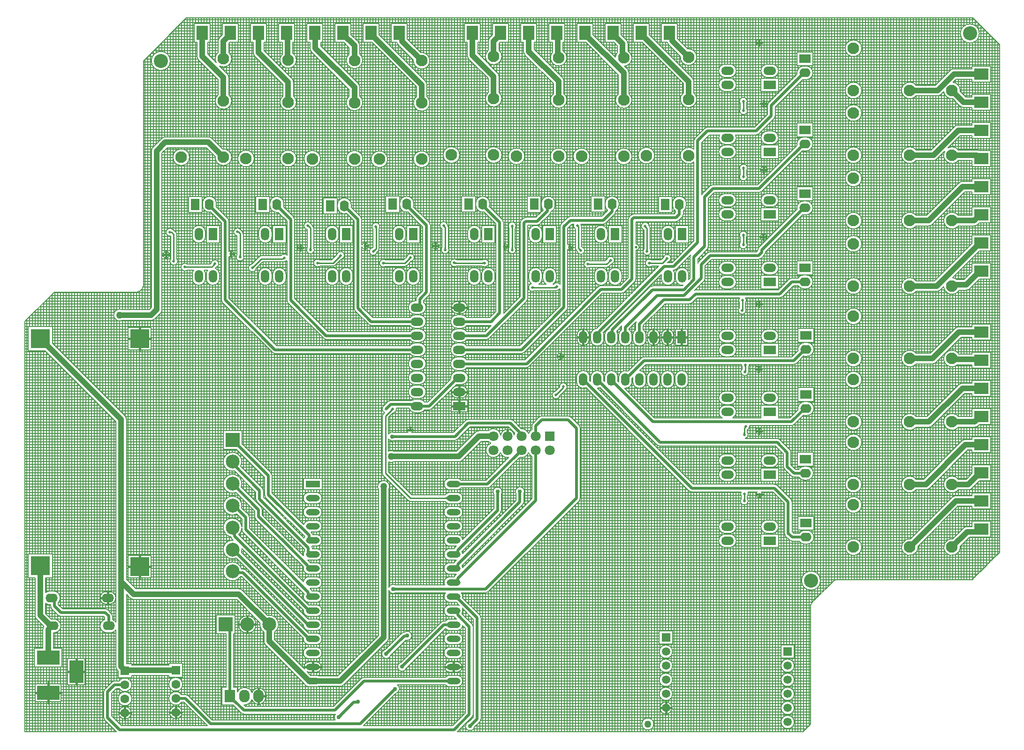
<source format=gbl>
G04*
G04 #@! TF.GenerationSoftware,Altium Limited,Altium Designer,24.4.1 (13)*
G04*
G04 Layer_Physical_Order=2*
G04 Layer_Color=16711680*
%FSLAX25Y25*%
%MOIN*%
G70*
G04*
G04 #@! TF.SameCoordinates,D772E85F-A2A7-474A-8196-155AA2CDE767*
G04*
G04*
G04 #@! TF.FilePolarity,Positive*
G04*
G01*
G75*
%ADD13C,0.01500*%
%ADD14C,0.01000*%
%ADD16C,0.00500*%
%ADD70C,0.04000*%
%ADD71C,0.02000*%
%ADD72C,0.10000*%
%ADD73R,0.07874X0.06299*%
%ADD74O,0.07874X0.06299*%
%ADD75R,0.09843X0.04724*%
%ADD76O,0.09843X0.04724*%
%ADD77R,0.06000X0.09000*%
%ADD78O,0.06000X0.09000*%
%ADD79C,0.07087*%
%ADD80R,0.07087X0.07087*%
%ADD81R,0.13780X0.13780*%
%ADD82C,0.08268*%
%ADD83R,0.09843X0.07874*%
%ADD84R,0.07874X0.09843*%
%ADD85O,0.07500X0.09000*%
%ADD86R,0.07500X0.09000*%
%ADD87C,0.05906*%
%ADD88R,0.05906X0.05906*%
%ADD89C,0.06299*%
%ADD90R,0.06299X0.06299*%
%ADD91C,0.09843*%
%ADD92R,0.09843X0.09843*%
%ADD93O,0.08661X0.06299*%
%ADD94R,0.10000X0.16000*%
%ADD95R,0.16000X0.10000*%
%ADD96O,0.09000X0.06000*%
%ADD97R,0.09000X0.06000*%
%ADD98O,0.06299X0.07874*%
%ADD99R,0.06299X0.07874*%
%ADD100R,0.09843X0.09843*%
%ADD101C,0.03000*%
%ADD102C,0.02000*%
%ADD103C,0.05000*%
G36*
X226934Y13320D02*
X226300Y12615D01*
X224815Y14100D01*
X224835Y14106D01*
X224866Y14125D01*
X224908Y14157D01*
X225026Y14258D01*
X225398Y14614D01*
X225520Y14734D01*
X226934Y13320D01*
D02*
G37*
G36*
X236237Y24309D02*
X236407Y24310D01*
X237086Y24356D01*
X237142Y24370D01*
X237181Y24386D01*
X237204Y24405D01*
X237472Y22322D01*
X236589Y22309D01*
X236237Y24309D01*
D02*
G37*
G36*
X204579Y141821D02*
X204580Y141594D01*
X204620Y140930D01*
X204639Y140825D01*
X204660Y140744D01*
X204685Y140688D01*
X204713Y140657D01*
X204745Y140650D01*
X202419Y140298D01*
X202449Y140318D01*
X202476Y140367D01*
X202500Y140445D01*
X202521Y140553D01*
X202539Y140691D01*
X202564Y141054D01*
X202579Y141821D01*
X204579D01*
D02*
G37*
G36*
X261610Y230917D02*
X261684Y230994D01*
X261810Y231143D01*
X261861Y231213D01*
X261904Y231282D01*
X261939Y231348D01*
X261966Y231412D01*
X261985Y231473D01*
X261997Y231533D01*
X262000Y231590D01*
X262990Y230600D01*
X262933Y230597D01*
X262874Y230585D01*
X262812Y230566D01*
X262748Y230539D01*
X262682Y230504D01*
X262613Y230461D01*
X262543Y230410D01*
X262470Y230351D01*
X262317Y230210D01*
X261610Y230917D01*
D02*
G37*
G36*
X300337Y168800D02*
X300562Y168805D01*
X300941Y168844D01*
X301095Y168879D01*
X301225Y168924D01*
X301332Y168978D01*
X301415Y169042D01*
X301474Y169116D01*
X301509Y169200D01*
X301521Y169294D01*
Y167306D01*
X301509Y167400D01*
X301474Y167484D01*
X301415Y167558D01*
X301332Y167622D01*
X301225Y167676D01*
X301095Y167721D01*
X300941Y167755D01*
X300763Y167780D01*
X300562Y167795D01*
X300337Y167800D01*
Y168800D01*
D02*
G37*
G36*
X116766Y332000D02*
X116658Y331998D01*
X116465Y331982D01*
X116379Y331968D01*
X116300Y331950D01*
X116228Y331928D01*
X116164Y331902D01*
X116107Y331872D01*
X116057Y331838D01*
X116014Y331800D01*
Y333200D01*
X116057Y333162D01*
X116107Y333128D01*
X116164Y333098D01*
X116228Y333072D01*
X116300Y333050D01*
X116379Y333032D01*
X116465Y333018D01*
X116558Y333008D01*
X116766Y333000D01*
Y332000D01*
D02*
G37*
G36*
X135334Y334141D02*
X135408Y334218D01*
X135532Y334367D01*
X135581Y334438D01*
X135622Y334507D01*
X135655Y334574D01*
X135680Y334638D01*
X135696Y334701D01*
X135704Y334761D01*
X135703Y334819D01*
X136761Y333902D01*
X136706Y333895D01*
X136648Y333880D01*
X136589Y333858D01*
X136526Y333828D01*
X136461Y333791D01*
X136394Y333746D01*
X136324Y333694D01*
X136176Y333567D01*
X136099Y333491D01*
X135334Y334141D01*
D02*
G37*
G36*
X164690Y332583D02*
X164615Y332506D01*
X164490Y332357D01*
X164439Y332287D01*
X164396Y332218D01*
X164361Y332152D01*
X164334Y332088D01*
X164315Y332027D01*
X164303Y331967D01*
X164300Y331910D01*
X163310Y332900D01*
X163367Y332903D01*
X163426Y332915D01*
X163488Y332934D01*
X163552Y332961D01*
X163618Y332996D01*
X163687Y333039D01*
X163757Y333090D01*
X163830Y333149D01*
X163983Y333290D01*
X164690Y332583D01*
D02*
G37*
G36*
X211066Y334900D02*
X210958Y334898D01*
X210765Y334882D01*
X210679Y334868D01*
X210600Y334850D01*
X210528Y334828D01*
X210464Y334802D01*
X210407Y334772D01*
X210357Y334738D01*
X210314Y334700D01*
Y336100D01*
X210357Y336062D01*
X210407Y336028D01*
X210464Y335998D01*
X210528Y335972D01*
X210600Y335950D01*
X210679Y335932D01*
X210765Y335918D01*
X210858Y335908D01*
X211066Y335900D01*
Y334900D01*
D02*
G37*
G36*
X257866Y334800D02*
X257758Y334798D01*
X257565Y334782D01*
X257479Y334768D01*
X257400Y334750D01*
X257329Y334728D01*
X257264Y334702D01*
X257207Y334672D01*
X257157Y334638D01*
X257114Y334600D01*
Y336000D01*
X257157Y335962D01*
X257207Y335928D01*
X257264Y335898D01*
X257329Y335872D01*
X257400Y335850D01*
X257479Y335832D01*
X257565Y335818D01*
X257658Y335808D01*
X257866Y335800D01*
Y334800D01*
D02*
G37*
G36*
X308235Y334950D02*
X308127Y334948D01*
X307933Y334933D01*
X307847Y334920D01*
X307768Y334904D01*
X307696Y334883D01*
X307630Y334859D01*
X307573Y334832D01*
X307522Y334800D01*
X307478Y334765D01*
X307548Y336163D01*
X307590Y336123D01*
X307639Y336087D01*
X307695Y336055D01*
X307758Y336027D01*
X307829Y336003D01*
X307907Y335984D01*
X307993Y335969D01*
X308085Y335959D01*
X308293Y335950D01*
X308235Y334950D01*
D02*
G37*
G36*
X379542Y317713D02*
X378386Y317500D01*
X378120Y318500D01*
X378230Y318502D01*
X378416Y318518D01*
X378491Y318532D01*
X378555Y318550D01*
X378607Y318572D01*
X378648Y318598D01*
X378677Y318628D01*
X378694Y318662D01*
X378700Y318700D01*
X379542Y317713D01*
D02*
G37*
G36*
X363057Y318662D02*
X363107Y318628D01*
X363164Y318598D01*
X363229Y318572D01*
X363300Y318550D01*
X363379Y318532D01*
X363465Y318518D01*
X363558Y318508D01*
X363766Y318500D01*
Y317500D01*
X363658Y317498D01*
X363465Y317482D01*
X363379Y317468D01*
X363300Y317450D01*
X363229Y317428D01*
X363164Y317402D01*
X363107Y317372D01*
X363057Y317338D01*
X363014Y317300D01*
Y318700D01*
X363057Y318662D01*
D02*
G37*
G36*
X380490Y242283D02*
X380416Y242206D01*
X380290Y242057D01*
X380239Y241987D01*
X380196Y241918D01*
X380161Y241852D01*
X380134Y241788D01*
X380115Y241726D01*
X380103Y241667D01*
X380100Y241610D01*
X379110Y242600D01*
X379167Y242603D01*
X379226Y242615D01*
X379288Y242634D01*
X379352Y242661D01*
X379418Y242696D01*
X379487Y242739D01*
X379557Y242790D01*
X379630Y242849D01*
X379783Y242990D01*
X380490Y242283D01*
D02*
G37*
G36*
X327065Y335950D02*
X327173Y335952D01*
X327367Y335967D01*
X327453Y335980D01*
X327532Y335996D01*
X327605Y336017D01*
X327670Y336041D01*
X327727Y336068D01*
X327778Y336100D01*
X327822Y336135D01*
X327752Y334737D01*
X327710Y334777D01*
X327661Y334813D01*
X327605Y334845D01*
X327542Y334873D01*
X327471Y334897D01*
X327393Y334916D01*
X327307Y334931D01*
X327215Y334942D01*
X327007Y334950D01*
X327065Y335950D01*
D02*
G37*
G36*
X403166Y334100D02*
X403058Y334098D01*
X402865Y334082D01*
X402779Y334068D01*
X402700Y334050D01*
X402629Y334028D01*
X402564Y334002D01*
X402507Y333972D01*
X402457Y333938D01*
X402414Y333900D01*
Y335300D01*
X402457Y335262D01*
X402507Y335228D01*
X402564Y335198D01*
X402629Y335172D01*
X402700Y335150D01*
X402779Y335132D01*
X402865Y335118D01*
X402958Y335108D01*
X403166Y335100D01*
Y334100D01*
D02*
G37*
G36*
X416510Y336717D02*
X416584Y336794D01*
X416710Y336943D01*
X416761Y337013D01*
X416804Y337082D01*
X416839Y337148D01*
X416866Y337212D01*
X416885Y337274D01*
X416897Y337333D01*
X416900Y337390D01*
X417890Y336400D01*
X417833Y336397D01*
X417773Y336385D01*
X417712Y336366D01*
X417648Y336339D01*
X417582Y336304D01*
X417513Y336261D01*
X417443Y336210D01*
X417370Y336151D01*
X417217Y336010D01*
X416510Y336717D01*
D02*
G37*
G36*
X513400Y167666D02*
X513402Y167558D01*
X513418Y167365D01*
X513432Y167279D01*
X513450Y167200D01*
X513472Y167129D01*
X513498Y167064D01*
X513528Y167007D01*
X513562Y166957D01*
X513600Y166914D01*
X512200D01*
X512238Y166957D01*
X512272Y167007D01*
X512302Y167064D01*
X512328Y167129D01*
X512350Y167200D01*
X512368Y167279D01*
X512382Y167365D01*
X512392Y167458D01*
X512400Y167666D01*
X513400D01*
D02*
G37*
G36*
Y214866D02*
X513402Y214758D01*
X513418Y214565D01*
X513432Y214479D01*
X513450Y214400D01*
X513472Y214329D01*
X513498Y214264D01*
X513528Y214207D01*
X513562Y214157D01*
X513600Y214114D01*
X512200D01*
X512238Y214157D01*
X512272Y214207D01*
X512302Y214264D01*
X512328Y214329D01*
X512350Y214400D01*
X512368Y214479D01*
X512382Y214565D01*
X512392Y214658D01*
X512400Y214866D01*
X513400D01*
D02*
G37*
G36*
X514200Y259566D02*
X514150Y258412D01*
X512951Y259068D01*
X512998Y259086D01*
X513040Y259114D01*
X513078Y259152D01*
X513110Y259200D01*
X513138Y259258D01*
X513160Y259327D01*
X513178Y259405D01*
X513190Y259493D01*
X513198Y259592D01*
X513200Y259700D01*
X514200Y259566D01*
D02*
G37*
G36*
X513200Y261434D02*
X513198Y261542D01*
X513182Y261735D01*
X513168Y261821D01*
X513150Y261900D01*
X513128Y261971D01*
X513102Y262036D01*
X513072Y262093D01*
X513038Y262143D01*
X513000Y262186D01*
X514400D01*
X514362Y262143D01*
X514328Y262093D01*
X514298Y262036D01*
X514272Y261971D01*
X514250Y261900D01*
X514232Y261821D01*
X514218Y261735D01*
X514208Y261642D01*
X514200Y261434D01*
X513200D01*
D02*
G37*
G36*
X446766Y334900D02*
X446658Y334898D01*
X446465Y334882D01*
X446379Y334868D01*
X446300Y334850D01*
X446229Y334828D01*
X446164Y334802D01*
X446107Y334772D01*
X446057Y334738D01*
X446014Y334700D01*
Y336100D01*
X446057Y336062D01*
X446107Y336028D01*
X446164Y335998D01*
X446229Y335972D01*
X446300Y335950D01*
X446379Y335932D01*
X446465Y335918D01*
X446558Y335908D01*
X446766Y335900D01*
Y334900D01*
D02*
G37*
G36*
X108000Y338166D02*
X108002Y338058D01*
X108018Y337865D01*
X108032Y337779D01*
X108050Y337700D01*
X108072Y337629D01*
X108098Y337564D01*
X108128Y337507D01*
X108162Y337457D01*
X108200Y337414D01*
X106800D01*
X106838Y337457D01*
X106872Y337507D01*
X106902Y337564D01*
X106928Y337629D01*
X106950Y337700D01*
X106968Y337779D01*
X106982Y337865D01*
X106992Y337958D01*
X107000Y338166D01*
X108000D01*
D02*
G37*
G36*
X155100Y340966D02*
X155102Y340858D01*
X155118Y340665D01*
X155132Y340579D01*
X155150Y340500D01*
X155172Y340428D01*
X155198Y340364D01*
X155228Y340307D01*
X155262Y340257D01*
X155300Y340214D01*
X153900D01*
X153938Y340257D01*
X153972Y340307D01*
X154002Y340364D01*
X154028Y340428D01*
X154050Y340500D01*
X154068Y340579D01*
X154082Y340665D01*
X154092Y340758D01*
X154100Y340966D01*
X155100D01*
D02*
G37*
G36*
X205100Y346166D02*
X205102Y346058D01*
X205118Y345865D01*
X205132Y345779D01*
X205150Y345700D01*
X205172Y345628D01*
X205198Y345564D01*
X205228Y345507D01*
X205262Y345457D01*
X205300Y345414D01*
X203900D01*
X203938Y345457D01*
X203972Y345507D01*
X204002Y345564D01*
X204028Y345628D01*
X204050Y345700D01*
X204068Y345779D01*
X204082Y345865D01*
X204092Y345958D01*
X204100Y346166D01*
X205100D01*
D02*
G37*
G36*
X224692Y340199D02*
X224767Y340276D01*
X224894Y340424D01*
X224946Y340494D01*
X224991Y340561D01*
X225028Y340626D01*
X225058Y340688D01*
X225080Y340749D01*
X225095Y340806D01*
X225102Y340861D01*
X226019Y339803D01*
X225961Y339804D01*
X225901Y339796D01*
X225838Y339780D01*
X225774Y339755D01*
X225707Y339722D01*
X225638Y339681D01*
X225567Y339632D01*
X225494Y339574D01*
X225341Y339434D01*
X224692Y340199D01*
D02*
G37*
G36*
X250690Y344283D02*
X250616Y344206D01*
X250490Y344057D01*
X250439Y343987D01*
X250396Y343918D01*
X250361Y343852D01*
X250334Y343788D01*
X250315Y343726D01*
X250303Y343667D01*
X250300Y343610D01*
X249310Y344600D01*
X249367Y344603D01*
X249427Y344615D01*
X249488Y344634D01*
X249552Y344661D01*
X249618Y344696D01*
X249687Y344739D01*
X249757Y344790D01*
X249830Y344849D01*
X249983Y344990D01*
X250690Y344283D01*
D02*
G37*
G36*
X250700Y359883D02*
X250698Y359991D01*
X250680Y360183D01*
X250664Y360268D01*
X250644Y360345D01*
X250619Y360415D01*
X250590Y360477D01*
X250556Y360532D01*
X250518Y360580D01*
X250475Y360619D01*
X251868Y360759D01*
X251836Y360716D01*
X251807Y360665D01*
X251782Y360607D01*
X251760Y360541D01*
X251742Y360469D01*
X251727Y360389D01*
X251715Y360303D01*
X251702Y360108D01*
X251700Y360000D01*
X250700Y359883D01*
D02*
G37*
G36*
X300272Y361741D02*
X300274Y361681D01*
X300285Y361619D01*
X300305Y361554D01*
X300334Y361488D01*
X300372Y361419D01*
X300419Y361348D01*
X300476Y361275D01*
X300541Y361199D01*
X300615Y361121D01*
X299746Y360576D01*
X299668Y360652D01*
X299455Y360838D01*
X299390Y360885D01*
X299271Y360959D01*
X299217Y360985D01*
X299166Y361005D01*
X299118Y361017D01*
X300280Y361799D01*
X300272Y361741D01*
D02*
G37*
G36*
X300802Y346158D02*
X300818Y345965D01*
X300832Y345879D01*
X300850Y345800D01*
X300872Y345728D01*
X300898Y345664D01*
X300928Y345607D01*
X300962Y345557D01*
X301000Y345514D01*
X299600D01*
X299638Y345557D01*
X299672Y345607D01*
X299702Y345664D01*
X299728Y345728D01*
X299750Y345800D01*
X299768Y345879D01*
X299782Y345965D01*
X299792Y346058D01*
X299800Y346266D01*
X300800D01*
X300802Y346158D01*
D02*
G37*
G36*
X275690Y338300D02*
X275633Y338297D01*
X275573Y338285D01*
X275512Y338266D01*
X275448Y338239D01*
X275382Y338204D01*
X275313Y338161D01*
X275243Y338110D01*
X275170Y338051D01*
X275017Y337910D01*
X274310Y338617D01*
X274384Y338694D01*
X274510Y338843D01*
X274561Y338913D01*
X274604Y338982D01*
X274639Y339048D01*
X274666Y339112D01*
X274685Y339174D01*
X274697Y339233D01*
X274700Y339290D01*
X275690Y338300D01*
D02*
G37*
G36*
X348400Y346266D02*
X348402Y346158D01*
X348418Y345965D01*
X348432Y345879D01*
X348450Y345800D01*
X348472Y345728D01*
X348498Y345664D01*
X348528Y345607D01*
X348562Y345557D01*
X348600Y345514D01*
X347200D01*
X347238Y345557D01*
X347272Y345607D01*
X347302Y345664D01*
X347328Y345728D01*
X347350Y345800D01*
X347368Y345879D01*
X347382Y345965D01*
X347392Y346058D01*
X347400Y346266D01*
X348400D01*
D02*
G37*
G36*
X347400Y360334D02*
X347398Y360442D01*
X347382Y360635D01*
X347368Y360721D01*
X347350Y360800D01*
X347328Y360872D01*
X347302Y360936D01*
X347272Y360993D01*
X347238Y361043D01*
X347200Y361086D01*
X348600D01*
X348562Y361043D01*
X348528Y360993D01*
X348498Y360936D01*
X348472Y360872D01*
X348450Y360800D01*
X348432Y360721D01*
X348418Y360635D01*
X348408Y360542D01*
X348400Y360334D01*
X347400D01*
D02*
G37*
G36*
X512936Y449716D02*
X512908Y449665D01*
X512882Y449607D01*
X512860Y449541D01*
X512842Y449469D01*
X512827Y449389D01*
X512815Y449303D01*
X512802Y449108D01*
X512800Y449000D01*
X511800Y448883D01*
X511798Y448991D01*
X511780Y449183D01*
X511764Y449268D01*
X511744Y449345D01*
X511719Y449415D01*
X511690Y449477D01*
X511656Y449532D01*
X511618Y449580D01*
X511575Y449619D01*
X512968Y449759D01*
X512936Y449716D01*
D02*
G37*
G36*
X512802Y445009D02*
X512820Y444817D01*
X512836Y444732D01*
X512856Y444655D01*
X512881Y444585D01*
X512910Y444522D01*
X512944Y444468D01*
X512982Y444420D01*
X513025Y444381D01*
X511632Y444241D01*
X511664Y444284D01*
X511692Y444335D01*
X511718Y444393D01*
X511739Y444459D01*
X511758Y444531D01*
X511773Y444611D01*
X511785Y444697D01*
X511798Y444892D01*
X511800Y445000D01*
X512800Y445117D01*
X512802Y445009D01*
D02*
G37*
G36*
X513063Y402152D02*
X513023Y402110D01*
X512987Y402061D01*
X512955Y402005D01*
X512927Y401942D01*
X512903Y401871D01*
X512884Y401793D01*
X512869Y401707D01*
X512858Y401615D01*
X512850Y401407D01*
X511850Y401465D01*
X511848Y401573D01*
X511833Y401767D01*
X511820Y401853D01*
X511804Y401932D01*
X511784Y402004D01*
X511759Y402070D01*
X511732Y402127D01*
X511700Y402178D01*
X511665Y402222D01*
X513063Y402152D01*
D02*
G37*
G36*
X512850Y397935D02*
X512852Y397827D01*
X512867Y397633D01*
X512880Y397547D01*
X512896Y397468D01*
X512917Y397395D01*
X512941Y397330D01*
X512968Y397273D01*
X513000Y397222D01*
X513035Y397178D01*
X511637Y397248D01*
X511677Y397290D01*
X511713Y397339D01*
X511745Y397395D01*
X511773Y397458D01*
X511797Y397529D01*
X511816Y397607D01*
X511831Y397693D01*
X511841Y397785D01*
X511850Y397993D01*
X512850Y397935D01*
D02*
G37*
G36*
X373970Y373258D02*
X373972Y373248D01*
X373974Y373218D01*
X373981Y372906D01*
X373983Y372283D01*
X371983D01*
X372000Y373674D01*
X373970Y373258D01*
D02*
G37*
G36*
X443472Y361341D02*
X443474Y361281D01*
X443485Y361219D01*
X443505Y361154D01*
X443534Y361088D01*
X443572Y361019D01*
X443619Y360948D01*
X443676Y360875D01*
X443741Y360799D01*
X443815Y360721D01*
X442946Y360176D01*
X442868Y360252D01*
X442655Y360438D01*
X442590Y360485D01*
X442471Y360559D01*
X442417Y360585D01*
X442366Y360605D01*
X442318Y360617D01*
X443480Y361399D01*
X443472Y361341D01*
D02*
G37*
G36*
X512862Y354543D02*
X512828Y354493D01*
X512798Y354436D01*
X512772Y354372D01*
X512750Y354300D01*
X512732Y354221D01*
X512718Y354135D01*
X512708Y354042D01*
X512700Y353834D01*
X511700D01*
X511698Y353942D01*
X511682Y354135D01*
X511668Y354221D01*
X511650Y354300D01*
X511628Y354372D01*
X511602Y354436D01*
X511572Y354493D01*
X511538Y354543D01*
X511500Y354586D01*
X512900D01*
X512862Y354543D01*
D02*
G37*
G36*
X512702Y349558D02*
X512718Y349365D01*
X512732Y349279D01*
X512750Y349200D01*
X512772Y349129D01*
X512798Y349064D01*
X512828Y349007D01*
X512862Y348957D01*
X512900Y348914D01*
X511500D01*
X511538Y348957D01*
X511572Y349007D01*
X511602Y349064D01*
X511628Y349129D01*
X511650Y349200D01*
X511668Y349279D01*
X511682Y349365D01*
X511692Y349458D01*
X511700Y349666D01*
X512700D01*
X512702Y349558D01*
D02*
G37*
G36*
X444302Y345058D02*
X444318Y344865D01*
X444332Y344779D01*
X444350Y344700D01*
X444372Y344629D01*
X444398Y344564D01*
X444428Y344507D01*
X444462Y344457D01*
X444500Y344414D01*
X443100D01*
X443138Y344457D01*
X443172Y344507D01*
X443202Y344564D01*
X443228Y344629D01*
X443250Y344700D01*
X443268Y344779D01*
X443282Y344865D01*
X443292Y344958D01*
X443300Y345166D01*
X444300D01*
X444302Y345058D01*
D02*
G37*
G36*
X396307Y345638D02*
X396454Y345510D01*
X396524Y345457D01*
X396591Y345412D01*
X396655Y345374D01*
X396717Y345343D01*
X396776Y345320D01*
X396832Y345304D01*
X396886Y345296D01*
X395806Y344406D01*
X395808Y344464D01*
X395801Y344525D01*
X395786Y344587D01*
X395762Y344652D01*
X395730Y344719D01*
X395690Y344788D01*
X395641Y344859D01*
X395583Y344932D01*
X395517Y345008D01*
X395443Y345085D01*
X396229Y345713D01*
X396307Y345638D01*
D02*
G37*
G36*
X458090Y337800D02*
X458033Y337797D01*
X457973Y337785D01*
X457912Y337766D01*
X457848Y337739D01*
X457782Y337704D01*
X457713Y337661D01*
X457643Y337610D01*
X457570Y337551D01*
X457417Y337410D01*
X456710Y338117D01*
X456784Y338194D01*
X456910Y338343D01*
X456961Y338413D01*
X457004Y338482D01*
X457039Y338548D01*
X457066Y338612D01*
X457085Y338673D01*
X457097Y338733D01*
X457100Y338790D01*
X458090Y337800D01*
D02*
G37*
D13*
X523400Y492100D02*
X525400D01*
X523400D02*
Y494100D01*
Y490100D02*
Y492100D01*
X521400D02*
X523400D01*
X526800Y448600D02*
X528800D01*
X526800D02*
Y450600D01*
X524800Y448600D02*
X526800D01*
Y446600D02*
Y448600D01*
X526700Y401800D02*
X528700D01*
X526700D02*
Y403800D01*
Y399800D02*
Y401800D01*
X524700D02*
X526700D01*
X526500Y353900D02*
Y355900D01*
X524500Y353900D02*
X526500D01*
X528500D01*
X526500Y351900D02*
Y353900D01*
X342400Y347100D02*
X344400D01*
X342400D02*
Y349100D01*
X388800Y346800D02*
X390800D01*
X388800D02*
Y348800D01*
Y344800D02*
Y346800D01*
X342400Y345100D02*
Y347100D01*
X523500Y306200D02*
X525500D01*
X523500D02*
Y308200D01*
Y304200D02*
Y306200D01*
X521500D02*
X523500D01*
X522900Y259900D02*
X524900D01*
X523200Y216000D02*
X525200D01*
X523200D02*
Y218000D01*
X521200Y216000D02*
X523200D01*
Y214000D02*
Y216000D01*
X523600Y171000D02*
X525600D01*
X523600Y169000D02*
Y171000D01*
X521600D02*
X523600D01*
X468400Y282650D02*
Y288150D01*
X464400Y282650D02*
X468400D01*
X472400D01*
X448400D02*
X452400D01*
X458400D02*
Y288150D01*
Y282650D02*
X462400D01*
X454400D02*
X458400D01*
X448400D02*
Y288150D01*
X444400Y282650D02*
X448400D01*
X522900Y259900D02*
Y261900D01*
X520900Y259900D02*
X522900D01*
Y257900D02*
Y259900D01*
X468400Y277150D02*
Y282650D01*
X458400Y277150D02*
Y282650D01*
X448400Y277150D02*
Y282650D01*
X398400Y277150D02*
Y282650D01*
Y288150D01*
Y282650D02*
X402400D01*
X394400D02*
X398400D01*
X382200Y269000D02*
Y271000D01*
Y269000D02*
X384200D01*
X380200D02*
X382200D01*
Y267000D02*
Y269000D01*
X457200Y19200D02*
X461153D01*
X457200D02*
Y23153D01*
Y15247D02*
Y19200D01*
X453247D02*
X457200D01*
X344600Y212400D02*
Y216943D01*
X291400Y347600D02*
X293400D01*
Y349600D01*
Y347600D02*
X295400D01*
X293400Y345600D02*
Y347600D01*
X243300Y347500D02*
X245300D01*
X243300Y345500D02*
Y347500D01*
Y349500D01*
X310500Y303800D02*
X316000D01*
X310500Y299800D02*
Y303800D01*
Y307800D01*
X305000Y303800D02*
X310500D01*
Y243800D02*
X316000D01*
X305000D02*
X310500D01*
Y233800D02*
X316000D01*
X310500Y243800D02*
Y247800D01*
Y239800D02*
Y243800D01*
Y233800D02*
Y237800D01*
X305000Y233800D02*
X310500D01*
Y229800D02*
Y233800D01*
X275200Y216700D02*
X277200D01*
X275200D02*
Y218700D01*
X273200Y216700D02*
X275200D01*
X197300Y344200D02*
Y346200D01*
Y348200D01*
Y346200D02*
X199300D01*
X195300D02*
X197300D01*
X148000Y341900D02*
Y343900D01*
Y341900D02*
X150000D01*
X148000Y339900D02*
Y341900D01*
X102100Y341200D02*
X104100D01*
X102100D02*
Y343200D01*
Y339200D02*
Y341200D01*
X100100D02*
X102100D01*
X83200Y281650D02*
Y289540D01*
Y281650D02*
X91090D01*
X75310D02*
X83200D01*
Y273760D02*
Y281650D01*
X306200Y48300D02*
X312121D01*
X306200D02*
Y51662D01*
X300279Y48300D02*
X306200D01*
Y44938D02*
Y48300D01*
X206200D02*
X212121D01*
X206200D02*
Y51662D01*
Y44938D02*
Y48300D01*
X200279D02*
X206200D01*
X83200Y119650D02*
Y127540D01*
Y119650D02*
X91090D01*
X83200Y111760D02*
Y119650D01*
X75310D02*
X83200D01*
X60700Y97400D02*
Y101550D01*
Y93250D02*
Y97400D01*
X55369D02*
X60700D01*
X159795Y78500D02*
Y84421D01*
Y78500D02*
X165717D01*
X159795Y72579D02*
Y78500D01*
X153874D02*
X159795D01*
X167800Y27600D02*
X172550D01*
X167800D02*
Y33100D01*
Y22100D02*
Y27600D01*
X108900Y16000D02*
Y20150D01*
Y16000D02*
X113050D01*
X104750D02*
X108900D01*
Y11850D02*
Y16000D01*
X72800Y15700D02*
Y19850D01*
Y15700D02*
X76950D01*
X68650D02*
X72800D01*
Y11550D02*
Y15700D01*
X38200Y36000D02*
Y45000D01*
Y54000D01*
Y45000D02*
X44200D01*
X32200D02*
X38200D01*
X18200Y30000D02*
Y37299D01*
Y22701D02*
Y30000D01*
X9200D02*
X18200D01*
X27200D01*
D14*
X384109Y246609D02*
Y247409D01*
X384300Y247600D01*
X379100Y241600D02*
X384109Y246609D01*
X257900Y186000D02*
X275600Y168300D01*
X306200D01*
X257900Y186000D02*
Y226500D01*
X263000Y231600D01*
X379000Y318000D02*
X379700Y318700D01*
X362300Y318000D02*
X379000D01*
X115300Y332500D02*
X134400D01*
X136700Y334800D01*
X401700Y334600D02*
X415100D01*
X163300Y331900D02*
X169800Y338400D01*
X415100Y334600D02*
X417900Y337400D01*
X136700Y334800D02*
Y334900D01*
X209600Y335400D02*
X220600D01*
X169800Y338400D02*
X185029D01*
X220600Y335400D02*
X226000Y340800D01*
X226100D01*
X256400Y335300D02*
X271700D01*
X275700Y339300D01*
X306800Y335500D02*
X306850Y335450D01*
X328450D02*
X328500Y335400D01*
X306850Y335450D02*
X328450D01*
X512900Y171200D02*
X513100Y171400D01*
X512900Y213400D02*
Y218300D01*
Y166200D02*
Y171200D01*
X513200Y258100D02*
Y258371D01*
X511400Y301800D02*
X511550Y301950D01*
X513200Y258371D02*
X513700Y258871D01*
Y262900D01*
X511550Y301950D02*
Y308750D01*
X511700Y308900D01*
X512900Y218300D02*
X513900Y219300D01*
X445300Y335400D02*
X454700D01*
X458100Y338800D01*
X512200Y348200D02*
Y355300D01*
X512300Y443700D02*
X512400Y443600D01*
X512300Y443700D02*
Y450300D01*
X512200Y450400D02*
X512300Y450300D01*
X512350Y396550D02*
Y402850D01*
X512300Y396500D02*
X512350Y396550D01*
Y402850D02*
X512400Y402900D01*
X107500Y336700D02*
Y355600D01*
X299300Y361729D02*
Y362000D01*
X300300Y344800D02*
Y360729D01*
X299300Y361729D02*
X300300Y360729D01*
X251100Y361400D02*
X251200Y361300D01*
X202700Y361900D02*
X203000D01*
X204600Y344700D02*
Y360300D01*
X203000Y361900D02*
X204600Y360300D01*
X154600Y339500D02*
Y356200D01*
X153300Y357500D02*
X154600Y356200D01*
X152800Y357500D02*
X153300D01*
X251200Y345500D02*
Y361300D01*
X249300Y343600D02*
X251200Y345500D01*
X105900Y357200D02*
X107500Y355600D01*
X104700Y357300D02*
X104800Y357200D01*
X105900D01*
X347900Y344800D02*
Y361800D01*
X442500Y361329D02*
Y361600D01*
X394300Y361900D02*
X395100Y361100D01*
Y346135D02*
X396800Y344436D01*
X395100Y346135D02*
Y361100D01*
X396800Y344300D02*
Y344436D01*
X442500Y361329D02*
X443800Y360029D01*
Y343700D02*
Y360029D01*
D16*
X679950Y498500D02*
G03*
X679950Y498500I-6750J0D01*
G01*
X666384Y458011D02*
G03*
X661320Y463837I-5884J0D01*
G01*
X666358Y457456D02*
G03*
X666384Y458011I-5858J554D01*
G01*
X596384Y488011D02*
G03*
X596384Y488011I-5884J0D01*
G01*
X661880Y473450D02*
G03*
X659228Y472352I0J-3750D01*
G01*
X661880Y473450D02*
G03*
X659227Y472350I0J-3750D01*
G01*
X654674Y457190D02*
G03*
X661054Y452153I5826J820D01*
G01*
X650191Y454261D02*
G03*
X652844Y455361I0J3750D01*
G01*
X635034Y461761D02*
G03*
X635034Y454261I-4534J-3750D01*
G01*
X650191D02*
G03*
X652842Y455359I0J3750D01*
G01*
X561687Y470511D02*
G03*
X556787Y475410I-4900J0D01*
G01*
Y465611D02*
G03*
X561687Y470511I0J4900D01*
G01*
X596384Y458011D02*
G03*
X596384Y458011I-5884J0D01*
G01*
X666157Y447050D02*
G03*
X668811Y445950I2653J2650D01*
G01*
X666159Y447048D02*
G03*
X668811Y445950I2652J2652D01*
G01*
X664880Y433450D02*
G03*
X662227Y432350I0J-3750D01*
G01*
X664880Y433450D02*
G03*
X662228Y432352I0J-3750D01*
G01*
X679737Y415387D02*
G03*
X678105Y415761I-1632J-3376D01*
G01*
X679737Y415387D02*
G03*
X678105Y415761I-1632J-3376D01*
G01*
X665034D02*
G03*
X657631Y417147I-4534J-3750D01*
G01*
X655363Y414880D02*
G03*
X665034Y408261I5137J-2869D01*
G01*
X596384Y442011D02*
G03*
X596384Y442011I-5884J0D01*
G01*
X647191Y408261D02*
G03*
X649844Y409361I0J3750D01*
G01*
X647191Y408261D02*
G03*
X649842Y409359I0J3750D01*
G01*
X635034Y415761D02*
G03*
X635034Y408261I-4534J-3750D01*
G01*
X561687Y420011D02*
G03*
X556787Y424910I-4900J0D01*
G01*
Y415111D02*
G03*
X561687Y420011I0J4900D01*
G01*
X596384Y412011D02*
G03*
X596384Y412011I-5884J0D01*
G01*
X555213Y475410D02*
G03*
X550401Y469588I0J-4900D01*
G01*
X537250Y472011D02*
G03*
X532500Y476761I-4750J0D01*
G01*
X554290Y465699D02*
G03*
X555213Y465611I923J4812D01*
G01*
X532500Y467261D02*
G03*
X537250Y472011I0J4750D01*
G01*
X530156Y449343D02*
G03*
X529350Y447398I1945J-1945D01*
G01*
X530159Y449346D02*
G03*
X529350Y447398I1941J-1948D01*
G01*
X525650Y492100D02*
G03*
X525650Y492100I-2250J0D01*
G01*
D02*
G03*
X525650Y492100I-2250J0D01*
G01*
X529500Y476761D02*
G03*
X529500Y467261I0J-4750D01*
G01*
X502500D02*
G03*
X507250Y472011I0J4750D01*
G01*
D02*
G03*
X502500Y476761I-4750J0D01*
G01*
X499500D02*
G03*
X499500Y467261I0J-4750D01*
G01*
X514585Y449031D02*
G03*
X514950Y450400I-2385J1369D01*
G01*
D02*
G03*
X510030Y448710I-2750J0D01*
G01*
X529050Y448600D02*
G03*
X529050Y448600I-2250J0D01*
G01*
D02*
G03*
X529050Y448600I-2250J0D01*
G01*
X507250Y462011D02*
G03*
X502500Y466761I-4750J0D01*
G01*
Y457261D02*
G03*
X507250Y462011I0J4750D01*
G01*
X499500Y466761D02*
G03*
X499500Y457261I0J-4750D01*
G01*
X534041Y437952D02*
G03*
X534850Y439900I-1941J1948D01*
G01*
X534045Y437956D02*
G03*
X534850Y439900I-1945J1945D01*
G01*
X537250Y424411D02*
G03*
X532500Y429161I-4750J0D01*
G01*
X529500D02*
G03*
X529500Y419661I0J-4750D01*
G01*
X555213Y424910D02*
G03*
X550401Y419088I0J-4900D01*
G01*
X554290Y415199D02*
G03*
X555213Y415111I923J4812D01*
G01*
X532500Y419661D02*
G03*
X537250Y424411I0J4750D01*
G01*
X521400Y426450D02*
G03*
X523348Y427259I0J2750D01*
G01*
X521400Y426450D02*
G03*
X523345Y427255I0J2750D01*
G01*
X515150Y443600D02*
G03*
X514570Y445290I-2750J0D01*
G01*
X510015Y444969D02*
G03*
X515150Y443600I2385J-1369D01*
G01*
X507250Y424411D02*
G03*
X506790Y426450I-4750J0D01*
G01*
X495210D02*
G03*
X499500Y419661I4290J-2039D01*
G01*
X502500D02*
G03*
X507250Y424411I0J4750D01*
G01*
X502500Y409661D02*
G03*
X507250Y414411I0J4750D01*
G01*
D02*
G03*
X502500Y419161I-4750J0D01*
G01*
X499500D02*
G03*
X499500Y409661I0J-4750D01*
G01*
X668130Y393450D02*
G03*
X665478Y392352I0J-3750D01*
G01*
X668130Y393450D02*
G03*
X665477Y392350I0J-3750D01*
G01*
X676226Y361761D02*
G03*
X678878Y362859I0J3750D01*
G01*
X676226Y361761D02*
G03*
X678879Y362860I0J3750D01*
G01*
X596384Y395511D02*
G03*
X596384Y395511I-5884J0D01*
G01*
X643941Y361761D02*
G03*
X646594Y362860I0J3750D01*
G01*
X643941Y361761D02*
G03*
X646592Y362859I0J3750D01*
G01*
X561687Y374600D02*
G03*
X556787Y379500I-4900J0D01*
G01*
X555213D02*
G03*
X550401Y373677I0J-4900D01*
G01*
X556787Y369700D02*
G03*
X561687Y374600I0J4900D01*
G01*
X554290Y369788D02*
G03*
X555213Y369700I923J4812D01*
G01*
X665034Y369261D02*
G03*
X665034Y361761I-4534J-3750D01*
G01*
X664210Y323577D02*
G03*
X660900Y324881I-3710J-4567D01*
G01*
X635034Y369261D02*
G03*
X635034Y361761I-4534J-3750D01*
G01*
X596384Y365511D02*
G03*
X596384Y365511I-5884J0D01*
G01*
Y349011D02*
G03*
X596384Y349011I-5884J0D01*
G01*
X555213Y326910D02*
G03*
X551158Y324761I0J-4900D01*
G01*
X561687Y322011D02*
G03*
X556787Y326910I-4900J0D01*
G01*
Y317111D02*
G03*
X561687Y322011I0J4900D01*
G01*
X551158Y319261D02*
G03*
X555213Y317111I4055J2750D01*
G01*
X537250Y380011D02*
G03*
X532500Y384761I-4750J0D01*
G01*
X528950Y401800D02*
G03*
X528950Y401800I-2250J0D01*
G01*
D02*
G03*
X528950Y401800I-2250J0D01*
G01*
X529500Y384761D02*
G03*
X529500Y375261I0J-4750D01*
G01*
X532500D02*
G03*
X537250Y380011I0J4750D01*
G01*
X514627Y401286D02*
G03*
X515150Y402900I-2227J1614D01*
G01*
X515050Y396500D02*
G03*
X514634Y397954I-2750J0D01*
G01*
X523502Y385550D02*
G03*
X525447Y386355I0J2750D01*
G01*
X523502Y385550D02*
G03*
X525450Y386359I0J2750D01*
G01*
X515150Y402900D02*
G03*
X510066Y401446I-2750J0D01*
G01*
X510073Y398114D02*
G03*
X515050Y396500I2227J-1614D01*
G01*
X499500Y384761D02*
G03*
X499500Y375261I0J-4750D01*
G01*
X514950Y355300D02*
G03*
X509927Y353753I-2750J0D01*
G01*
X514483Y353767D02*
G03*
X514950Y355300I-2283J1533D01*
G01*
X502500Y375261D02*
G03*
X507250Y380011I0J4750D01*
G01*
D02*
G03*
X502500Y384761I-4750J0D01*
G01*
X507250Y370011D02*
G03*
X502500Y374761I-4750J0D01*
G01*
Y365261D02*
G03*
X507250Y370011I0J4750D01*
G01*
X499500Y374761D02*
G03*
X499500Y365261I0J-4750D01*
G01*
X537250Y331811D02*
G03*
X532500Y336561I-4750J0D01*
G01*
X528750Y353900D02*
G03*
X528750Y353900I-2250J0D01*
G01*
D02*
G03*
X528750Y353900I-2250J0D01*
G01*
X527144Y341055D02*
G03*
X527950Y343000I-1945J1945D01*
G01*
X527141Y341052D02*
G03*
X527950Y343000I-1941J1948D01*
G01*
X529500Y336561D02*
G03*
X529500Y327061I0J-4750D01*
G01*
X522900Y337950D02*
G03*
X524845Y338755I0J2750D01*
G01*
X522900Y337950D02*
G03*
X524848Y338759I0J2750D01*
G01*
X546711Y324761D02*
G03*
X544766Y323955I0J-2750D01*
G01*
X546711Y324761D02*
G03*
X544762Y323951I0J-2750D01*
G01*
X532500Y327061D02*
G03*
X537250Y331811I0J4750D01*
G01*
X523255Y346532D02*
G03*
X522450Y344587I1945J-1945D01*
G01*
X523259Y346536D02*
G03*
X522450Y344587I1941J-1948D01*
G01*
X514950Y348200D02*
G03*
X514473Y349747I-2750J0D01*
G01*
X509917Y349733D02*
G03*
X514950Y348200I2283J-1533D01*
G01*
X507250Y321811D02*
G03*
X502500Y326561I-4750J0D01*
G01*
Y327061D02*
G03*
X507250Y331811I0J4750D01*
G01*
X502500Y317061D02*
G03*
X507250Y321811I0J4750D01*
G01*
Y331811D02*
G03*
X502500Y336561I-4750J0D01*
G01*
X499500D02*
G03*
X499500Y327061I0J-4750D01*
G01*
Y326561D02*
G03*
X499500Y317061I0J-4750D01*
G01*
X479184Y481750D02*
G03*
X472746Y487608I-5884J0D01*
G01*
X467442Y482304D02*
G03*
X479184Y481750I5858J-554D01*
G01*
X458147Y492229D02*
G03*
X459087Y490660I3590J1084D01*
G01*
X458147Y492229D02*
G03*
X459085Y490661I3590J1084D01*
G01*
X477050Y464416D02*
G03*
X475952Y467067I-3750J0D01*
G01*
X477050Y464416D02*
G03*
X475950Y467069I-3750J0D01*
G01*
X479184Y451750D02*
G03*
X477050Y456284I-5884J0D01*
G01*
X469550D02*
G03*
X479184Y451750I3750J-4534D01*
G01*
X433084Y481150D02*
G03*
X430182Y486222I-5884J0D01*
G01*
X433084Y451150D02*
G03*
X430950Y455684I-5884J0D01*
G01*
Y470516D02*
G03*
X429850Y473169I-3750J0D01*
G01*
X430950Y470516D02*
G03*
X429852Y473167I-3750J0D01*
G01*
X430182Y491284D02*
G03*
X429082Y493937I-3750J0D01*
G01*
X430182Y491284D02*
G03*
X429083Y493935I-3750J0D01*
G01*
X427729Y475290D02*
G03*
X433084Y481150I-529J5860D01*
G01*
X422682Y484919D02*
G03*
X421340Y481679I4518J-3769D01*
G01*
X486800Y431950D02*
G03*
X484856Y431145I0J-2750D01*
G01*
X486800Y431950D02*
G03*
X484852Y431141I0J-2750D01*
G01*
X477855Y424145D02*
G03*
X477050Y422200I1945J-1945D01*
G01*
X477859Y424148D02*
G03*
X477050Y422200I1941J-1948D01*
G01*
Y416284D02*
G03*
X477050Y407216I-3750J-4534D01*
G01*
X490700Y391050D02*
G03*
X488756Y390245I0J-2750D01*
G01*
X490700Y391050D02*
G03*
X488752Y390241I0J-2750D01*
G01*
X482756Y384244D02*
G03*
X482550Y384015I1945J-1945D01*
G01*
X482759Y384248D02*
G03*
X482550Y384015I1941J-1948D01*
G01*
X471700Y377887D02*
G03*
X461900Y377887I-4900J0D01*
G01*
X469550Y372257D02*
G03*
X471700Y376313I-2750J4055D01*
G01*
X423450Y455684D02*
G03*
X433084Y451150I3750J-4534D01*
G01*
X449184Y411750D02*
G03*
X449184Y411750I-5884J0D01*
G01*
X433084Y411150D02*
G03*
X433084Y411150I-5884J0D01*
G01*
X461900Y376313D02*
G03*
X464050Y372257I4900J0D01*
G01*
X421608Y372265D02*
G03*
X423900Y376413I-2608J4148D01*
G01*
X386884Y481250D02*
G03*
X384150Y486220I-5884J0D01*
G01*
X384750Y464560D02*
G03*
X383652Y467212I-3750J0D01*
G01*
X384750Y464560D02*
G03*
X383650Y467213I-3750J0D01*
G01*
X376650Y485212D02*
G03*
X386884Y481250I4350J-3962D01*
G01*
X332148Y495567D02*
G03*
X331050Y492916I2652J-2652D01*
G01*
X332150Y495569D02*
G03*
X331050Y492916I2650J-2653D01*
G01*
X356050Y485760D02*
G03*
X357148Y483109I3750J0D01*
G01*
X356050Y485760D02*
G03*
X357150Y483107I3750J0D01*
G01*
X340684Y482150D02*
G03*
X338550Y486684I-5884J0D01*
G01*
Y468110D02*
G03*
X337452Y470762I-3750J0D01*
G01*
X338550Y468110D02*
G03*
X337450Y470763I-3750J0D01*
G01*
X403084Y411150D02*
G03*
X403084Y411150I-5884J0D01*
G01*
X386884Y451250D02*
G03*
X384750Y455784I-5884J0D01*
G01*
X386884Y411250D02*
G03*
X386884Y411250I-5884J0D01*
G01*
X377250Y455784D02*
G03*
X386884Y451250I3750J-4534D01*
G01*
X423900Y377987D02*
G03*
X414100Y377987I-4900J0D01*
G01*
Y376413D02*
G03*
X415807Y372696I4900J0D01*
G01*
X378500Y377937D02*
G03*
X368700Y377937I-4900J0D01*
G01*
X375712Y371941D02*
G03*
X378500Y376363I-2112J4421D01*
G01*
X356884Y411250D02*
G03*
X356884Y411250I-5884J0D01*
G01*
X340684Y452150D02*
G03*
X338550Y456684I-5884J0D01*
G01*
X368700Y376363D02*
G03*
X369929Y373118I4900J0D01*
G01*
X331812Y375490D02*
G03*
X331900Y376413I-4812J923D01*
G01*
X468745Y368056D02*
G03*
X469550Y370000I-1945J1945D01*
G01*
X468741Y368052D02*
G03*
X469550Y370000I-1941J1948D01*
G01*
X464300Y364750D02*
G03*
X466245Y365556I0J2750D01*
G01*
X464300Y364750D02*
G03*
X466248Y365559I0J2750D01*
G01*
X463450Y357350D02*
G03*
X453950Y357350I-4750J0D01*
G01*
X486645Y345255D02*
G03*
X487450Y347200I-1945J1945D01*
G01*
X486641Y345252D02*
G03*
X487450Y347200I-1941J1948D01*
G01*
X488700Y343450D02*
G03*
X486756Y342645I0J-2750D01*
G01*
X488700Y343450D02*
G03*
X486752Y342641I0J-2750D01*
G01*
X474807Y341118D02*
G03*
X474350Y339600I2293J-1517D01*
G01*
X474807Y341118D02*
G03*
X474350Y339600I2293J-1517D01*
G01*
X453950Y354350D02*
G03*
X463450Y354350I4750J0D01*
G01*
X460850Y338800D02*
G03*
X455398Y339314I-2750J0D01*
G01*
X446050Y360029D02*
G03*
X445392Y361619I-2250J0D01*
G01*
X446050Y360029D02*
G03*
X445391Y361620I-2250J0D01*
G01*
X445245Y361766D02*
G03*
X441550Y359019I-2745J-166D01*
G01*
X434272Y370250D02*
G03*
X432327Y369444I0J-2750D01*
G01*
X434272Y370250D02*
G03*
X432323Y369441I0J-2750D01*
G01*
X431159Y368277D02*
G03*
X430350Y366328I1941J-1948D01*
G01*
X420802Y369913D02*
G03*
X421608Y371858I-1945J1945D01*
G01*
X431155Y368273D02*
G03*
X430350Y366328I1945J-1945D01*
G01*
X420799Y369910D02*
G03*
X421608Y371858I-1941J1948D01*
G01*
X435850Y344455D02*
G03*
X438250Y346700I150J2245D01*
G01*
D02*
G03*
X435850Y348945I-2250J0D01*
G01*
Y344455D02*
G03*
X438250Y346700I150J2245D01*
G01*
X446550Y343700D02*
G03*
X446073Y345247I-2750J0D01*
G01*
X441517Y345233D02*
G03*
X446550Y343700I2283J-1533D01*
G01*
X438250Y346700D02*
G03*
X435850Y348945I-2250J0D01*
G01*
X480455Y336345D02*
G03*
X479850Y335430I1945J-1945D01*
G01*
X480459Y336348D02*
G03*
X479850Y335430I1941J-1948D01*
G01*
X458630Y336102D02*
G03*
X460850Y338800I-530J2698D01*
G01*
X473450Y327350D02*
G03*
X463950Y327350I-4750J0D01*
G01*
X462800Y330250D02*
G03*
X464748Y331059I0J2750D01*
G01*
X462800Y330250D02*
G03*
X464745Y331055I0J2750D01*
G01*
X484344Y322656D02*
G03*
X485150Y324600I-1945J1945D01*
G01*
X484341Y322652D02*
G03*
X485150Y324600I-1941J1948D01*
G01*
X473404Y323693D02*
G03*
X473450Y324350I-4704J656D01*
G01*
X478200Y316150D02*
G03*
X477811Y316122I0J-2750D01*
G01*
X463450Y327350D02*
G03*
X462462Y330250I-4750J0D01*
G01*
X463950Y324350D02*
G03*
X469356Y319646I4750J0D01*
G01*
X453950Y324350D02*
G03*
X463450Y324350I4750J0D01*
G01*
X446833Y337683D02*
G03*
X446847Y333126I-1533J-2283D01*
G01*
X418430Y334702D02*
G03*
X420650Y337400I-530J2698D01*
G01*
D02*
G03*
X415198Y337914I-2750J0D01*
G01*
X415100Y332350D02*
G03*
X416690Y333008I0J2250D01*
G01*
X415100Y332350D02*
G03*
X416691Y333009I0J2250D01*
G01*
X425850Y327350D02*
G03*
X416350Y327350I-4750J0D01*
G01*
X447700Y319150D02*
G03*
X445755Y318344I0J-2750D01*
G01*
X447700Y319150D02*
G03*
X445752Y318341I0J-2750D01*
G01*
X435044Y321955D02*
G03*
X435850Y323900I-1945J1945D01*
G01*
X435041Y321952D02*
G03*
X435850Y323900I-1941J1948D01*
G01*
X416350Y324350D02*
G03*
X425850Y324350I4750J0D01*
G01*
X412800Y363050D02*
G03*
X414748Y363859I0J2750D01*
G01*
X412800Y363050D02*
G03*
X414745Y363856I0J2750D01*
G01*
X397026Y362263D02*
G03*
X396798Y363050I-2726J-363D01*
G01*
X391802D02*
G03*
X392850Y359563I2498J-1150D01*
G01*
X389200Y368550D02*
G03*
X387256Y367744I0J-2750D01*
G01*
X389200Y368550D02*
G03*
X387252Y367741I0J-2750D01*
G01*
X374927Y370338D02*
G03*
X375712Y371941I-1945J1945D01*
G01*
X374924Y370335D02*
G03*
X375712Y371941I-1941J1948D01*
G01*
X382656Y363144D02*
G03*
X381850Y361200I1945J-1945D01*
G01*
X382659Y363148D02*
G03*
X381850Y361200I1941J-1948D01*
G01*
X415850Y357350D02*
G03*
X406350Y357350I-4750J0D01*
G01*
X397350Y361100D02*
G03*
X397026Y362263I-2250J0D01*
G01*
X397350Y361100D02*
G03*
X397026Y362263I-2250J0D01*
G01*
X406350Y354350D02*
G03*
X415850Y354350I4750J0D01*
G01*
X391050Y346800D02*
G03*
X387350Y348520I-2250J0D01*
G01*
X391050Y346800D02*
G03*
X387350Y348520I-2250J0D01*
G01*
X357572Y367850D02*
G03*
X355627Y367044I0J-2750D01*
G01*
X365800Y362350D02*
G03*
X367744Y363156I0J2750D01*
G01*
X365800Y362350D02*
G03*
X367748Y363159I0J2750D01*
G01*
X369288Y357350D02*
G03*
X359788Y357350I-4750J0D01*
G01*
X357572Y367850D02*
G03*
X355623Y367041I0J-2750D01*
G01*
X341850Y364313D02*
G03*
X341044Y366257I-2750J0D01*
G01*
X354455Y365873D02*
G03*
X353650Y363928I1945J-1945D01*
G01*
X341850Y364313D02*
G03*
X341041Y366261I-2750J0D01*
G01*
X354459Y365877D02*
G03*
X353650Y363928I1941J-1948D01*
G01*
X350650Y361800D02*
G03*
X345626Y360253I-2750J0D01*
G01*
X350183Y360267D02*
G03*
X350650Y361800I-2283J1533D01*
G01*
X359788Y354350D02*
G03*
X369288Y354350I4750J0D01*
G01*
X344650Y347100D02*
G03*
X341850Y349282I-2250J0D01*
G01*
X344650Y347100D02*
G03*
X341850Y349282I-2250J0D01*
G01*
X394072Y343952D02*
G03*
X399550Y344300I2728J348D01*
G01*
D02*
G03*
X397510Y346957I-2750J0D01*
G01*
X392850Y346135D02*
G03*
X393508Y344545I2250J0D01*
G01*
X392850Y346135D02*
G03*
X393509Y344545I2250J0D01*
G01*
X403233Y336883D02*
G03*
X403247Y332327I-1533J-2283D01*
G01*
X387350Y345079D02*
G03*
X391050Y346800I1450J1720D01*
G01*
X387350Y345079D02*
G03*
X391050Y346800I1450J1720D01*
G01*
X415850Y327350D02*
G03*
X406350Y327350I-4750J0D01*
G01*
Y324350D02*
G03*
X415850Y324350I4750J0D01*
G01*
X411000Y319350D02*
G03*
X409056Y318545I0J-2750D01*
G01*
X411000Y319350D02*
G03*
X409052Y318541I0J-2750D01*
G01*
X379288Y327350D02*
G03*
X369788Y327350I-4750J0D01*
G01*
X381850Y320415D02*
G03*
X377428Y320250I-2150J-1715D01*
G01*
X350650Y344800D02*
G03*
X350173Y346347I-2750J0D01*
G01*
X345617Y346333D02*
G03*
X350650Y344800I2283J-1533D01*
G01*
X369288Y327350D02*
G03*
X359788Y327350I-4750J0D01*
G01*
X341850Y344918D02*
G03*
X344650Y347100I550J2182D01*
G01*
X341850Y344918D02*
G03*
X344650Y347100I550J2182D01*
G01*
X359788Y324350D02*
G03*
X361561Y320649I4750J0D01*
G01*
X376937Y320250D02*
G03*
X379288Y324350I-2398J4100D01*
G01*
X369788D02*
G03*
X372140Y320250I4750J0D01*
G01*
X366937D02*
G03*
X369288Y324350I-2398J4100D01*
G01*
X670543Y316077D02*
G03*
X673196Y317177I0J3750D01*
G01*
X670543Y316077D02*
G03*
X673195Y317176I0J3750D01*
G01*
X654630Y318611D02*
G03*
X665600Y316077I5870J400D01*
G01*
X649726Y315261D02*
G03*
X652378Y316359I0J3750D01*
G01*
X649726Y315261D02*
G03*
X652380Y316360I0J3750D01*
G01*
X665405Y290000D02*
G03*
X662753Y288902I0J-3750D01*
G01*
X665405Y290000D02*
G03*
X662752Y288900I0J-3750D01*
G01*
X635034Y322761D02*
G03*
X635034Y315261I-4534J-3750D01*
G01*
X667905Y250000D02*
G03*
X665253Y248902I0J-3750D01*
G01*
X667905Y250000D02*
G03*
X665252Y248900I0J-3750D01*
G01*
X646666Y263761D02*
G03*
X649317Y264859I0J3750D01*
G01*
X665489Y270630D02*
G03*
X664428Y263130I-4989J-3120D01*
G01*
X646666Y263761D02*
G03*
X649319Y264861I0J3750D01*
G01*
X635034Y271261D02*
G03*
X635034Y263761I-4534J-3750D01*
G01*
X665034Y226261D02*
G03*
X665034Y218761I-4534J-3750D01*
G01*
X676676D02*
G03*
X679328Y219859I0J3750D01*
G01*
X676676Y218761D02*
G03*
X679329Y219861I0J3750D01*
G01*
X670155Y210000D02*
G03*
X667503Y208902I0J-3750D01*
G01*
X670155Y210000D02*
G03*
X667502Y208900I0J-3750D01*
G01*
X635034Y226261D02*
G03*
X635034Y218761I-4534J-3750D01*
G01*
X644166D02*
G03*
X646817Y219859I0J3750D01*
G01*
X644166Y218761D02*
G03*
X646819Y219861I0J3750D01*
G01*
X596384Y297511D02*
G03*
X596384Y297511I-5884J0D01*
G01*
Y319011D02*
G03*
X596384Y319011I-5884J0D01*
G01*
Y267511D02*
G03*
X596384Y267511I-5884J0D01*
G01*
X557487Y269111D02*
G03*
X562387Y274011I0J4900D01*
G01*
D02*
G03*
X557487Y278910I-4900J0D01*
G01*
X596384Y252511D02*
G03*
X596384Y252511I-5884J0D01*
G01*
X555913Y278910D02*
G03*
X551101Y273088I0J-4900D01*
G01*
X554990Y269199D02*
G03*
X555913Y269111I923J4812D01*
G01*
X538100Y310650D02*
G03*
X540048Y311459I0J2750D01*
G01*
X538100Y310650D02*
G03*
X540044Y311455I0J2750D01*
G01*
X532500Y278761D02*
G03*
X537250Y283511I0J4750D01*
G01*
X525750Y306200D02*
G03*
X525750Y306200I-2250J0D01*
G01*
D02*
G03*
X525750Y306200I-2250J0D01*
G01*
X537250Y283511D02*
G03*
X532500Y288261I-4750J0D01*
G01*
X529500D02*
G03*
X529500Y278761I0J-4750D01*
G01*
X547902Y263250D02*
G03*
X549847Y264055I0J2750D01*
G01*
X547902Y263250D02*
G03*
X549850Y264059I0J2750D01*
G01*
X525150Y259900D02*
G03*
X525150Y259900I-2250J0D01*
G01*
D02*
G03*
X525150Y259900I-2250J0D01*
G01*
X562387Y232011D02*
G03*
X557487Y236910I-4900J0D01*
G01*
X555913D02*
G03*
X551101Y231088I0J-4900D01*
G01*
X596384Y222511D02*
G03*
X596384Y222511I-5884J0D01*
G01*
X557487Y227111D02*
G03*
X562387Y232011I0J4900D01*
G01*
X554990Y227199D02*
G03*
X555913Y227111I923J4812D01*
G01*
X596384Y208011D02*
G03*
X596384Y208011I-5884J0D01*
G01*
X537250Y239511D02*
G03*
X532500Y244261I-4750J0D01*
G01*
Y234761D02*
G03*
X537250Y239511I0J4750D01*
G01*
X529500Y244261D02*
G03*
X529500Y234761I0J-4750D01*
G01*
X546502Y219850D02*
G03*
X548450Y220659I0J2750D01*
G01*
X546502Y219850D02*
G03*
X548447Y220655I0J2750D01*
G01*
X538148Y209941D02*
G03*
X536200Y210750I-1948J-1941D01*
G01*
X538144Y209945D02*
G03*
X536200Y210750I-1945J-1945D01*
G01*
X546150Y200800D02*
G03*
X545344Y202745I-2750J0D01*
G01*
X546150Y200800D02*
G03*
X545341Y202748I-2750J0D01*
G01*
X525450Y216000D02*
G03*
X525450Y216000I-2250J0D01*
G01*
D02*
G03*
X525450Y216000I-2250J0D01*
G01*
X672176Y174261D02*
G03*
X674828Y175359I0J3750D01*
G01*
X672176Y174261D02*
G03*
X674829Y175361I0J3750D01*
G01*
X665034Y181761D02*
G03*
X665034Y174261I-4534J-3750D01*
G01*
X635034Y181761D02*
G03*
X635034Y174261I-4534J-3750D01*
G01*
X596384Y178011D02*
G03*
X596384Y178011I-5884J0D01*
G01*
X557187Y181111D02*
G03*
X562087Y186011I0J4900D01*
G01*
D02*
G03*
X557187Y190910I-4900J0D01*
G01*
X641916Y174261D02*
G03*
X644569Y175361I0J3750D01*
G01*
X641916Y174261D02*
G03*
X644567Y175359I0J3750D01*
G01*
X663239Y170000D02*
G03*
X660588Y168902I0J-3750D01*
G01*
X663239Y170000D02*
G03*
X660586Y168900I0J-3750D01*
G01*
X596384Y163511D02*
G03*
X596384Y163511I-5884J0D01*
G01*
X671302Y148063D02*
G03*
X668651Y146965I0J-3750D01*
G01*
X671302Y148063D02*
G03*
X668649Y146963I0J-3750D01*
G01*
X666384Y133511D02*
G03*
X666358Y134065I-5884J0D01*
G01*
X661054Y139368D02*
G03*
X666384Y133511I-554J-5858D01*
G01*
X631054Y139368D02*
G03*
X636384Y133511I-554J-5858D01*
G01*
X562387Y140511D02*
G03*
X557487Y145410I-4900J0D01*
G01*
X596384Y133511D02*
G03*
X596384Y133511I-5884J0D01*
G01*
X557487Y135611D02*
G03*
X562387Y140511I0J4900D01*
G01*
X636384Y133511D02*
G03*
X636358Y134065I-5884J0D01*
G01*
X578300Y110450D02*
G03*
X576710Y109792I0J-2250D01*
G01*
X578300Y110450D02*
G03*
X576709Y109791I0J-2250D01*
G01*
X560809Y93891D02*
G03*
X560150Y92300I1591J-1591D01*
G01*
X560808Y93890D02*
G03*
X560150Y92300I1592J-1590D01*
G01*
X555613Y190910D02*
G03*
X551557Y188761I0J-4900D01*
G01*
Y183261D02*
G03*
X555613Y181111I4055J2750D01*
G01*
X546245Y184066D02*
G03*
X548189Y183261I1945J1945D01*
G01*
X546241Y184070D02*
G03*
X548189Y183261I1948J1941D01*
G01*
X540650Y190800D02*
G03*
X541459Y188852I2750J0D01*
G01*
X540650Y190800D02*
G03*
X541456Y188856I2750J0D01*
G01*
X555913Y145410D02*
G03*
X551858Y143261I0J-4900D01*
G01*
X546850Y165700D02*
G03*
X546041Y167648I-2750J0D01*
G01*
X546850Y165700D02*
G03*
X546044Y167645I-2750J0D01*
G01*
X532500Y190261D02*
G03*
X537250Y195011I0J4750D01*
G01*
D02*
G03*
X532500Y199761I-4750J0D01*
G01*
X529500D02*
G03*
X529500Y190261I0J-4750D01*
G01*
X536348Y177341D02*
G03*
X534400Y178150I-1948J-1941D01*
G01*
X536344Y177345D02*
G03*
X534400Y178150I-1945J-1945D01*
G01*
X525850Y171000D02*
G03*
X525130Y172650I-2250J0D01*
G01*
X532500Y143261D02*
G03*
X537250Y148011I0J4750D01*
G01*
D02*
G03*
X532500Y152761I-4750J0D01*
G01*
X522070Y172650D02*
G03*
X525850Y171000I1530J-1650D01*
G01*
D02*
G03*
X525130Y172650I-2250J0D01*
G01*
X522070D02*
G03*
X525850Y171000I1530J-1650D01*
G01*
X529500Y152761D02*
G03*
X529500Y143261I0J-4750D01*
G01*
X551858Y137761D02*
G03*
X555913Y135611I4055J2750D01*
G01*
X545045Y138566D02*
G03*
X546989Y137761I1945J1945D01*
G01*
X545041Y138570D02*
G03*
X546989Y137761I1948J1941D01*
G01*
X567050Y109700D02*
G03*
X567050Y109700I-6750J0D01*
G01*
X548403Y39200D02*
G03*
X548403Y39200I-4703J0D01*
G01*
Y49200D02*
G03*
X548403Y49200I-4703J0D01*
G01*
Y9200D02*
G03*
X548403Y9200I-4703J0D01*
G01*
Y19200D02*
G03*
X548403Y19200I-4703J0D01*
G01*
Y29200D02*
G03*
X548403Y29200I-4703J0D01*
G01*
X541350Y143400D02*
G03*
X542159Y141452I2750J0D01*
G01*
X541350Y143400D02*
G03*
X542156Y141455I2750J0D01*
G01*
X513800Y307124D02*
G03*
X514450Y308900I-2100J1775D01*
G01*
D02*
G03*
X513821Y310650I-2750J0D01*
G01*
X509579D02*
G03*
X509300Y307557I2121J-1750D01*
G01*
X514150Y301800D02*
G03*
X513800Y303143I-2750J0D01*
G01*
X509300Y303575D02*
G03*
X514150Y301800I2100J-1775D01*
G01*
X478200Y316150D02*
G03*
X477811Y316122I0J-2750D01*
G01*
X474000Y306450D02*
G03*
X475948Y307259I0J2750D01*
G01*
X474000Y306450D02*
G03*
X475945Y307256I0J2750D01*
G01*
X507250Y283511D02*
G03*
X502500Y288261I-4750J0D01*
G01*
Y278761D02*
G03*
X507250Y283511I0J4750D01*
G01*
X499500Y288261D02*
G03*
X499500Y278761I0J-4750D01*
G01*
X462650Y284150D02*
G03*
X454150Y284150I-4250J0D01*
G01*
X436153Y293614D02*
G03*
X435650Y292028I2247J-1586D01*
G01*
X436153Y293614D02*
G03*
X435650Y292028I2247J-1586D01*
G01*
X425800Y313850D02*
G03*
X427744Y314655I0J2750D01*
G01*
X425800Y313850D02*
G03*
X427748Y314659I0J2750D01*
G01*
X443150Y284150D02*
G03*
X441150Y288023I-4750J0D01*
G01*
X452650Y284150D02*
G03*
X444150Y284150I-4250J0D01*
G01*
X435650Y288023D02*
G03*
X433650Y284150I2750J-3873D01*
G01*
X425782Y290594D02*
G03*
X425650Y289750I2617J-843D01*
G01*
X425782Y290594D02*
G03*
X425650Y289750I2617J-843D01*
G01*
X433150Y284150D02*
G03*
X431150Y288023I-4750J0D01*
G01*
X425650D02*
G03*
X423650Y284150I2750J-3873D01*
G01*
X502500Y268761D02*
G03*
X507250Y273511I0J4750D01*
G01*
D02*
G03*
X502500Y278261I-4750J0D01*
G01*
X499500D02*
G03*
X499500Y268761I0J-4750D01*
G01*
X516450Y262900D02*
G03*
X516428Y263250I-2750J0D01*
G01*
X515983Y261367D02*
G03*
X516450Y262900I-2283J1533D01*
G01*
X515920Y258505D02*
G03*
X515950Y258871I-2220J366D01*
G01*
X515920Y258505D02*
G03*
X515950Y258871I-2220J366D01*
G01*
X510972Y263250D02*
G03*
X511426Y261353I2728J-350D01*
G01*
X511450Y260221D02*
G03*
X515950Y258100I1750J-2121D01*
G01*
X454150Y281150D02*
G03*
X462650Y281150I4250J0D01*
G01*
X444150D02*
G03*
X452650Y281150I4250J0D01*
G01*
X433650D02*
G03*
X443150Y281150I4750J0D01*
G01*
X423650D02*
G03*
X433150Y281150I4750J0D01*
G01*
X441750Y268750D02*
G03*
X439802Y267941I0J-2750D01*
G01*
X473150Y254150D02*
G03*
X463650Y254150I-4750J0D01*
G01*
X463150D02*
G03*
X453650Y254150I-4750J0D01*
G01*
X441750Y268750D02*
G03*
X439806Y267945I0J-2750D01*
G01*
X453150Y254150D02*
G03*
X443650Y254150I-4750J0D01*
G01*
X430345Y258484D02*
G03*
X423650Y254150I-1945J-4334D01*
G01*
X443150D02*
G03*
X438537Y258898I-4750J0D01*
G01*
X386741Y302052D02*
G03*
X387550Y304000I-1941J1948D01*
G01*
X417225Y289814D02*
G03*
X416489Y288499I1941J-1948D01*
G01*
X417221Y289810D02*
G03*
X416489Y288499I1945J-1945D01*
G01*
D02*
G03*
X413650Y284150I1911J-4349D01*
G01*
X423150D02*
G03*
X422195Y287006I-4750J0D01*
G01*
X407893Y288873D02*
G03*
X403650Y284150I507J-4723D01*
G01*
X402650D02*
G03*
X394150Y284150I-4250J0D01*
G01*
X413150D02*
G03*
X412779Y285990I-4750J0D01*
G01*
X379953Y315962D02*
G03*
X381850Y316985I-253J2738D01*
G01*
X379000Y315750D02*
G03*
X379953Y315962I0J2250D01*
G01*
X379000Y315750D02*
G03*
X379953Y315962I0J2250D01*
G01*
X361561Y320649D02*
G03*
X363847Y315726I739J-2649D01*
G01*
X387550Y304000D02*
G03*
X387350Y305030I-2750J0D01*
G01*
X387550Y304000D02*
G03*
X387350Y305030I-2750J0D01*
G01*
X386744Y302056D02*
G03*
X387550Y304000I-1945J1945D01*
G01*
X358345Y308455D02*
G03*
X359150Y310400I-1945J1945D01*
G01*
X358341Y308452D02*
G03*
X359150Y310400I-1941J1948D01*
G01*
X413650Y281150D02*
G03*
X423150Y281150I4750J0D01*
G01*
X403650D02*
G03*
X413150Y281150I4750J0D01*
G01*
X394150D02*
G03*
X402650Y281150I4250J0D01*
G01*
X423150Y254150D02*
G03*
X413650Y254150I-4750J0D01*
G01*
X413150D02*
G03*
X403650Y254150I-4750J0D01*
G01*
X384450Y269000D02*
G03*
X384450Y269000I-2250J0D01*
G01*
D02*
G03*
X384450Y269000I-2250J0D01*
G01*
X403150Y254150D02*
G03*
X393650Y254150I-4750J0D01*
G01*
X358200Y261050D02*
G03*
X360148Y261859I0J2750D01*
G01*
X354600Y271050D02*
G03*
X356544Y271855I0J2750D01*
G01*
X354600Y271050D02*
G03*
X356548Y271859I0J2750D01*
G01*
X358200Y261050D02*
G03*
X360144Y261856I0J2750D01*
G01*
X502500Y234761D02*
G03*
X507250Y239511I0J4750D01*
G01*
Y229511D02*
G03*
X502500Y234261I-4750J0D01*
G01*
X507250Y239511D02*
G03*
X502500Y244261I-4750J0D01*
G01*
X516650Y219300D02*
G03*
X516594Y219850I-2750J0D01*
G01*
X504792Y225350D02*
G03*
X507250Y229511I-2292J4161D01*
G01*
X515150Y216850D02*
G03*
X516650Y219300I-1250J2450D01*
G01*
X515650Y213400D02*
G03*
X515173Y214947I-2750J0D01*
G01*
X499500Y244261D02*
G03*
X499500Y234761I0J-4750D01*
G01*
X463650Y251150D02*
G03*
X473150Y251150I4750J0D01*
G01*
X499500Y234261D02*
G03*
X497208Y225350I0J-4750D01*
G01*
X513635Y210750D02*
G03*
X515650Y213400I-735J2650D01*
G01*
X502500Y190261D02*
G03*
X507250Y195011I0J4750D01*
G01*
D02*
G03*
X502500Y199761I-4750J0D01*
G01*
Y180261D02*
G03*
X507250Y185011I0J4750D01*
G01*
D02*
G03*
X502500Y189761I-4750J0D01*
G01*
X499500Y199761D02*
G03*
X499500Y190261I0J-4750D01*
G01*
Y189761D02*
G03*
X499500Y180261I0J-4750D01*
G01*
X453650Y251150D02*
G03*
X463150Y251150I4750J0D01*
G01*
X443650D02*
G03*
X453150Y251150I4750J0D01*
G01*
X433650D02*
G03*
X443150Y251150I4750J0D01*
G01*
X451102Y206059D02*
G03*
X453050Y205250I1948J1941D01*
G01*
X451105Y206055D02*
G03*
X453050Y205250I1945J1945D01*
G01*
X510650Y172650D02*
G03*
X510650Y170151I2450J-1250D01*
G01*
X515850Y171400D02*
G03*
X515550Y172650I-2750J0D01*
G01*
X515150Y169567D02*
G03*
X515850Y171400I-2050J1833D01*
G01*
X515650Y166200D02*
G03*
X515173Y167747I-2750J0D01*
G01*
X510617Y167733D02*
G03*
X515650Y166200I2283J-1533D01*
G01*
X502500Y143261D02*
G03*
X507250Y148011I0J4750D01*
G01*
D02*
G03*
X502500Y152761I-4750J0D01*
G01*
X499500D02*
G03*
X499500Y143261I0J-4750D01*
G01*
X507250Y138011D02*
G03*
X502500Y142761I-4750J0D01*
G01*
Y133261D02*
G03*
X507250Y138011I0J4750D01*
G01*
X499500Y142761D02*
G03*
X499500Y133261I0J-4750D01*
G01*
X473705Y173456D02*
G03*
X475650Y172650I1945J1945D01*
G01*
X473702Y173459D02*
G03*
X475650Y172650I1948J1941D01*
G01*
X461903Y49200D02*
G03*
X461903Y49200I-4703J0D01*
G01*
Y39200D02*
G03*
X461903Y39200I-4703J0D01*
G01*
Y59200D02*
G03*
X461903Y59200I-4703J0D01*
G01*
Y29200D02*
G03*
X461903Y29200I-4703J0D01*
G01*
X461403Y19200D02*
G03*
X461403Y19200I-4203J0D01*
G01*
X448550Y7800D02*
G03*
X448550Y7800I-4250J0D01*
G01*
X428113Y246409D02*
G03*
X433150Y251150I287J4741D01*
G01*
X408537Y246402D02*
G03*
X410345Y246816I-137J4748D01*
G01*
X393650Y251150D02*
G03*
X400345Y246816I4750J0D01*
G01*
X387050Y247600D02*
G03*
X381572Y247254I-2750J0D01*
G01*
X386058Y245486D02*
G03*
X387050Y247600I-1758J2114D01*
G01*
X385701Y245019D02*
G03*
X386058Y245486I-1592J1590D01*
G01*
X385700Y245018D02*
G03*
X386058Y245486I-1591J1591D01*
G01*
X389648Y225941D02*
G03*
X387700Y226750I-1948J-1941D01*
G01*
X396350Y218100D02*
G03*
X395545Y220044I-2750J0D01*
G01*
X396350Y218100D02*
G03*
X395541Y220048I-2750J0D01*
G01*
X389645Y225944D02*
G03*
X387700Y226750I-1945J-1945D01*
G01*
X378570Y244298D02*
G03*
X381802Y241086I530J-2698D01*
G01*
X369100Y226750D02*
G03*
X367152Y225941I0J-2750D01*
G01*
X369100Y226750D02*
G03*
X367156Y225944I0J-2750D01*
G01*
X348545Y223545D02*
G03*
X346600Y224350I-1945J-1945D01*
G01*
X348548Y223541D02*
G03*
X346600Y224350I-1948J-1941D01*
G01*
X362659Y221448D02*
G03*
X361850Y219500I1941J-1948D01*
G01*
X362655Y221445D02*
G03*
X361850Y219500I1945J-1945D01*
G01*
X359600Y214138D02*
G03*
X354400Y217689I-5000J-1738D01*
G01*
X361850Y216923D02*
G03*
X359600Y214138I2750J-4523D01*
G01*
Y200662D02*
G03*
X361850Y197877I5000J1738D01*
G01*
X353346Y197257D02*
G03*
X359600Y200662I1254J5143D01*
G01*
X349762Y214549D02*
G03*
X349348Y213059I4838J-2149D01*
G01*
D02*
G03*
X339852Y213059I-4748J-659D01*
G01*
X339600Y200662D02*
G03*
X345494Y197183I5000J1738D01*
G01*
X356750Y173000D02*
G03*
X350750Y171268I-3250J0D01*
G01*
X356250D02*
G03*
X356750Y173000I-2750J1732D01*
G01*
X395541Y166352D02*
G03*
X396350Y168300I-1941J1948D01*
G01*
X395545Y166356D02*
G03*
X396350Y168300I-1945J1945D01*
G01*
X355445Y163655D02*
G03*
X356250Y165600I-1945J1945D01*
G01*
X355441Y163652D02*
G03*
X356250Y165600I-1941J1948D01*
G01*
X340350Y171168D02*
G03*
X340850Y172900I-2750J1732D01*
G01*
D02*
G03*
X334850Y171168I-3250J0D01*
G01*
X339545Y157755D02*
G03*
X340350Y159700I-1945J1945D01*
G01*
X339541Y157752D02*
G03*
X340350Y159700I-1941J1948D01*
G01*
X331050Y486684D02*
G03*
X340684Y482150I3750J-4534D01*
G01*
X316050Y483110D02*
G03*
X317150Y480457I3750J0D01*
G01*
X316050Y483110D02*
G03*
X317148Y480459I3750J0D01*
G01*
X331050Y456684D02*
G03*
X340684Y452150I3750J-4534D01*
G01*
Y412150D02*
G03*
X340684Y412150I-5884J0D01*
G01*
X331900Y377987D02*
G03*
X322100Y377987I-4900J0D01*
G01*
X289484Y479150D02*
G03*
X283046Y485008I-5884J0D01*
G01*
X287350Y462116D02*
G03*
X286252Y464767I-3750J0D01*
G01*
X287350Y462116D02*
G03*
X286250Y464769I-3750J0D01*
G01*
X289484Y449150D02*
G03*
X287350Y453684I-5884J0D01*
G01*
X310684Y412150D02*
G03*
X310684Y412150I-5884J0D01*
G01*
X277742Y479704D02*
G03*
X289484Y479150I5858J-554D01*
G01*
X279850Y453684D02*
G03*
X289484Y449150I3750J-4534D01*
G01*
Y409150D02*
G03*
X289484Y409150I-5884J0D01*
G01*
X322100Y376413D02*
G03*
X327923Y371601I4900J0D01*
G01*
X325750Y357350D02*
G03*
X316250Y357350I-4750J0D01*
G01*
X302550Y360729D02*
G03*
X302148Y362013I-2250J0D01*
G01*
X302046Y362156D02*
G03*
X298050Y359550I-2746J-155D01*
G01*
X302550Y360729D02*
G03*
X302148Y362013I-2250J0D01*
G01*
X316250Y354350D02*
G03*
X325750Y354350I4750J0D01*
G01*
X331250Y335400D02*
G03*
X327046Y337734I-2750J0D01*
G01*
X326886Y333173D02*
G03*
X331250Y335400I1614J2227D01*
G01*
X303050Y344800D02*
G03*
X302573Y346347I-2750J0D01*
G01*
X308414Y337727D02*
G03*
X308254Y333166I-1614J-2227D01*
G01*
X298017Y346333D02*
G03*
X303050Y344800I2283J-1533D01*
G01*
X289850Y362263D02*
G03*
X289044Y364207I-2750J0D01*
G01*
X289850Y362263D02*
G03*
X289041Y364211I-2750J0D01*
G01*
X277812Y375440D02*
G03*
X277900Y376363I-4812J923D01*
G01*
X295650Y347600D02*
G03*
X295650Y347600I-2250J0D01*
G01*
D02*
G03*
X295650Y347600I-2250J0D01*
G01*
X278450Y339300D02*
G03*
X272998Y339814I-2750J0D01*
G01*
X276230Y336602D02*
G03*
X278450Y339300I-530J2698D01*
G01*
X266070Y492229D02*
G03*
X267087Y490360I3667J784D01*
G01*
X266070Y492229D02*
G03*
X267085Y490361I3667J784D01*
G01*
X259484Y409150D02*
G03*
X259484Y409150I-5884J0D01*
G01*
X239650Y489816D02*
G03*
X238552Y492467I-3750J0D01*
G01*
X239650Y489816D02*
G03*
X238550Y492469I-3750J0D01*
G01*
X241784Y449450D02*
G03*
X239650Y453984I-5884J0D01*
G01*
X241784Y479450D02*
G03*
X239650Y483984I-5884J0D01*
G01*
X232150D02*
G03*
X241784Y479450I3750J-4534D01*
G01*
X239650Y460210D02*
G03*
X238552Y462862I-3750J0D01*
G01*
X239650Y460210D02*
G03*
X238550Y462863I-3750J0D01*
G01*
X232150Y453984D02*
G03*
X241784Y449450I3750J-4534D01*
G01*
Y409450D02*
G03*
X241784Y409450I-5884J0D01*
G01*
X277900Y377937D02*
G03*
X268100Y377937I-4900J0D01*
G01*
Y376363D02*
G03*
X273923Y371551I4900J0D01*
G01*
X272350Y357350D02*
G03*
X262850Y357350I-4750J0D01*
G01*
Y354350D02*
G03*
X272350Y354350I4750J0D01*
G01*
X271700Y333050D02*
G03*
X273291Y333709I0J2250D01*
G01*
X253485Y360031D02*
G03*
X253850Y361400I-2385J1369D01*
G01*
D02*
G03*
X248930Y359710I-2750J0D01*
G01*
X257933Y337583D02*
G03*
X257947Y333027I-1533J-2283D01*
G01*
X241150Y366300D02*
G03*
X240341Y368248I-2750J0D01*
G01*
X241150Y366300D02*
G03*
X240345Y368245I-2750J0D01*
G01*
X233600Y376787D02*
G03*
X223800Y376787I-4900J0D01*
G01*
X252792Y343910D02*
G03*
X253450Y345500I-1592J1590D01*
G01*
X252791Y343909D02*
G03*
X253450Y345500I-1591J1591D01*
G01*
X248770Y346298D02*
G03*
X252002Y343086I530J-2698D01*
G01*
X245550Y347500D02*
G03*
X241150Y348163I-2250J0D01*
G01*
X245550Y347500D02*
G03*
X241150Y348163I-2250J0D01*
G01*
Y346837D02*
G03*
X245550Y347500I2150J663D01*
G01*
X241150Y346837D02*
G03*
X245550Y347500I2150J663D01*
G01*
X335750Y327350D02*
G03*
X326250Y327350I-4750J0D01*
G01*
Y324350D02*
G03*
X335750Y324350I4750J0D01*
G01*
X325750Y327350D02*
G03*
X316250Y327350I-4750J0D01*
G01*
Y324350D02*
G03*
X325750Y324350I4750J0D01*
G01*
X329800Y281050D02*
G03*
X331748Y281859I0J2750D01*
G01*
X329800Y281050D02*
G03*
X331745Y281856I0J2750D01*
G01*
X316250Y303800D02*
G03*
X312000Y308050I-4250J0D01*
G01*
Y299550D02*
G03*
X316250Y303800I0J4250D01*
G01*
X312000Y289050D02*
G03*
X315873Y291050I0J4750D01*
G01*
Y296550D02*
G03*
X312000Y298550I-3873J-2750D01*
G01*
X289044Y312556D02*
G03*
X289850Y314500I-1945J1945D01*
G01*
X289041Y312552D02*
G03*
X289850Y314500I-1941J1948D01*
G01*
X286750Y303800D02*
G03*
X285150Y307355I-4750J0D01*
G01*
X309000Y308050D02*
G03*
X309000Y299550I0J-4250D01*
G01*
Y298550D02*
G03*
X309000Y289050I0J-4750D01*
G01*
X315873Y286550D02*
G03*
X312000Y288550I-3873J-2750D01*
G01*
Y279050D02*
G03*
X315873Y281050I0J4750D01*
G01*
Y276550D02*
G03*
X312000Y278550I-3873J-2750D01*
G01*
Y269050D02*
G03*
X315873Y271050I0J4750D01*
G01*
X309000Y288550D02*
G03*
X309000Y279050I0J-4750D01*
G01*
Y278550D02*
G03*
X309000Y269050I0J-4750D01*
G01*
X315873Y266550D02*
G03*
X312000Y268550I-3873J-2750D01*
G01*
Y259050D02*
G03*
X315873Y261050I0J4750D01*
G01*
X312000Y249050D02*
G03*
X316750Y253800I0J4750D01*
G01*
D02*
G03*
X312000Y258550I-4750J0D01*
G01*
X324400Y216150D02*
G03*
X321748Y215052I0J-3750D01*
G01*
X324400Y216150D02*
G03*
X321747Y215050I0J-3750D01*
G01*
X316250Y243800D02*
G03*
X312000Y248050I-4250J0D01*
G01*
Y239550D02*
G03*
X316250Y243800I0J4250D01*
G01*
X316800Y224350D02*
G03*
X314856Y223545I0J-2750D01*
G01*
X316800Y224350D02*
G03*
X314852Y223541I0J-2750D01*
G01*
X309000Y268550D02*
G03*
X309000Y259050I0J-4750D01*
G01*
X308206Y249117D02*
G03*
X309000Y249050I794J4683D01*
G01*
Y258550D02*
G03*
X304317Y253006I0J-4750D01*
G01*
X309000Y248050D02*
G03*
X309000Y239550I0J-4250D01*
G01*
X289000Y231050D02*
G03*
X290945Y231856I0J2750D01*
G01*
X289000Y231050D02*
G03*
X290948Y231859I0J2750D01*
G01*
X280455Y311744D02*
G03*
X279650Y309800I1945J-1945D01*
G01*
X280459Y311748D02*
G03*
X279650Y309800I1941J-1948D01*
G01*
X282000Y299050D02*
G03*
X286750Y303800I0J4750D01*
G01*
X279000Y308550D02*
G03*
X279000Y299050I0J-4750D01*
G01*
X282350Y327350D02*
G03*
X272850Y327350I-4750J0D01*
G01*
Y324350D02*
G03*
X282350Y324350I4750J0D01*
G01*
X271700Y333050D02*
G03*
X273290Y333708I0J2250D01*
G01*
X282000Y289050D02*
G03*
X286750Y293800I0J4750D01*
G01*
D02*
G03*
X282000Y298550I-4750J0D01*
G01*
Y279050D02*
G03*
X286750Y283800I0J4750D01*
G01*
D02*
G03*
X282000Y288550I-4750J0D01*
G01*
X279000Y298550D02*
G03*
X275127Y296550I0J-4750D01*
G01*
Y291050D02*
G03*
X279000Y289050I3873J2750D01*
G01*
X275127Y281050D02*
G03*
X279000Y279050I3873J2750D01*
G01*
Y288550D02*
G03*
X275127Y286550I0J-4750D01*
G01*
X272350Y327350D02*
G03*
X262850Y327350I-4750J0D01*
G01*
Y324350D02*
G03*
X272350Y324350I4750J0D01*
G01*
X234750Y327350D02*
G03*
X225250Y327350I-4750J0D01*
G01*
Y324350D02*
G03*
X234750Y324350I4750J0D01*
G01*
X245855Y291856D02*
G03*
X247800Y291050I1945J1945D01*
G01*
X245852Y291859D02*
G03*
X247800Y291050I1948J1941D01*
G01*
X235650Y303200D02*
G03*
X236455Y301255I2750J0D01*
G01*
X235650Y303200D02*
G03*
X236459Y301252I2750J0D01*
G01*
X282000Y269050D02*
G03*
X286750Y273800I0J4750D01*
G01*
D02*
G03*
X282000Y278550I-4750J0D01*
G01*
Y259050D02*
G03*
X286750Y263800I0J4750D01*
G01*
D02*
G03*
X282000Y268550I-4750J0D01*
G01*
Y249050D02*
G03*
X286750Y253800I0J4750D01*
G01*
D02*
G03*
X282000Y258550I-4750J0D01*
G01*
X286750Y243800D02*
G03*
X282000Y248550I-4750J0D01*
G01*
X275127Y271050D02*
G03*
X279000Y269050I3873J2750D01*
G01*
Y278550D02*
G03*
X275127Y276550I0J-4750D01*
G01*
X279000Y258550D02*
G03*
X279000Y249050I0J-4750D01*
G01*
Y268550D02*
G03*
X279000Y259050I0J-4750D01*
G01*
Y248550D02*
G03*
X279000Y239050I0J-4750D01*
G01*
X282000D02*
G03*
X286750Y243800I0J4750D01*
G01*
X285873Y236550D02*
G03*
X282000Y238550I-3873J-2750D01*
G01*
Y229050D02*
G03*
X285873Y231050I0J4750D01*
G01*
X279000Y238550D02*
G03*
X276302Y237709I0J-4750D01*
G01*
X276481Y214850D02*
G03*
X277450Y216700I-1281J1850D01*
G01*
X276481Y214850D02*
G03*
X277450Y216700I-1281J1850D01*
G01*
X276302Y237709D02*
G03*
X275828Y237750I-473J-2709D01*
G01*
X274510Y232250D02*
G03*
X279000Y229050I4490J1550D01*
G01*
X276302Y237709D02*
G03*
X275828Y237750I-473J-2709D01*
G01*
X277450Y216700D02*
G03*
X273919Y214850I-2250J0D01*
G01*
X277450Y216700D02*
G03*
X273919Y214850I-2250J0D01*
G01*
X261600Y237750D02*
G03*
X259655Y236945I0J-2750D01*
G01*
X265750Y231600D02*
G03*
X265672Y232250I-2750J0D01*
G01*
X261600Y237750D02*
G03*
X259652Y236941I0J-2750D01*
G01*
X263530Y228902D02*
G03*
X265750Y231600I-530J2698D01*
G01*
X256356Y233645D02*
G03*
X257341Y229123I1945J-1945D01*
G01*
X256359Y233648D02*
G03*
X257341Y229123I1941J-1948D01*
G01*
X256308Y228090D02*
G03*
X255650Y226500I1592J-1590D01*
G01*
X256309Y228091D02*
G03*
X255650Y226500I1591J-1591D01*
G01*
X204382Y487979D02*
G03*
X205481Y485326I3750J0D01*
G01*
X204382Y487979D02*
G03*
X205480Y485327I3750J0D01*
G01*
X194684Y479650D02*
G03*
X192050Y484555I-5884J0D01*
G01*
X184550Y483719D02*
G03*
X194684Y479650I4250J-4069D01*
G01*
X192550Y463860D02*
G03*
X191450Y466513I-3750J0D01*
G01*
X192550Y463860D02*
G03*
X191452Y466512I-3750J0D01*
G01*
X164050Y484860D02*
G03*
X165150Y482207I3750J0D01*
G01*
X164050Y484860D02*
G03*
X165148Y482209I3750J0D01*
G01*
X194684Y449650D02*
G03*
X192550Y454184I-5884J0D01*
G01*
X185050D02*
G03*
X194684Y449650I3750J-4534D01*
G01*
X211784Y409450D02*
G03*
X211784Y409450I-5884J0D01*
G01*
X194684Y409650D02*
G03*
X194684Y409650I-5884J0D01*
G01*
X223800Y375213D02*
G03*
X230247Y370564I4900J0D01*
G01*
X193350Y366313D02*
G03*
X192544Y368257I-2750J0D01*
G01*
X205307Y362775D02*
G03*
X202350Y359172I-2607J-875D01*
G01*
X164684Y409650D02*
G03*
X164684Y409650I-5884J0D01*
G01*
X193350Y366313D02*
G03*
X192541Y368261I-2750J0D01*
G01*
X185512Y375290D02*
G03*
X185600Y376213I-4812J923D01*
G01*
X175800D02*
G03*
X181623Y371401I4900J0D01*
G01*
X185600Y377787D02*
G03*
X175800Y377787I-4900J0D01*
G01*
X140148Y495567D02*
G03*
X139050Y492916I2652J-2652D01*
G01*
X140150Y495569D02*
G03*
X139050Y492916I2650J-2653D01*
G01*
X148684Y480550D02*
G03*
X146550Y485084I-5884J0D01*
G01*
X140082Y475331D02*
G03*
X148684Y480550I2718J5218D01*
G01*
X139050Y485084D02*
G03*
X137582Y477832I3750J-4534D01*
G01*
X146550Y467310D02*
G03*
X145452Y469962I-3750J0D01*
G01*
X146550Y467310D02*
G03*
X145450Y469964I-3750J0D01*
G01*
X148684Y450550D02*
G03*
X146550Y455084I-5884J0D01*
G01*
X139050D02*
G03*
X148684Y450550I3750J-4534D01*
G01*
X124050Y482310D02*
G03*
X125150Y479657I3750J0D01*
G01*
X124050Y482310D02*
G03*
X125148Y479659I3750J0D01*
G01*
X134803Y423850D02*
G03*
X132150Y424950I-2653J-2650D01*
G01*
X134802Y423852D02*
G03*
X132150Y424950I-2652J-2652D01*
G01*
X105050Y479000D02*
G03*
X105050Y479000I-6750J0D01*
G01*
X101500Y424950D02*
G03*
X98848Y423852I0J-3750D01*
G01*
X101500Y424950D02*
G03*
X98847Y423850I0J-3750D01*
G01*
X148684Y410550D02*
G03*
X142246Y416408I-5884J0D01*
G01*
X136942Y411104D02*
G03*
X148684Y410550I5858J-554D01*
G01*
X137700Y377887D02*
G03*
X127900Y377887I-4900J0D01*
G01*
X137612Y375390D02*
G03*
X137700Y376313I-4812J923D01*
G01*
X146750Y365113D02*
G03*
X145941Y367061I-2750J0D01*
G01*
X146750Y365113D02*
G03*
X145944Y367057I-2750J0D01*
G01*
X127900Y376313D02*
G03*
X133723Y371501I4900J0D01*
G01*
X130050Y357350D02*
G03*
X120550Y357350I-4750J0D01*
G01*
X118684Y410550D02*
G03*
X118684Y410550I-5884J0D01*
G01*
X92748Y417752D02*
G03*
X91650Y415100I2652J-2652D01*
G01*
X92750Y417753D02*
G03*
X91650Y415100I2650J-2653D01*
G01*
X224750Y357350D02*
G03*
X215250Y357350I-4750J0D01*
G01*
Y354350D02*
G03*
X224750Y354350I4750J0D01*
G01*
X206850Y360300D02*
G03*
X206192Y361890I-2250J0D01*
G01*
X206850Y360300D02*
G03*
X206191Y361891I-2250J0D01*
G01*
X228850Y340800D02*
G03*
X223431Y341462I-2750J0D01*
G01*
X202317Y346233D02*
G03*
X207350Y344700I2283J-1533D01*
G01*
X226500Y338079D02*
G03*
X228850Y340800I-400J2721D01*
G01*
X207350Y344700D02*
G03*
X206873Y346247I-2750J0D01*
G01*
X220600Y333150D02*
G03*
X222191Y333809I0J2250D01*
G01*
X220600Y333150D02*
G03*
X222190Y333808I0J2250D01*
G01*
X211133Y337683D02*
G03*
X211147Y333126I-1533J-2283D01*
G01*
X199550Y346200D02*
G03*
X199550Y346200I-2250J0D01*
G01*
D02*
G03*
X199550Y346200I-2250J0D01*
G01*
X185958Y336350D02*
G03*
X187850Y337065I43J2750D01*
G01*
Y341135D02*
G03*
X183728Y340650I-1850J-2035D01*
G01*
X177250Y357350D02*
G03*
X167750Y357350I-4750J0D01*
G01*
Y354350D02*
G03*
X177250Y354350I4750J0D01*
G01*
X156850Y356200D02*
G03*
X156191Y357791I-2250J0D01*
G01*
X156850Y356200D02*
G03*
X156192Y357790I-2250J0D01*
G01*
X155267Y358715D02*
G03*
X152350Y354787I-2467J-1215D01*
G01*
X169800Y340650D02*
G03*
X168210Y339992I0J-2250D01*
G01*
X169800Y340650D02*
G03*
X168209Y339991I0J-2250D01*
G01*
X157350Y339500D02*
G03*
X156874Y341047I-2750J0D01*
G01*
X185029Y336150D02*
G03*
X185958Y336350I0J2250D01*
G01*
X150250Y341900D02*
G03*
X146750Y343771I-2250J0D01*
G01*
X150250Y341900D02*
G03*
X146750Y343771I-2250J0D01*
G01*
X152317Y341033D02*
G03*
X157350Y339500I2283J-1533D01*
G01*
X146750Y340029D02*
G03*
X150250Y341900I1250J1871D01*
G01*
X146750Y340029D02*
G03*
X150250Y341900I1250J1871D01*
G01*
X224750Y327350D02*
G03*
X215250Y327350I-4750J0D01*
G01*
Y324350D02*
G03*
X224750Y324350I4750J0D01*
G01*
X213856Y281856D02*
G03*
X215800Y281050I1945J1945D01*
G01*
X213852Y281859D02*
G03*
X215800Y281050I1948J1941D01*
G01*
X187250Y327350D02*
G03*
X177750Y327350I-4750J0D01*
G01*
Y324350D02*
G03*
X187250Y324350I4750J0D01*
G01*
X167750D02*
G03*
X177250Y324350I4750J0D01*
G01*
Y327350D02*
G03*
X167750Y327350I-4750J0D01*
G01*
X162770Y334598D02*
G03*
X166002Y331386I530J-2698D01*
G01*
X187850Y309000D02*
G03*
X188659Y307052I2750J0D01*
G01*
X187850Y309000D02*
G03*
X188655Y307055I2750J0D01*
G01*
X177556Y271855D02*
G03*
X179500Y271050I1945J1945D01*
G01*
X177552Y271859D02*
G03*
X179500Y271050I1948J1941D01*
G01*
X141250Y309300D02*
G03*
X142059Y307352I2750J0D01*
G01*
X141250Y309300D02*
G03*
X142055Y307355I2750J0D01*
G01*
X139450Y334900D02*
G03*
X133979Y335300I-2750J0D01*
G01*
X137362Y332231D02*
G03*
X139450Y334900I-662J2669D01*
G01*
X120550Y354350D02*
G03*
X130050Y354350I4750J0D01*
G01*
X140050Y327350D02*
G03*
X136903Y331821I-4750J0D01*
G01*
X131538Y330250D02*
G03*
X130550Y327350I3762J-2900D01*
G01*
Y324350D02*
G03*
X140050Y324350I4750J0D01*
G01*
X130050Y327350D02*
G03*
X129062Y330250I-4750J0D01*
G01*
X121538D02*
G03*
X120550Y327350I3762J-2900D01*
G01*
Y324350D02*
G03*
X130050Y324350I4750J0D01*
G01*
X109750Y355600D02*
G03*
X109092Y357190I-2250J0D01*
G01*
X109750Y355600D02*
G03*
X109091Y357191I-2250J0D01*
G01*
X107490Y358792D02*
G03*
X106518Y359364I-1590J-1592D01*
G01*
X107491Y358791D02*
G03*
X106518Y359364I-1591J-1591D01*
G01*
X106518D02*
G03*
X105250Y354606I-1818J-2063D01*
G01*
X104350Y341200D02*
G03*
X104350Y341200I-2250J0D01*
G01*
D02*
G03*
X104350Y341200I-2250J0D01*
G01*
X110250Y336700D02*
G03*
X109774Y338247I-2750J0D01*
G01*
X105217Y338233D02*
G03*
X110250Y336700I2283J-1533D01*
G01*
X116833Y334783D02*
G03*
X116847Y330226I-1533J-2283D01*
G01*
X85192Y317410D02*
G03*
X85850Y319000I-1592J1590D01*
G01*
X85191Y317409D02*
G03*
X85850Y319000I-1591J1591D01*
G01*
X81649Y314799D02*
G03*
X83240Y315458I0J2250D01*
G01*
X81649Y314799D02*
G03*
X83239Y315457I0J2250D01*
G01*
X98052Y299648D02*
G03*
X99150Y302300I-2652J2652D01*
G01*
X98050Y299647D02*
G03*
X99150Y302300I-2650J2653D01*
G01*
X91500Y294650D02*
G03*
X94153Y295750I0J3750D01*
G01*
X91500Y294650D02*
G03*
X94152Y295748I0J3750D01*
G01*
X71000Y302150D02*
G03*
X71000Y294650I-2000J-3750D01*
G01*
X73850Y224250D02*
G03*
X72752Y226902I-3750J0D01*
G01*
X73850Y224250D02*
G03*
X72750Y226903I-3750J0D01*
G01*
X330864Y208650D02*
G03*
X332862Y207400I3736J3750D01*
G01*
X339852Y213059D02*
G03*
X330864Y216150I-5252J-659D01*
G01*
X332862Y207400D02*
G03*
X339600Y200662I1738J-5000D01*
G01*
X307300Y209350D02*
G03*
X309248Y210159I0J2750D01*
G01*
X307300Y209350D02*
G03*
X309244Y210156I0J2750D01*
G01*
X330500Y175550D02*
G03*
X332448Y176359I0J2750D01*
G01*
X330500Y175550D02*
G03*
X332445Y176356I0J2750D01*
G01*
X309900Y194150D02*
G03*
X312552Y195248I0J3750D01*
G01*
X309900Y194150D02*
G03*
X312553Y195250I0J3750D01*
G01*
X311817Y181050D02*
G03*
X308759Y182412I-3057J-2750D01*
G01*
Y174188D02*
G03*
X311817Y175550I0J4112D01*
G01*
X308759Y164188D02*
G03*
X312871Y168300I0J4112D01*
G01*
D02*
G03*
X308759Y172412I-4112J0D01*
G01*
X312871Y158300D02*
G03*
X308759Y162412I-4112J0D01*
G01*
X303641Y182412D02*
G03*
X303641Y174188I0J-4112D01*
G01*
Y172412D02*
G03*
X300208Y170564I0J-4112D01*
G01*
Y166036D02*
G03*
X303641Y164188I3433J2264D01*
G01*
X274010Y166708D02*
G03*
X275600Y166050I1590J1592D01*
G01*
X274009Y166709D02*
G03*
X275600Y166050I1591J1591D01*
G01*
X308759Y154188D02*
G03*
X312871Y158300I0J4112D01*
G01*
X308759Y144188D02*
G03*
X312871Y148300I0J4112D01*
G01*
D02*
G03*
X308759Y152412I-4112J0D01*
G01*
X312837Y138827D02*
G03*
X308759Y142412I-4078J-526D01*
G01*
X329100Y101050D02*
G03*
X331048Y101859I0J2750D01*
G01*
X329100Y101050D02*
G03*
X331045Y101856I0J2750D01*
G01*
X312837Y128826D02*
G03*
X312255Y130466I-4078J-526D01*
G01*
X312837Y118826D02*
G03*
X312255Y120466I-4078J-526D01*
G01*
X303641Y162412D02*
G03*
X303641Y154188I0J-4112D01*
G01*
Y152412D02*
G03*
X303641Y144188I0J-4112D01*
G01*
Y142412D02*
G03*
X303641Y134188I0J-4112D01*
G01*
X307336Y133325D02*
G03*
X306731Y132412I1945J-1945D01*
G01*
X307340Y133329D02*
G03*
X306731Y132412I1941J-1948D01*
G01*
X307340Y123329D02*
G03*
X306731Y122412I1941J-1948D01*
G01*
X307336Y113325D02*
G03*
X306731Y112412I1945J-1945D01*
G01*
X307340Y113329D02*
G03*
X306731Y112412I1941J-1948D01*
G01*
X307336Y123325D02*
G03*
X306731Y122412I1945J-1945D01*
G01*
X303641Y132412D02*
G03*
X303641Y124188I0J-4112D01*
G01*
Y122412D02*
G03*
X303641Y114188I0J-4112D01*
G01*
Y112412D02*
G03*
X299920Y106550I0J-4112D01*
G01*
X260150Y210219D02*
G03*
X264532Y209350I2650J1881D01*
G01*
Y214850D02*
G03*
X260150Y213982I-1732J-2750D01*
G01*
Y194074D02*
G03*
X264000Y194150I1850J3826D01*
G01*
Y201650D02*
G03*
X260150Y201726I-2000J-3750D01*
G01*
X255650Y186000D02*
G03*
X256308Y184410I2250J0D01*
G01*
X255650Y186000D02*
G03*
X256309Y184409I2250J0D01*
G01*
X260350Y174500D02*
G03*
X260850Y176500I-3750J2000D01*
G01*
D02*
G03*
X252850Y174500I-4250J0D01*
G01*
X208759Y164188D02*
G03*
X212871Y168300I0J4112D01*
G01*
Y158300D02*
G03*
X208759Y162412I-4112J0D01*
G01*
X212871Y148300D02*
G03*
X208759Y152412I-4112J0D01*
G01*
X212871Y168300D02*
G03*
X208759Y172412I-4112J0D01*
G01*
X203641D02*
G03*
X203641Y164188I0J-4112D01*
G01*
X208759Y154188D02*
G03*
X212871Y158300I0J4112D01*
G01*
X208759Y144188D02*
G03*
X212871Y148300I0J4112D01*
G01*
X206265Y142412D02*
G03*
X205523Y143766I-2686J-591D01*
G01*
X206265Y142412D02*
G03*
X205520Y143770I-2686J-591D01*
G01*
X203641Y162412D02*
G03*
X203641Y154188I0J-4112D01*
G01*
Y152412D02*
G03*
X199727Y149562I0J-4112D01*
G01*
X208759Y134188D02*
G03*
X212871Y138300I0J4112D01*
G01*
D02*
G03*
X208759Y142412I-4112J0D01*
G01*
X212871Y128300D02*
G03*
X208759Y132412I-4112J0D01*
G01*
X265132Y106550D02*
G03*
X260350Y104922I-1732J-2750D01*
G01*
Y102678D02*
G03*
X265132Y101050I3050J1123D01*
G01*
X212871Y118300D02*
G03*
X208759Y122412I-4112J0D01*
G01*
Y114188D02*
G03*
X212871Y118300I0J4112D01*
G01*
X208759Y124188D02*
G03*
X212871Y128300I0J4112D01*
G01*
X208759Y104188D02*
G03*
X212871Y108300I0J4112D01*
G01*
Y98300D02*
G03*
X208759Y102412I-4112J0D01*
G01*
X212871Y108300D02*
G03*
X208759Y112412I-4112J0D01*
G01*
X205879Y133071D02*
G03*
X205642Y134188I-2750J0D01*
G01*
X200526Y140985D02*
G03*
X199959Y140130I3115J-2685D01*
G01*
X205879Y133071D02*
G03*
X205642Y134188I-2750J0D01*
G01*
X200379Y130804D02*
G03*
X199629Y127397I3262J-2504D01*
G01*
X202738Y124288D02*
G03*
X203641Y124188I903J4012D01*
G01*
X204591Y122412D02*
G03*
X204388Y122638I-2144J-1722D01*
G01*
X199717Y119531D02*
G03*
X203641Y114188I3924J-1231D01*
G01*
X205669Y102412D02*
G03*
X205064Y103325I-2549J-1032D01*
G01*
X205669Y102412D02*
G03*
X205060Y103329I-2549J-1032D01*
G01*
X203641Y112412D02*
G03*
X199563Y108826I0J-4112D01*
G01*
X325850Y83222D02*
G03*
X325044Y85166I-2750J0D01*
G01*
X325850Y83222D02*
G03*
X325041Y85170I-2750J0D01*
G01*
X312779Y97432D02*
G03*
X312871Y98300I-4020J868D01*
G01*
D02*
G03*
X311817Y101050I-4112J0D01*
G01*
X310334Y92099D02*
G03*
X308759Y92412I-1575J-3799D01*
G01*
X312871Y88300D02*
G03*
X312558Y89875I-4112J0D01*
G01*
X312255Y86134D02*
G03*
X312871Y88300I-3496J2166D01*
G01*
X320250Y77000D02*
G03*
X319444Y78944I-2750J0D01*
G01*
X320250Y77000D02*
G03*
X319441Y78948I-2750J0D01*
G01*
X308759Y74188D02*
G03*
X312837Y77773I0J4112D01*
G01*
X312871Y68300D02*
G03*
X308759Y72412I-4112J0D01*
G01*
Y54188D02*
G03*
X312871Y58300I0J4112D01*
G01*
X308759Y64188D02*
G03*
X312871Y68300I0J4112D01*
G01*
Y58300D02*
G03*
X308759Y62412I-4112J0D01*
G01*
X306731Y84188D02*
G03*
X307336Y83275I2549J1032D01*
G01*
X300584Y101050D02*
G03*
X303641Y94188I3057J-2750D01*
G01*
Y92412D02*
G03*
X303641Y84188I0J-4112D01*
G01*
X306731D02*
G03*
X307340Y83271I2549J1032D01*
G01*
X303641Y82412D02*
G03*
X300584Y81050I0J-4112D01*
G01*
X299500D02*
G03*
X297555Y80244I0J-2750D01*
G01*
X299500Y81050D02*
G03*
X297552Y80241I0J-2750D01*
G01*
X300610Y75521D02*
G03*
X303641Y74188I3031J2779D01*
G01*
Y72412D02*
G03*
X303641Y64188I0J-4112D01*
G01*
X271309Y73059D02*
G03*
X269364Y72253I0J-2750D01*
G01*
X276650Y70500D02*
G03*
X271396Y73059I-3250J0D01*
G01*
X271309D02*
G03*
X269360Y72249I0J-2750D01*
G01*
X272323Y67434D02*
G03*
X276650Y70500I1077J3066D01*
G01*
X312371Y48300D02*
G03*
X308759Y51912I-3612J0D01*
G01*
Y44688D02*
G03*
X312371Y48300I0J3612D01*
G01*
X312871Y38300D02*
G03*
X308759Y42412I-4112J0D01*
G01*
Y34188D02*
G03*
X312871Y38300I0J4112D01*
G01*
X319444Y12655D02*
G03*
X320250Y14600I-1945J1945D01*
G01*
X319441Y12652D02*
G03*
X320250Y14600I-1941J1948D01*
G01*
X325044Y9455D02*
G03*
X325850Y11400I-1945J1945D01*
G01*
X325041Y9452D02*
G03*
X325850Y11400I-1941J1948D01*
G01*
X317280Y9469D02*
G03*
X321169Y5580I720J-3169D01*
G01*
X303641Y62412D02*
G03*
X303641Y54188I0J-4112D01*
G01*
Y51912D02*
G03*
X303641Y44688I0J-3612D01*
G01*
X268980Y51669D02*
G03*
X272869Y47780I720J-3169D01*
G01*
X300584Y35550D02*
G03*
X303641Y34188I3057J2750D01*
G01*
Y42412D02*
G03*
X300584Y41050I0J-4112D01*
G01*
X267950Y32800D02*
G03*
X266432Y35550I-3250J0D01*
G01*
X265420Y29631D02*
G03*
X267950Y32800I-720J3169D01*
G01*
X208759Y94188D02*
G03*
X212871Y98300I0J4112D01*
G01*
Y88300D02*
G03*
X208759Y92412I-4112J0D01*
G01*
X212871Y78300D02*
G03*
X208759Y82412I-4112J0D01*
G01*
Y74188D02*
G03*
X212871Y78300I0J4112D01*
G01*
X208759Y84188D02*
G03*
X212871Y88300I0J4112D01*
G01*
X259252Y66548D02*
G03*
X260350Y69200I-2652J2652D01*
G01*
X259250Y66547D02*
G03*
X260350Y69200I-2650J2653D01*
G01*
X257780Y60669D02*
G03*
X261669Y56780I720J-3169D01*
G01*
X208759Y64188D02*
G03*
X212871Y68300I0J4112D01*
G01*
D02*
G03*
X208759Y72412I-4112J0D01*
G01*
Y54188D02*
G03*
X212871Y58300I0J4112D01*
G01*
D02*
G03*
X208759Y62412I-4112J0D01*
G01*
X200145Y100466D02*
G03*
X203641Y94188I3496J-2166D01*
G01*
Y82412D02*
G03*
X202998Y82362I0J-4112D01*
G01*
X199534Y88517D02*
G03*
X203641Y84188I4106J-217D01*
G01*
X199537Y78045D02*
G03*
X203641Y74188I4104J255D01*
G01*
X199534Y68517D02*
G03*
X203641Y64188I4106J-217D01*
G01*
Y62412D02*
G03*
X203641Y54188I0J-4112D01*
G01*
X242800Y41050D02*
G03*
X240856Y40244I0J-2750D01*
G01*
X242800Y41050D02*
G03*
X240852Y40241I0J-2750D01*
G01*
X225700Y34550D02*
G03*
X228353Y35650I0J3750D01*
G01*
X225700Y34550D02*
G03*
X228352Y35648I0J3750D01*
G01*
X222387Y14777D02*
G03*
X222128Y10750I2413J-2177D01*
G01*
X212371Y48300D02*
G03*
X208759Y51912I-3612J0D01*
G01*
X202297Y44947D02*
G03*
X203641Y44688I1344J3353D01*
G01*
X208759D02*
G03*
X212371Y48300I0J3612D01*
G01*
X210447Y42050D02*
G03*
X208759Y42412I-1688J-3750D01*
G01*
X203641Y51912D02*
G03*
X200288Y46956I0J-3612D01*
G01*
X199796Y36842D02*
G03*
X203641Y34188I3845J1458D01*
G01*
X222000Y14750D02*
G03*
X222387Y14777I0J2750D01*
G01*
X208759Y34188D02*
G03*
X210447Y34550I0J4112D01*
G01*
X222000Y14750D02*
G03*
X222387Y14777I0J2750D01*
G01*
X177450Y184253D02*
G03*
X176641Y186201I-2750J0D01*
G01*
X177450Y184253D02*
G03*
X176645Y186197I-2750J0D01*
G01*
X171950Y170700D02*
G03*
X172759Y168752I2750J0D01*
G01*
X171950Y170700D02*
G03*
X172756Y168755I2750J0D01*
G01*
X171250Y173600D02*
G03*
X170445Y175545I-2750J0D01*
G01*
X171250Y173600D02*
G03*
X170441Y175548I-2750J0D01*
G01*
X170450Y160072D02*
G03*
X169641Y162020I-2750J0D01*
G01*
X170450Y160072D02*
G03*
X169644Y162016I-2750J0D01*
G01*
X155044Y190945D02*
G03*
X155871Y194162I-5844J3217D01*
G01*
X155442Y176218D02*
G03*
X155871Y178572I-6242J2353D01*
G01*
X165750Y167700D02*
G03*
X166556Y165755I2750J0D01*
G01*
X165750Y167700D02*
G03*
X166559Y165752I2750J0D01*
G01*
X164950Y155300D02*
G03*
X165755Y153356I2750J0D01*
G01*
X164950Y155300D02*
G03*
X165759Y153352I2750J0D01*
G01*
X161350Y154600D02*
G03*
X160541Y156548I-2750J0D01*
G01*
X161350Y154600D02*
G03*
X160545Y156544I-2750J0D01*
G01*
X155683Y161406D02*
G03*
X155871Y162981I-6483J1575D01*
G01*
X155850Y145900D02*
G03*
X156656Y143956I2750J0D01*
G01*
X190274Y136753D02*
G03*
X189689Y137200I-1948J-1941D01*
G01*
X190270Y136757D02*
G03*
X189689Y137200I-1945J-1945D01*
G01*
X186240Y132871D02*
G03*
X186824Y132424I1948J1941D01*
G01*
X186243Y132868D02*
G03*
X186824Y132424I1945J1945D01*
G01*
X155850Y145900D02*
G03*
X156659Y143952I2750J0D01*
G01*
X153522Y142308D02*
G03*
X155850Y146858I-4322J5082D01*
G01*
X155871Y131800D02*
G03*
X155860Y132192I-6671J0D01*
G01*
X155563Y129796D02*
G03*
X155871Y131800I-6363J2004D01*
G01*
X158666Y117164D02*
G03*
X156721Y117970I-1945J-1945D01*
G01*
X158670Y117160D02*
G03*
X156721Y117970I-1948J-1941D01*
G01*
X156439Y102750D02*
G03*
X153786Y103850I-2653J-2650D01*
G01*
X156438Y102752D02*
G03*
X153786Y103850I-2652J-2652D01*
G01*
X155871Y162981D02*
G03*
X152259Y157052I-6671J0D01*
G01*
X155871Y194162D02*
G03*
X150576Y187635I-6671J0D01*
G01*
X155871Y178572D02*
G03*
X151553Y172329I-6671J0D01*
G01*
X155850Y147923D02*
G03*
X147981Y140832I-6650J-532D01*
G01*
D02*
G03*
X148760Y139292I2719J409D01*
G01*
X147981Y140832D02*
G03*
X148756Y139296I2719J409D01*
G01*
X149592Y138460D02*
G03*
X151887Y125694I-392J-6660D01*
G01*
X155635Y117970D02*
G03*
X154725Y112470I-6435J-1760D01*
G01*
X76447Y97450D02*
G03*
X79100Y96350I2653J2650D01*
G01*
X19519Y102300D02*
G03*
X16450Y101219I0J-4900D01*
G01*
X66281Y97400D02*
G03*
X61881Y101800I-4400J0D01*
G01*
X59519D02*
G03*
X59519Y93000I0J-4400D01*
G01*
X26781Y97400D02*
G03*
X21881Y102300I-4900J0D01*
G01*
X182057Y78500D02*
G03*
X174136Y85053I-6671J0D01*
G01*
X165966Y78500D02*
G03*
X165966Y78500I-6171J0D01*
G01*
X179136Y72983D02*
G03*
X182057Y78500I-3750J5517D01*
G01*
X168833Y79750D02*
G03*
X171636Y72983I6553J-1250D01*
G01*
Y66555D02*
G03*
X172736Y63902I3750J0D01*
G01*
X171636Y66555D02*
G03*
X172734Y63903I3750J0D01*
G01*
X76448Y97448D02*
G03*
X79100Y96350I2652J2652D01*
G01*
X172800Y28350D02*
G03*
X163063Y29949I-5000J0D01*
G01*
Y25251D02*
G03*
X172800Y26850I4738J1599D01*
G01*
X163063Y29949D02*
G03*
X152800Y30641I-5263J-1599D01*
G01*
X157426Y21363D02*
G03*
X163063Y25251I374J5487D01*
G01*
X155456Y15555D02*
G03*
X157400Y14750I1945J1945D01*
G01*
X155452Y15559D02*
G03*
X157400Y14750I1948J1941D01*
G01*
X117648Y27941D02*
G03*
X115700Y28750I-1948J-1941D01*
G01*
X117645Y27944D02*
G03*
X115700Y28750I-1945J-1945D01*
G01*
X112955D02*
G03*
X112955Y23250I-4055J-2750D01*
G01*
X113800Y36000D02*
G03*
X113800Y36000I-4900J0D01*
G01*
X113300Y16000D02*
G03*
X113300Y16000I-4400J0D01*
G01*
X61881Y93000D02*
G03*
X66281Y97400I0J4400D01*
G01*
X63950Y84500D02*
G03*
X63144Y86444I-2750J0D01*
G01*
X63950Y84500D02*
G03*
X63141Y86448I-2750J0D01*
G01*
X60748Y88841D02*
G03*
X58800Y89650I-1948J-1941D01*
G01*
X60745Y88845D02*
G03*
X58800Y89650I-1945J-1945D01*
G01*
X58450Y82142D02*
G03*
X60019Y72600I1569J-4642D01*
G01*
X66350Y80373D02*
G03*
X63950Y82142I-3969J-2873D01*
G01*
X62381Y72600D02*
G03*
X66350Y74627I0J4900D01*
G01*
X25400Y93990D02*
G03*
X26781Y97400I-3519J3410D01*
G01*
X25455Y84956D02*
G03*
X27400Y84150I1945J1945D01*
G01*
X25452Y84959D02*
G03*
X27400Y84150I1948J1941D01*
G01*
X19900Y91650D02*
G03*
X20709Y89702I2750J0D01*
G01*
X19900Y91650D02*
G03*
X20705Y89706I2750J0D01*
G01*
X16450Y93581D02*
G03*
X19519Y92500I3069J3819D01*
G01*
X8950Y84819D02*
G03*
X10050Y82166I3750J0D01*
G01*
X8950Y84819D02*
G03*
X10048Y82167I3750J0D01*
G01*
X27281Y77500D02*
G03*
X22381Y82400I-4900J0D01*
G01*
Y72600D02*
G03*
X27281Y77500I0J4900D01*
G01*
X15078Y77137D02*
G03*
X14450Y75059I3122J-2078D01*
G01*
X15078Y77137D02*
G03*
X14450Y75059I3122J-2078D01*
G01*
X66350Y48700D02*
G03*
X67450Y46047I3750J0D01*
G01*
X66350Y48700D02*
G03*
X67448Y46048I3750J0D01*
G01*
X68745Y32950D02*
G03*
X77700Y35700I4055J2750D01*
G01*
D02*
G03*
X68745Y38450I-4900J0D01*
G01*
X77700Y25700D02*
G03*
X77700Y25700I-4900J0D01*
G01*
X65500Y38450D02*
G03*
X63552Y37641I0J-2750D01*
G01*
X65500Y38450D02*
G03*
X63556Y37644I0J-2750D01*
G01*
X58556Y32645D02*
G03*
X57750Y30700I1945J-1945D01*
G01*
X58559Y32648D02*
G03*
X57750Y30700I1941J-1948D01*
G01*
X77200Y15700D02*
G03*
X77200Y15700I-4400J0D01*
G01*
X57750Y12400D02*
G03*
X58559Y10452I2750J0D01*
G01*
X57750Y12400D02*
G03*
X58556Y10456I2750J0D01*
G01*
X679677Y500400D02*
X684532D01*
X679949Y498400D02*
X686532D01*
X679615Y496400D02*
X688532D01*
X678562Y494400D02*
X690532D01*
X676090Y492400D02*
X692532D01*
X676900Y504146D02*
Y508032D01*
X678900Y502116D02*
Y506032D01*
X674900Y505032D02*
Y509561D01*
X678709Y502400D02*
X682532D01*
X676479Y504400D02*
X680532D01*
X684900Y475387D02*
Y500032D01*
X686900Y475387D02*
Y498032D01*
X675371Y509561D02*
X694299Y490633D01*
X688071Y464013D02*
Y475387D01*
X674729D02*
X688071D01*
X680900D02*
Y504032D01*
X682900Y475387D02*
Y502032D01*
X678900Y475387D02*
Y494884D01*
X676900Y475387D02*
Y492854D01*
X674900Y475387D02*
Y491968D01*
X596371Y488400D02*
X694299D01*
X595877Y490400D02*
X694299D01*
X596159Y486400D02*
X694299D01*
X595146Y484400D02*
X694299D01*
X670900Y504846D02*
Y509561D01*
X668900Y503703D02*
Y509561D01*
X666900Y500923D02*
Y509561D01*
X672900Y505243D02*
Y509561D01*
X594418Y492400D02*
X670310D01*
X592272Y482400D02*
X694299D01*
X561687Y478400D02*
X694299D01*
X561687Y480400D02*
X694299D01*
X674729Y473450D02*
Y475387D01*
X561687Y476400D02*
X694299D01*
X668900Y473450D02*
Y493297D01*
X666900Y473450D02*
Y496077D01*
X672900Y473450D02*
Y491757D01*
X670900Y473450D02*
Y492154D01*
X688071Y470400D02*
X694299D01*
X688071Y468400D02*
X694299D01*
X688071Y472400D02*
X694299D01*
X688071Y464400D02*
X694299D01*
X688071Y466400D02*
X694299D01*
X688071Y474400D02*
X694299D01*
X676900Y455387D02*
Y464013D01*
X674900Y455387D02*
Y464013D01*
X678900Y455387D02*
Y464013D01*
X674729Y455387D02*
X688071D01*
Y454400D02*
X694299D01*
X688071Y452400D02*
X694299D01*
X686900Y455387D02*
Y464013D01*
X688071Y448400D02*
X694299D01*
X688071Y450400D02*
X694299D01*
X682900Y455387D02*
Y464013D01*
X680900Y455387D02*
Y464013D01*
X684900Y455387D02*
Y464013D01*
X674729Y453450D02*
Y455387D01*
Y464013D02*
Y465950D01*
Y464013D02*
X688071D01*
X664418Y462400D02*
X694299D01*
X666371Y458400D02*
X694299D01*
X665877Y460400D02*
X694299D01*
X661880Y473450D02*
X674729D01*
X663433Y465950D02*
X674729D01*
X559767Y474400D02*
X674729D01*
X661883Y464400D02*
X674729D01*
X670900Y453450D02*
Y465950D01*
X672900Y453450D02*
Y465950D01*
X667414Y456400D02*
X694299D01*
X670364Y453450D02*
X674729D01*
X669414Y454400D02*
X674729D01*
X668900Y454914D02*
Y465950D01*
X666900Y456914D02*
Y465950D01*
X666358Y457456D02*
X670364Y453450D01*
X660900Y473320D02*
Y509561D01*
X658900Y472023D02*
Y509561D01*
X656900Y470023D02*
Y509561D01*
X664900Y473450D02*
Y509561D01*
X662900Y473450D02*
Y509561D01*
X650900Y464023D02*
Y509561D01*
X630900Y463881D02*
Y509561D01*
X628900Y463673D02*
Y509561D01*
X654900Y468023D02*
Y509561D01*
X652900Y466023D02*
Y509561D01*
X642900Y461761D02*
Y509561D01*
X644900Y461761D02*
Y509561D01*
X640900Y461761D02*
Y509561D01*
X648900Y462023D02*
Y509561D01*
X646900Y461761D02*
Y509561D01*
X632900Y463383D02*
Y509561D01*
X634900Y461917D02*
Y509561D01*
X626900Y462665D02*
Y509561D01*
X638900Y461761D02*
Y509561D01*
X636900Y461761D02*
Y509561D01*
X590900Y493881D02*
Y509561D01*
X588900Y493673D02*
Y509561D01*
X586900Y492665D02*
Y509561D01*
X594900Y491917D02*
Y509561D01*
X592900Y493383D02*
Y509561D01*
X558900Y485410D02*
Y509561D01*
X560900Y485410D02*
Y509561D01*
X556900Y485410D02*
Y509561D01*
X584900Y489816D02*
Y509561D01*
X561687Y484400D02*
X585854D01*
X594900Y461917D02*
Y484104D01*
X624900Y459816D02*
Y509561D01*
X592900Y463383D02*
Y482639D01*
X588900Y463673D02*
Y482348D01*
X584900Y459816D02*
Y486205D01*
X561687Y475611D02*
Y485410D01*
X586900Y462665D02*
Y483357D01*
X561687Y482400D02*
X588728D01*
X661320Y463837D02*
X663433Y465950D01*
X664900Y461917D02*
Y465950D01*
X662900Y463383D02*
Y465417D01*
X635034Y461761D02*
X648637D01*
X659227Y472350D01*
X634418Y462400D02*
X649277D01*
X653883Y456400D02*
X654841D01*
X596371Y458400D02*
X624629D01*
X652844Y455361D02*
X654674Y457190D01*
X651203Y454400D02*
X655854D01*
X661054Y452153D02*
X666157Y447050D01*
X632272Y452400D02*
X658728D01*
X635034Y454261D02*
X650191D01*
X561686Y470400D02*
X657277D01*
X590900Y463881D02*
Y482140D01*
X561308Y472400D02*
X659278D01*
X561209Y468400D02*
X655277D01*
X559454Y466400D02*
X653277D01*
X558900Y474931D02*
Y475611D01*
X560900Y473174D02*
Y475611D01*
X555213Y465611D02*
X556787D01*
X595877Y460400D02*
X625123D01*
X596159Y456400D02*
X624841D01*
X594418Y462400D02*
X626582D01*
X595146Y454400D02*
X625854D01*
X592272Y452400D02*
X628728D01*
X592900Y447383D02*
Y452638D01*
X590900Y447881D02*
Y452140D01*
X588900Y447673D02*
Y452349D01*
X688071Y446400D02*
X694299D01*
X688071Y444400D02*
X694299D01*
X688071Y444013D02*
Y455387D01*
X674729Y435387D02*
X688071D01*
X674729Y444013D02*
X688071D01*
X674900Y435387D02*
Y444013D01*
X676900Y435387D02*
Y444013D01*
X674729D02*
Y445950D01*
X680900Y435387D02*
Y444013D01*
X678900Y435387D02*
Y444013D01*
X688071Y434400D02*
X694299D01*
X688071Y424013D02*
Y435387D01*
X686900D02*
Y444013D01*
X688071Y430400D02*
X694299D01*
X688071Y432400D02*
X694299D01*
X682900Y435387D02*
Y444013D01*
X672900Y433450D02*
Y445950D01*
X670900Y433450D02*
Y445950D01*
X684900Y435387D02*
Y444013D01*
X674729Y433450D02*
Y435387D01*
X596371Y442400D02*
X694299D01*
X596159Y440400D02*
X694299D01*
X595146Y438400D02*
X694299D01*
X592272Y436400D02*
X694299D01*
X561687Y434400D02*
X674729D01*
X594418Y446400D02*
X667029D01*
X668811Y445950D02*
X674729D01*
X595877Y444400D02*
X674729D01*
X666900Y433450D02*
Y446473D01*
X668900Y433450D02*
Y445950D01*
X664900Y433450D02*
Y448307D01*
X664880Y433450D02*
X674729D01*
X662900Y432885D02*
Y450307D01*
X645637Y415761D02*
X662227Y432350D01*
X561687Y432400D02*
X662278D01*
X688071Y426400D02*
X694299D01*
X688071Y424400D02*
X694299D01*
X688071Y428400D02*
X694299D01*
X679737Y415387D02*
X688071D01*
X674729Y424013D02*
X688071D01*
X676900Y415761D02*
Y424013D01*
X678900Y415675D02*
Y424013D01*
X674900Y415761D02*
Y424013D01*
X688071Y414400D02*
X694299D01*
X688071Y412400D02*
X694299D01*
X688071Y404013D02*
Y415387D01*
Y408400D02*
X694299D01*
X688071Y410400D02*
X694299D01*
X682900Y415387D02*
Y424013D01*
X680900Y415387D02*
Y424013D01*
X686900Y415387D02*
Y424013D01*
X684900Y415387D02*
Y424013D01*
X674729D02*
Y425950D01*
X662883Y422400D02*
X694299D01*
X660883Y420400D02*
X694299D01*
X664418Y416400D02*
X694299D01*
X658883Y418400D02*
X694299D01*
X666433Y425950D02*
X674729D01*
X664900Y415917D02*
Y424417D01*
X657631Y417147D02*
X666433Y425950D01*
X664883Y424400D02*
X674729D01*
X662900Y417383D02*
Y422417D01*
X670900Y415761D02*
Y425950D01*
X672900Y415761D02*
Y425950D01*
X665034Y415761D02*
X678105D01*
X674729Y404013D02*
Y408261D01*
X670900Y393450D02*
Y408261D01*
X668900Y415761D02*
Y425950D01*
X666900Y415761D02*
Y425950D01*
X656900Y427023D02*
Y453357D01*
X654900Y425023D02*
Y456205D01*
X652900Y423023D02*
Y455417D01*
X660900Y431023D02*
Y452140D01*
X658900Y429023D02*
Y452349D01*
X650900Y421023D02*
Y454328D01*
X648900Y419023D02*
Y454261D01*
X632900Y417383D02*
Y452638D01*
X630900Y417881D02*
Y452140D01*
X628900Y417673D02*
Y452349D01*
X640900Y415761D02*
Y454261D01*
X642900Y415761D02*
Y454261D01*
X638900Y415761D02*
Y454261D01*
X646900Y417023D02*
Y454261D01*
X644900Y415761D02*
Y454261D01*
X636900Y415761D02*
Y454261D01*
X624900Y413816D02*
Y456205D01*
X634900Y415917D02*
Y454104D01*
X626900Y416665D02*
Y453357D01*
X594900Y445917D02*
Y454104D01*
X561687Y430400D02*
X660277D01*
X561687Y426400D02*
X656277D01*
X561687Y428400D02*
X658277D01*
X558900Y434910D02*
Y466090D01*
X560900Y434910D02*
Y467847D01*
X556900Y434910D02*
Y465612D01*
X586900Y446665D02*
Y453357D01*
X584900Y443816D02*
Y456205D01*
X592900Y417383D02*
Y436638D01*
X594900Y415917D02*
Y438104D01*
X586900Y416665D02*
Y437357D01*
X590900Y417881D02*
Y436140D01*
X588900Y417673D02*
Y436348D01*
X584900Y413816D02*
Y440205D01*
X561687Y425111D02*
Y434910D01*
X560900Y422674D02*
Y425111D01*
X558900Y424431D02*
Y425111D01*
X660900Y417881D02*
Y420417D01*
X658900Y417673D02*
Y418417D01*
X649844Y409361D02*
X655363Y414880D01*
X654900Y413816D02*
Y414417D01*
X648203Y408400D02*
X655854D01*
X635034Y415761D02*
X645637D01*
X652883Y412400D02*
X654629D01*
X634418Y416400D02*
X646277D01*
X650883Y410400D02*
X654841D01*
X654900Y381773D02*
Y410205D01*
X652900Y379773D02*
Y412417D01*
X650900Y377773D02*
Y410417D01*
X648900Y375773D02*
Y408673D01*
X624900Y367316D02*
Y410205D01*
X644900Y371773D02*
Y408261D01*
X642900Y369773D02*
Y408261D01*
X561065Y422400D02*
X652277D01*
X561671Y420400D02*
X650277D01*
X558964Y424400D02*
X654277D01*
X594418Y416400D02*
X626582D01*
X561415Y418400D02*
X648277D01*
X555213Y424910D02*
X556787D01*
X560099Y416400D02*
X586582D01*
X555213Y415111D02*
X556787D01*
X595877Y414400D02*
X625123D01*
X596371Y412400D02*
X624629D01*
X596159Y410400D02*
X624841D01*
X595146Y408400D02*
X625854D01*
X560900Y389500D02*
Y417347D01*
X558900Y389500D02*
Y415590D01*
X584900Y397316D02*
Y410205D01*
X556900Y389500D02*
Y415112D01*
X554900Y485410D02*
Y509561D01*
X552900Y474830D02*
Y475611D01*
X550313Y485410D02*
X561687D01*
X555213Y475410D02*
X556787D01*
X550313Y475611D02*
X561687D01*
X550900Y485410D02*
Y509561D01*
X552900Y485410D02*
Y509561D01*
X534900Y476110D02*
Y509561D01*
X550313Y475611D02*
Y485410D01*
X536605Y474400D02*
X552233D01*
X550900Y472836D02*
Y475611D01*
X548900Y468087D02*
Y509561D01*
X546900Y466087D02*
Y509561D01*
X537234Y472400D02*
X550692D01*
X540900Y460087D02*
Y509561D01*
X538900Y458087D02*
Y509561D01*
X536900Y473800D02*
Y509561D01*
X544900Y464087D02*
Y509561D01*
X542900Y462087D02*
Y509561D01*
X465487Y502400D02*
X667691D01*
X465487Y500400D02*
X666723D01*
X465487Y504400D02*
X669921D01*
X465953Y494400D02*
X667838D01*
X465487Y496400D02*
X666785D01*
X525630Y492400D02*
X586582D01*
X524874Y490400D02*
X585123D01*
X465487Y498400D02*
X666451D01*
X476905Y486400D02*
X584841D01*
X471953Y488400D02*
X584629D01*
X479148Y482400D02*
X550313D01*
X479027Y480400D02*
X550313D01*
X478553Y484400D02*
X550313D01*
X534315Y476400D02*
X550313D01*
X478137Y478400D02*
X550313D01*
X532900Y476744D02*
Y509561D01*
X530900Y476761D02*
Y509561D01*
X529500Y476761D02*
X532500D01*
X552991Y464400D02*
X651277D01*
X536969Y470400D02*
X550314D01*
X550991Y462400D02*
X586582D01*
X548991Y460400D02*
X585123D01*
X537250Y466400D02*
X547213D01*
X537250Y464400D02*
X545213D01*
X536900Y466761D02*
Y470221D01*
X537250Y460400D02*
X541213D01*
X537250Y462400D02*
X543213D01*
X544991Y456400D02*
X584841D01*
X542991Y454400D02*
X585854D01*
X540991Y452400D02*
X588728D01*
X538991Y450400D02*
X662807D01*
X536991Y448400D02*
X664807D01*
X537250Y458400D02*
X539213D01*
X537250Y457261D02*
Y466761D01*
X546991Y458400D02*
X584629D01*
X536900Y456087D02*
Y457261D01*
X535586Y468400D02*
X549213D01*
X524750Y466761D02*
X537250D01*
X524750Y457261D02*
X537250D01*
X477050Y456400D02*
X537213D01*
X532900Y466761D02*
Y467277D01*
X534900Y466761D02*
Y467911D01*
X530900Y466761D02*
Y467261D01*
X529500D02*
X532500D01*
X478553Y454400D02*
X535213D01*
X534900Y454087D02*
Y457261D01*
X532900Y452087D02*
Y457261D01*
X530159Y449346D02*
X550401Y469588D01*
X534991Y446400D02*
X586582D01*
X514087Y452400D02*
X533213D01*
X530900Y450087D02*
Y457261D01*
X528150Y450400D02*
X531213D01*
X528900Y476723D02*
Y509561D01*
X526900Y475986D02*
Y509561D01*
X524900Y493777D02*
Y509561D01*
X522900Y494294D02*
Y509561D01*
X524900Y473195D02*
Y490423D01*
Y466761D02*
Y470826D01*
X526900Y466761D02*
Y468035D01*
X506969Y470400D02*
X525031D01*
X512900Y453059D02*
Y509561D01*
X510900Y452823D02*
Y509561D01*
X514900Y450922D02*
Y509561D01*
X507234Y472400D02*
X524766D01*
X502900Y476744D02*
Y509561D01*
X504900Y476110D02*
Y509561D01*
X467953Y492400D02*
X521170D01*
X504316Y476400D02*
X527684D01*
X469953Y490400D02*
X521926D01*
X500900Y476761D02*
Y509561D01*
X498900Y476723D02*
Y509561D01*
X496900Y475986D02*
Y509561D01*
X499500Y476761D02*
X502500D01*
X475749Y476400D02*
X497684D01*
X506605Y474400D02*
X525395D01*
X506900Y463800D02*
Y470221D01*
X505586Y468400D02*
X526414D01*
X506900Y473800D02*
Y509561D01*
X496900Y465986D02*
Y468035D01*
X474619Y468400D02*
X496414D01*
X528900Y466761D02*
Y467299D01*
X526900Y450848D02*
Y457261D01*
X524900Y449805D02*
Y457261D01*
X528900Y449408D02*
Y457261D01*
X514950Y450400D02*
X525450D01*
X507234Y462400D02*
X524750D01*
Y457261D02*
Y466761D01*
X506969Y460400D02*
X524750D01*
X529041Y448400D02*
X529539D01*
X527272Y446400D02*
X529350D01*
X514550D02*
X526328D01*
X514550Y448400D02*
X524559D01*
X502900Y466744D02*
Y467277D01*
X504900Y466110D02*
Y467911D01*
X506605Y464400D02*
X524750D01*
X504316Y466400D02*
X524750D01*
X499500Y467261D02*
X502500D01*
X500900Y466761D02*
Y467261D01*
X498900Y466723D02*
Y467299D01*
X499500Y466761D02*
X502500D01*
X476482Y466400D02*
X497684D01*
X505586Y458400D02*
X524750D01*
X479148Y452400D02*
X510313D01*
X479027Y450400D02*
X509450D01*
X478137Y448400D02*
X510050D01*
X475749Y446400D02*
X510050D01*
X499500Y457261D02*
X502500D01*
X477050Y458400D02*
X496414D01*
X534850Y444400D02*
X585123D01*
X554900Y434910D02*
Y465621D01*
X534850Y446259D02*
X554290Y465699D01*
X550313Y434910D02*
X561687D01*
X534850Y440400D02*
X584841D01*
X550900Y434910D02*
Y462309D01*
X552900Y434910D02*
Y464309D01*
X534900Y428510D02*
Y446309D01*
X535078Y428400D02*
X550313D01*
X534850Y439900D02*
Y446259D01*
X550313Y425111D02*
Y434910D01*
X548900Y417587D02*
Y460309D01*
X546900Y415587D02*
Y458309D01*
X550900Y422336D02*
Y425111D01*
X536813Y426400D02*
X550313D01*
X544900Y413587D02*
Y456309D01*
X542900Y411587D02*
Y454309D01*
X540900Y409587D02*
Y452309D01*
X538900Y407587D02*
Y450309D01*
X536900Y426200D02*
Y448309D01*
X534850Y442400D02*
X584629D01*
X534405Y438400D02*
X585854D01*
X532489Y436400D02*
X588728D01*
X530489Y434400D02*
X550313D01*
X529350Y441039D02*
Y447398D01*
X528900Y440589D02*
Y447792D01*
X515031Y444400D02*
X529350D01*
X514874Y442400D02*
X529350D01*
X528489Y432400D02*
X550313D01*
X532900Y429144D02*
Y436811D01*
X523348Y427259D02*
X534041Y437952D01*
X526489Y430400D02*
X550313D01*
X530900Y429161D02*
Y434811D01*
X520261Y431950D02*
X529350Y441039D01*
X529500Y429161D02*
X532500D01*
X550313Y425111D02*
X561687D01*
X537250Y424400D02*
X553035D01*
X553491Y414400D02*
X585123D01*
X552900Y424330D02*
Y425111D01*
X537250Y416400D02*
X547713D01*
X537250Y418400D02*
X549713D01*
X537250Y412400D02*
X543713D01*
X537250Y414400D02*
X545713D01*
X552900Y389500D02*
Y413809D01*
X554900Y389500D02*
Y415121D01*
X551491Y412400D02*
X584629D01*
X549491Y410400D02*
X584841D01*
X547491Y408400D02*
X585854D01*
X550900Y389500D02*
Y411809D01*
X537250Y409661D02*
Y419161D01*
X548900Y372177D02*
Y409809D01*
X537250Y410400D02*
X541713D01*
X536803Y422400D02*
X550935D01*
X536900Y419161D02*
Y422621D01*
X535045Y420400D02*
X550328D01*
X524750Y419161D02*
X537250D01*
X532900D02*
Y419677D01*
X534900Y419161D02*
Y420311D01*
X528900Y419161D02*
Y419699D01*
X530900Y419161D02*
Y419661D01*
X529500D02*
X532500D01*
X536900Y405587D02*
Y409661D01*
X525450Y386359D02*
X554290Y415199D01*
X522363Y391050D02*
X550401Y419088D01*
X524750Y409661D02*
X537250D01*
X482550Y408400D02*
X539713D01*
X530900Y399587D02*
Y409661D01*
X528900Y402272D02*
Y409661D01*
X534900Y403587D02*
Y409661D01*
X532900Y401587D02*
Y409661D01*
X526900Y438589D02*
Y446352D01*
X524900Y436589D02*
Y447395D01*
X528900Y429123D02*
Y432811D01*
X524489Y428400D02*
X526922D01*
X520900Y432589D02*
Y509561D01*
X518900Y431950D02*
Y509561D01*
X516900Y431950D02*
Y509561D01*
X522900Y434589D02*
Y489906D01*
X514900Y431950D02*
Y442454D01*
X526900Y428386D02*
Y430811D01*
X524900Y425595D02*
Y428811D01*
X522900Y391587D02*
Y426895D01*
X516900Y391050D02*
Y426450D01*
X514900Y404046D02*
Y426450D01*
X520900Y391050D02*
Y426450D01*
X518900Y391050D02*
Y426450D01*
X514900Y444746D02*
Y449878D01*
X514550Y445392D02*
Y448814D01*
X486800Y431950D02*
X520261D01*
X498900D02*
Y457299D01*
X502900Y431950D02*
Y457277D01*
X496900Y431950D02*
Y458035D01*
X510050Y445186D02*
Y448608D01*
X500900Y431950D02*
Y457261D01*
X510900Y431950D02*
Y441295D01*
X512900Y431950D02*
Y440896D01*
X508900Y431950D02*
Y509561D01*
Y391050D02*
Y426450D01*
X506790D02*
X521400D01*
X506900Y431950D02*
Y460221D01*
X504900Y431950D02*
Y457911D01*
X506813Y426400D02*
X525187D01*
X524900Y419161D02*
Y423226D01*
X506804Y422400D02*
X525197D01*
X526900Y419161D02*
Y420435D01*
X505045Y420400D02*
X526955D01*
X507250Y424400D02*
X524750D01*
X506900Y416200D02*
Y422621D01*
X505078Y418400D02*
X524750D01*
X507250Y414400D02*
X524750D01*
X506813Y416400D02*
X524750D01*
X506804Y412400D02*
X524750D01*
Y409661D02*
Y419161D01*
X505045Y410400D02*
X524750D01*
X526900Y404041D02*
Y409661D01*
X524900Y403150D02*
Y409661D01*
X512900Y405604D02*
Y426450D01*
X510900Y405205D02*
Y426450D01*
X506900Y391050D02*
Y412621D01*
X504900Y391050D02*
Y410312D01*
X502900Y419144D02*
Y419677D01*
X504900Y418510D02*
Y420311D01*
X499500Y419161D02*
X502500D01*
X499500Y419661D02*
X502500D01*
X498900Y419123D02*
Y419699D01*
X496900Y418386D02*
Y420435D01*
X482550Y420400D02*
X496955D01*
X500900Y419161D02*
Y419661D01*
X482550Y418400D02*
X496922D01*
X502900Y391050D02*
Y409678D01*
X500900Y391050D02*
Y409661D01*
X499500D02*
X502500D01*
X496900Y391050D02*
Y410435D01*
X498900Y391050D02*
Y409699D01*
X482550Y410400D02*
X496955D01*
X688071Y406400D02*
X694299D01*
X688071Y404400D02*
X694299D01*
X684900Y395387D02*
Y404013D01*
X674729Y395387D02*
X688071D01*
X674729Y404013D02*
X688071D01*
X676900Y395387D02*
Y404013D01*
X678900Y395387D02*
Y404013D01*
X674900Y395387D02*
Y404013D01*
X682900Y395387D02*
Y404013D01*
X680900Y395387D02*
Y404013D01*
X688071Y392400D02*
X694299D01*
X688071Y390400D02*
X694299D01*
X688071Y394400D02*
X694299D01*
X688071Y386400D02*
X694299D01*
X688071Y388400D02*
X694299D01*
X686900Y395387D02*
Y404013D01*
X674729Y393450D02*
Y395387D01*
X672900Y393450D02*
Y408261D01*
X688071Y384013D02*
Y395387D01*
X672900Y369261D02*
Y385950D01*
X595626Y398400D02*
X694299D01*
X596316Y396400D02*
X694299D01*
X593773Y400400D02*
X694299D01*
X668130Y393450D02*
X674729D01*
X596278Y394400D02*
X674729D01*
X668900Y393450D02*
Y408261D01*
X666900Y393243D02*
Y408261D01*
X665034D02*
X674729D01*
X662272Y406400D02*
X674729D01*
X595494Y392400D02*
X665528D01*
X646594Y362860D02*
X669683Y385950D01*
X670900Y369261D02*
Y385950D01*
X669683D02*
X674729D01*
X664900Y391773D02*
Y408104D01*
X662900Y389773D02*
Y406638D01*
X642387Y369261D02*
X665477Y392350D01*
X593416Y390400D02*
X663527D01*
X688071Y384400D02*
X694299D01*
X688071Y374400D02*
X694299D01*
X686900Y375387D02*
Y384013D01*
X688071Y370400D02*
X694299D01*
X688071Y372400D02*
X694299D01*
X678900Y375387D02*
Y384013D01*
X680900Y375387D02*
Y384013D01*
X676900Y375387D02*
Y384013D01*
X684900Y375387D02*
Y384013D01*
X682900Y375387D02*
Y384013D01*
X688071Y368400D02*
X694299D01*
X688071Y366400D02*
X694299D01*
X688071Y364013D02*
Y375387D01*
Y364400D02*
X694299D01*
X678321Y362400D02*
X694299D01*
X680032Y364013D02*
X688071D01*
X678879Y362860D02*
X680032Y364013D01*
X666133Y382400D02*
X694299D01*
X664133Y380400D02*
X694299D01*
X662133Y378400D02*
X694299D01*
X674729Y375387D02*
X688071D01*
X660133Y376400D02*
X694299D01*
X674729Y384013D02*
Y385950D01*
X674900Y375387D02*
Y384013D01*
X668133Y384400D02*
X674729D01*
Y384013D02*
X688071D01*
X658133Y374400D02*
X674729D01*
X663773Y370400D02*
X674729D01*
Y369316D02*
Y375387D01*
X656133Y372400D02*
X674729D01*
X665034Y361761D02*
X676226D01*
X665034Y369261D02*
X674673D01*
X668900D02*
Y385167D01*
X666900Y369261D02*
Y383167D01*
X664900Y369417D02*
Y381167D01*
X662900Y370883D02*
Y379167D01*
X635034Y408261D02*
X647191D01*
X656900Y383773D02*
Y407357D01*
X632272Y406400D02*
X658728D01*
X660900Y387773D02*
Y406140D01*
X658900Y385773D02*
Y406349D01*
X594900Y399417D02*
Y408104D01*
X646900Y373773D02*
Y408261D01*
X592900Y400883D02*
Y406638D01*
X592272Y406400D02*
X628728D01*
X590900Y401381D02*
Y406140D01*
X638900Y369261D02*
Y408261D01*
X640900Y369261D02*
Y408261D01*
X636900Y369261D02*
Y408261D01*
X634900Y369417D02*
Y408104D01*
X632900Y370883D02*
Y406638D01*
X630900Y371381D02*
Y406140D01*
X628900Y371173D02*
Y406349D01*
X626900Y370165D02*
Y407357D01*
X594900Y369417D02*
Y391604D01*
X592900Y370883D02*
Y390139D01*
X561687Y386400D02*
X659527D01*
X561687Y384400D02*
X657527D01*
X561687Y388400D02*
X661527D01*
X561687Y380400D02*
X653527D01*
X561687Y382400D02*
X655527D01*
X588900Y401173D02*
Y406349D01*
X586900Y400165D02*
Y407357D01*
X545491Y406400D02*
X588728D01*
X550313Y389500D02*
X561687D01*
X588900Y371173D02*
Y389848D01*
X586900Y370165D02*
Y390857D01*
X584900Y367316D02*
Y393705D01*
X590900Y371381D02*
Y389640D01*
X561687Y379700D02*
Y389500D01*
X550313Y379700D02*
Y389500D01*
X546900Y370177D02*
Y407809D01*
X560900Y377263D02*
Y379700D01*
X550313D02*
X561687D01*
X660900Y371381D02*
Y377167D01*
X658900Y371173D02*
Y375167D01*
X656900Y370165D02*
Y373167D01*
X654133Y370400D02*
X657227D01*
X652133Y368400D02*
X655374D01*
X635034Y369261D02*
X642387D01*
X654900Y367316D02*
Y371167D01*
X633773Y370400D02*
X643527D01*
X596316Y366400D02*
X624684D01*
X595626Y368400D02*
X625374D01*
X650133Y366400D02*
X654684D01*
X648133Y364400D02*
X654722D01*
X646035Y362400D02*
X655506D01*
X633416Y360400D02*
X657584D01*
X596278Y364400D02*
X624722D01*
X635034Y361761D02*
X643941D01*
X595494Y362400D02*
X625506D01*
X559880Y378400D02*
X651527D01*
X561344Y376400D02*
X649527D01*
X561683Y374400D02*
X647527D01*
X561165Y372400D02*
X645527D01*
X558900Y379021D02*
Y379700D01*
X552900Y378920D02*
Y379700D01*
X550900Y376925D02*
Y379700D01*
X555213Y379500D02*
X556787D01*
X559310Y370400D02*
X587227D01*
X593773D02*
X627227D01*
X552902Y368400D02*
X585374D01*
X548902Y364400D02*
X584722D01*
X546902Y362400D02*
X585506D01*
X555213Y369700D02*
X556787D01*
X550902Y366400D02*
X584684D01*
X686900Y355387D02*
Y364013D01*
X688071Y354400D02*
X694299D01*
X684900Y355387D02*
Y364013D01*
X688071Y350400D02*
X694299D01*
X688071Y352400D02*
X694299D01*
X680900Y355387D02*
Y364013D01*
X682900Y355387D02*
Y364013D01*
X678900Y355387D02*
Y362881D01*
X676900Y355387D02*
Y361822D01*
X674900Y355387D02*
Y361761D01*
X688071Y348400D02*
X694299D01*
X688071Y346400D02*
X694299D01*
X688071Y344013D02*
Y355387D01*
Y344400D02*
X694299D01*
X680032Y344013D02*
X688071D01*
X682900Y335387D02*
Y344013D01*
X684900Y335387D02*
Y344013D01*
X680900Y335387D02*
Y344013D01*
X686900Y335387D02*
Y344013D01*
X678900Y335387D02*
Y342881D01*
X674729Y355387D02*
X688071D01*
X674729Y349316D02*
Y355387D01*
X663416Y360400D02*
X694299D01*
X596217Y350400D02*
X674729D01*
X595310Y352400D02*
X674729D01*
X672900Y347488D02*
Y361761D01*
X592861Y354400D02*
X674729D01*
X596352Y348400D02*
X673812D01*
X595773Y346400D02*
X671812D01*
X670900Y345488D02*
Y361761D01*
X668900Y343488D02*
Y361761D01*
X648173Y322761D02*
X674729Y349316D01*
X660900Y324881D02*
X680032Y344013D01*
X594155Y344400D02*
X669812D01*
X666900Y341488D02*
Y361761D01*
X664900Y339488D02*
Y361604D01*
X662900Y337488D02*
Y360139D01*
X660900Y335488D02*
Y359640D01*
X676419Y340400D02*
X694299D01*
X688071Y334400D02*
X694299D01*
X674419Y338400D02*
X694299D01*
X688071Y330400D02*
X694299D01*
X688071Y332400D02*
X694299D01*
X678419Y342400D02*
X694299D01*
X676900Y335387D02*
Y340881D01*
X674900Y335387D02*
Y338881D01*
X674729Y335387D02*
X688071D01*
X674729Y329316D02*
Y335387D01*
X688071Y326400D02*
X694299D01*
X688071Y324400D02*
X694299D01*
X678419Y322400D02*
X694299D01*
X676419Y320400D02*
X694299D01*
X674419Y318400D02*
X694299D01*
X688071Y328400D02*
X694299D01*
X688071Y324013D02*
Y335387D01*
X680032Y324013D02*
X688071D01*
X673196Y317177D02*
X680032Y324013D01*
X672419Y336400D02*
X694299D01*
X670419Y334400D02*
X674729D01*
X668419Y332400D02*
X674729D01*
X666419Y330400D02*
X674729D01*
X664419Y328400D02*
X673812D01*
X672900Y327488D02*
Y336881D01*
X670900Y325488D02*
Y334881D01*
X561687Y336400D02*
X661812D01*
X662419Y326400D02*
X671812D01*
X561687Y334400D02*
X659812D01*
X668900Y323577D02*
Y332881D01*
X668990Y323577D02*
X674729Y329316D01*
X662861Y324400D02*
X669812D01*
X672065Y316400D02*
X694299D01*
X664210Y323577D02*
X668990D01*
X666900D02*
Y330881D01*
X664900Y323577D02*
Y328881D01*
X662900Y324383D02*
Y326881D01*
X654900Y329488D02*
Y363705D01*
X652900Y327488D02*
Y369167D01*
X650900Y325488D02*
Y367167D01*
X658900Y333488D02*
Y359848D01*
X656900Y331488D02*
Y360857D01*
X632900Y324383D02*
Y360139D01*
X626900Y323665D02*
Y360857D01*
X630900Y324881D02*
Y359640D01*
X628900Y324673D02*
Y359848D01*
X648900Y323488D02*
Y365167D01*
X646900Y322761D02*
Y363167D01*
X644900Y322761D02*
Y361885D01*
X642900Y322761D02*
Y361761D01*
X640900Y322761D02*
Y361761D01*
X636900Y322761D02*
Y361761D01*
X624900Y320816D02*
Y363705D01*
X638900Y322761D02*
Y361761D01*
X634900Y322917D02*
Y361604D01*
X593416Y360400D02*
X627584D01*
X594900Y352917D02*
Y361604D01*
X592900Y354383D02*
Y360139D01*
X586900Y353665D02*
Y360857D01*
X584900Y350816D02*
Y363705D01*
X550900Y336910D02*
Y366398D01*
X590900Y354881D02*
Y359640D01*
X588900Y354673D02*
Y359848D01*
X558900Y336910D02*
Y370179D01*
X560900Y336910D02*
Y371937D01*
X556900Y336910D02*
Y369702D01*
X594900Y322917D02*
Y345104D01*
X584900Y320816D02*
Y347205D01*
X554900Y336910D02*
Y369710D01*
X552900Y336910D02*
Y368398D01*
X548900Y324761D02*
Y364398D01*
X546900Y324761D02*
Y362398D01*
X561687Y330400D02*
X655812D01*
X561687Y328400D02*
X653812D01*
X561687Y332400D02*
X657812D01*
X632861Y324400D02*
X649812D01*
X592861D02*
X628139D01*
X588900Y324673D02*
Y343349D01*
X592900Y324383D02*
Y343638D01*
X586900Y323665D02*
Y344357D01*
X590900Y324881D02*
Y343140D01*
X561687Y327111D02*
Y336910D01*
X635034Y322761D02*
X648173D01*
X652380Y316360D02*
X654630Y318611D01*
X595310Y322400D02*
X625690D01*
X652419Y316400D02*
X655227D01*
X595773D02*
X625227D01*
X561671Y322400D02*
X585690D01*
X561415Y320400D02*
X584783D01*
X596352Y318400D02*
X624648D01*
X596217Y320400D02*
X624783D01*
X550313Y327111D02*
X561687D01*
X558900Y326431D02*
Y327111D01*
X550313Y336910D02*
X561687D01*
X558964Y326400D02*
X651812D01*
X555213Y326910D02*
X556787D01*
X552900Y326330D02*
Y327111D01*
X550900Y324761D02*
Y327111D01*
X550313D02*
Y336910D01*
X546711Y324761D02*
X551158D01*
X560900Y324674D02*
Y327111D01*
X561065Y324400D02*
X588139D01*
X560099Y318400D02*
X584648D01*
X547850Y319261D02*
X551158D01*
X555213Y317111D02*
X556787D01*
X546989Y318400D02*
X551901D01*
X543491Y404400D02*
X674729D01*
X541491Y402400D02*
X694299D01*
X539491Y400400D02*
X587227D01*
X531491Y392400D02*
X585506D01*
X529491Y390400D02*
X587584D01*
X537491Y398400D02*
X585374D01*
X535491Y396400D02*
X584684D01*
X533491Y394400D02*
X584722D01*
X530900Y384761D02*
Y391809D01*
X529500Y384761D02*
X532500D01*
X544900Y368177D02*
Y405809D01*
X542900Y366177D02*
Y403809D01*
X540900Y364177D02*
Y401809D01*
X536605Y382400D02*
X550313D01*
X534315Y384400D02*
X550313D01*
X536900Y381800D02*
Y397809D01*
X538900Y362176D02*
Y399809D01*
X534900Y384110D02*
Y395809D01*
X532900Y384744D02*
Y393809D01*
X514705Y404400D02*
X535713D01*
X528868Y402400D02*
X533713D01*
X482550Y406400D02*
X537713D01*
X528461Y400400D02*
X531713D01*
X527491Y388400D02*
X550313D01*
X528900Y384723D02*
Y389809D01*
X514600Y398400D02*
X529713D01*
X525491Y386400D02*
X550313D01*
X528900Y397587D02*
Y401328D01*
X526900Y395587D02*
Y399559D01*
X515048Y396400D02*
X527713D01*
X504316Y384400D02*
X527684D01*
X537234Y380400D02*
X550313D01*
X536969Y378400D02*
X552120D01*
X535586Y376400D02*
X550656D01*
X537250Y372400D02*
X549123D01*
X537250Y374400D02*
X550317D01*
X536900Y374761D02*
Y378221D01*
X537250Y370400D02*
X547123D01*
X534900Y374761D02*
Y375911D01*
X537250Y366400D02*
X543123D01*
X537250Y368400D02*
X545123D01*
X544902Y360400D02*
X587584D01*
X542902Y358400D02*
X694299D01*
X540902Y356400D02*
X694299D01*
X538902Y354400D02*
X588139D01*
X536902Y352400D02*
X585690D01*
X537250Y365261D02*
Y374761D01*
X532900Y356176D02*
Y365261D01*
X536900Y360176D02*
Y365261D01*
X534900Y358176D02*
Y365261D01*
X524750D02*
X537250D01*
X524750Y374761D02*
X537250D01*
X487450Y362400D02*
X539123D01*
X487450Y364400D02*
X541123D01*
X528900Y374761D02*
Y375299D01*
X532900Y374761D02*
Y375277D01*
X526900Y374761D02*
Y376035D01*
X530900Y374761D02*
Y375261D01*
X529500D02*
X532500D01*
X487450Y358400D02*
X535123D01*
X530900Y354176D02*
Y365261D01*
X487450Y360400D02*
X537123D01*
X528694Y354400D02*
X531123D01*
X514720Y356400D02*
X533123D01*
X528177Y352400D02*
X529123D01*
X515104Y402400D02*
X524532D01*
X524900Y393587D02*
Y400450D01*
X514600Y400400D02*
X524939D01*
X514076Y394400D02*
X525713D01*
X514600Y398123D02*
Y401183D01*
X514900Y397396D02*
Y401754D01*
X510100Y398217D02*
Y401277D01*
X510900Y391050D02*
Y394133D01*
X526900Y383986D02*
Y387809D01*
X524900Y381195D02*
Y385932D01*
X514900Y355822D02*
Y385550D01*
Y391050D02*
Y395604D01*
X512900Y391050D02*
Y393816D01*
Y357959D02*
Y385550D01*
X510900Y357723D02*
Y385550D01*
X482550Y394400D02*
X510525D01*
X490700Y391050D02*
X522363D01*
X482550Y392400D02*
X523713D01*
X482550Y402400D02*
X509696D01*
X482550Y400400D02*
X510100D01*
X482550Y404400D02*
X510095D01*
X482550Y396400D02*
X509552D01*
X482550Y398400D02*
X510100D01*
X504900Y384110D02*
Y385550D01*
X506900Y381800D02*
Y385550D01*
X502900Y384744D02*
Y385550D01*
X499500Y384761D02*
X502500D01*
X491839Y385550D02*
X523502D01*
X498900Y384723D02*
Y385550D01*
X496900Y383986D02*
Y385550D01*
X500900Y384761D02*
Y385550D01*
X507234Y380400D02*
X524766D01*
X524900Y374761D02*
Y378826D01*
X506605Y382400D02*
X525395D01*
X506969Y378400D02*
X525031D01*
X505586Y376400D02*
X526414D01*
X504900Y374110D02*
Y375911D01*
X506900Y371800D02*
Y378221D01*
X504316Y374400D02*
X524750D01*
X507234Y370400D02*
X524750D01*
X506605Y372400D02*
X524750D01*
Y365261D02*
Y374761D01*
X524900Y355482D02*
Y365261D01*
X505586Y366400D02*
X524750D01*
X526900Y356114D02*
Y365261D01*
X514450Y352400D02*
X524823D01*
X506969Y368400D02*
X524750D01*
X514799Y354400D02*
X524306D01*
X502900Y374744D02*
Y375277D01*
X499500Y374761D02*
X502500D01*
X499500Y375261D02*
X502500D01*
X490689Y384400D02*
X497684D01*
X498900Y374723D02*
Y375299D01*
X487450Y376400D02*
X496414D01*
X500900Y374761D02*
Y375261D01*
X487450Y374400D02*
X497684D01*
X487450Y356400D02*
X509680D01*
X487450Y352400D02*
X509950D01*
X487450Y354400D02*
X509601D01*
X496900Y373986D02*
Y376035D01*
X499500Y365261D02*
X502500D01*
X487450Y366400D02*
X496414D01*
X534902Y350400D02*
X584783D01*
X532902Y348400D02*
X584648D01*
X530902Y346400D02*
X585227D01*
X528902Y344400D02*
X586845D01*
X527884Y342400D02*
X667812D01*
X528900Y352176D02*
Y365261D01*
X530900Y336561D02*
Y346398D01*
X527950Y343448D02*
X554290Y369788D01*
X529500Y336561D02*
X532500D01*
X527950Y343000D02*
Y343448D01*
X544900Y324080D02*
Y360398D01*
X542900Y322089D02*
Y358398D01*
X540900Y320089D02*
Y356398D01*
X538900Y318089D02*
Y354398D01*
X533725Y336400D02*
X550313D01*
X534900Y335910D02*
Y350398D01*
X536900Y333600D02*
Y352398D01*
X532900Y336544D02*
Y348398D01*
X528900Y336523D02*
Y344398D01*
X523259Y346536D02*
X550401Y373677D01*
X526900Y350177D02*
Y351686D01*
X524900Y348177D02*
Y352318D01*
X514943Y348400D02*
X525124D01*
X514450Y350400D02*
X527123D01*
X526489Y340400D02*
X665812D01*
X524848Y338759D02*
X527141Y341052D01*
X524407Y338400D02*
X663812D01*
X503725Y336400D02*
X528275D01*
X526900Y335786D02*
Y340811D01*
X524900Y332995D02*
Y338811D01*
X537213Y332400D02*
X550313D01*
X537036Y330400D02*
X550313D01*
X536482Y334400D02*
X550313D01*
X537250Y326400D02*
X553035D01*
X535806Y328400D02*
X550313D01*
X536900Y326561D02*
Y330021D01*
X534900Y326561D02*
Y327712D01*
X537250Y324400D02*
X545349D01*
X537250Y322400D02*
X543211D01*
X537250Y320400D02*
X541211D01*
X536961Y316150D02*
X544762Y323951D01*
X544989Y316400D02*
X585227D01*
X537250Y318400D02*
X539211D01*
X537250Y317061D02*
Y326561D01*
X532900Y316150D02*
Y317061D01*
X536900Y316150D02*
Y317061D01*
X534900Y316150D02*
Y317061D01*
X528900Y326561D02*
Y327099D01*
X526900Y326561D02*
Y327835D01*
X529500Y327061D02*
X532500D01*
X524750Y326561D02*
X537250D01*
X507213Y332400D02*
X524787D01*
X524900Y326561D02*
Y330626D01*
X506482Y334400D02*
X525518D01*
X507036Y330400D02*
X524964D01*
X505806Y328400D02*
X526194D01*
X532900Y326561D02*
Y327078D01*
X530900Y316150D02*
Y317061D01*
X524750D02*
X537250D01*
X478200Y316150D02*
X536961D01*
X478089Y316400D02*
X537211D01*
X530900Y326561D02*
Y327061D01*
X524900Y316150D02*
Y317061D01*
X528900Y316150D02*
Y317061D01*
X526900Y316150D02*
Y317061D01*
X522900Y346095D02*
Y385550D01*
X522450Y344139D02*
Y344587D01*
X514279Y346400D02*
X523132D01*
X514900Y348722D02*
Y354778D01*
X514450Y349855D02*
Y353628D01*
X512900Y343450D02*
Y345541D01*
X510900Y343450D02*
Y345777D01*
X520900Y343450D02*
Y385550D01*
X521761Y343450D02*
X522450Y344139D01*
X518900Y343450D02*
Y385550D01*
X520900Y316150D02*
Y337950D01*
X518900Y316150D02*
Y337950D01*
X516900Y343450D02*
Y385550D01*
X514900Y343450D02*
Y347678D01*
X516900Y316150D02*
Y337950D01*
X514900Y316150D02*
Y337950D01*
X509950Y349872D02*
Y353645D01*
X487331Y346400D02*
X510121D01*
X488700Y343450D02*
X521761D01*
X485789Y344400D02*
X522450D01*
X498900Y343450D02*
Y365299D01*
X500900Y343450D02*
Y365261D01*
X496900Y343450D02*
Y366035D01*
X487450Y348400D02*
X509457D01*
X487450Y350400D02*
X509950D01*
X506900Y343450D02*
Y368221D01*
X508900Y343450D02*
Y385550D01*
X504900Y343450D02*
Y365912D01*
X508900Y316150D02*
Y337950D01*
X506900Y333600D02*
Y337950D01*
X502900Y343450D02*
Y365278D01*
X496900Y335786D02*
Y337950D01*
X502900Y336544D02*
Y337950D01*
X500900Y336561D02*
Y337950D01*
X503725Y326400D02*
X524750D01*
X506482Y324400D02*
X524750D01*
X507213Y322400D02*
X524750D01*
X507036Y320400D02*
X524750D01*
X504900Y335910D02*
Y337950D01*
X506900Y323600D02*
Y330021D01*
X504900Y325910D02*
Y327712D01*
X502900Y326544D02*
Y327078D01*
X512900Y316150D02*
Y337950D01*
X522900Y316150D02*
Y337950D01*
X510900Y316150D02*
Y337950D01*
X524750Y317061D02*
Y326561D01*
X505806Y318400D02*
X524750D01*
X506900Y316150D02*
Y320021D01*
X504900Y316150D02*
Y317711D01*
X502900Y316150D02*
Y317077D01*
X499500Y336561D02*
X502500D01*
X489839Y337950D02*
X522900D01*
X499500Y326561D02*
X502500D01*
X499500Y327061D02*
X502500D01*
X498900Y336523D02*
Y337950D01*
X488289Y336400D02*
X498275D01*
X500900Y326561D02*
Y327061D01*
X485150Y328400D02*
X496194D01*
X498900Y326523D02*
Y327099D01*
Y316150D02*
Y317099D01*
X500900Y316150D02*
Y317061D01*
X499500D02*
X502500D01*
X496900Y325786D02*
Y327835D01*
X485150Y326400D02*
X498275D01*
X496900Y316150D02*
Y317835D01*
X480089Y318400D02*
X496194D01*
X468900Y491453D02*
Y509561D01*
X470900Y489453D02*
Y509561D01*
X466900Y493453D02*
Y509561D01*
X472900Y487620D02*
Y509561D01*
X465487Y494866D02*
X472746Y487608D01*
X464900Y505571D02*
Y509561D01*
X465487Y496963D02*
Y505571D01*
X462900D02*
Y509561D01*
X465487Y494866D02*
Y496963D01*
Y494866D02*
Y496963D01*
X478900Y483556D02*
Y509561D01*
X494900Y473195D02*
Y509561D01*
X476900Y486404D02*
Y509561D01*
X474900Y487412D02*
Y509561D01*
X464900Y478119D02*
Y484847D01*
X462900Y480119D02*
Y486847D01*
X466900Y476119D02*
Y482847D01*
X462619Y480400D02*
X467573D01*
X460900Y505571D02*
Y509561D01*
X454113Y505571D02*
X465487D01*
X454619Y488400D02*
X461347D01*
X452619Y490400D02*
X459347D01*
X456900Y505571D02*
Y509561D01*
X458900Y505571D02*
Y509561D01*
X454900Y505571D02*
Y509561D01*
X454113Y492229D02*
X458147D01*
X459087Y490660D02*
X467442Y482304D01*
X445487Y497532D02*
X475950Y467069D01*
X440184Y492229D02*
X469550Y462862D01*
X460619Y482400D02*
X467347D01*
X458619Y484400D02*
X465347D01*
X458900Y484119D02*
Y490861D01*
X456900Y486119D02*
Y492229D01*
X460900Y482119D02*
Y488847D01*
X456619Y486400D02*
X463347D01*
X470619Y472400D02*
X494766D01*
X472619Y470400D02*
X495031D01*
X468619Y474400D02*
X495395D01*
X470900Y472119D02*
Y476378D01*
X476900Y465466D02*
Y477096D01*
X468900Y474119D02*
Y477844D01*
X474900Y468119D02*
Y476088D01*
X472900Y470119D02*
Y475880D01*
X494900Y463195D02*
Y470826D01*
X477050Y462400D02*
X494766D01*
X477050Y464400D02*
X495395D01*
X477050Y460400D02*
X495031D01*
X478900Y453555D02*
Y479945D01*
X477050Y456284D02*
Y464416D01*
X469550Y456284D02*
Y462862D01*
X468900Y455656D02*
Y463512D01*
X464619Y478400D02*
X468463D01*
X466619Y476400D02*
X470851D01*
X430950Y466400D02*
X466012D01*
X430950Y462400D02*
X469550D01*
X430950Y464400D02*
X468012D01*
X430672Y476400D02*
X456012D01*
X430442Y472400D02*
X460012D01*
X428619Y474400D02*
X458012D01*
X430950Y468400D02*
X464012D01*
X430950Y470400D02*
X462012D01*
X430950Y458400D02*
X469550D01*
X430950Y456400D02*
X469550D01*
X430950Y460400D02*
X469550D01*
X430672Y446400D02*
X470851D01*
X432949Y452400D02*
X467452D01*
X432105Y454400D02*
X468047D01*
X433036Y450400D02*
X467573D01*
X432402Y448400D02*
X468463D01*
X444900Y505571D02*
Y509561D01*
X445487Y504400D02*
X454113D01*
X434113Y505571D02*
X445487D01*
Y500400D02*
X454113D01*
X445487Y502400D02*
X454113D01*
X436900Y505571D02*
Y509561D01*
X438900Y505571D02*
Y509561D01*
X434900Y505571D02*
Y509561D01*
X442900Y505571D02*
Y509561D01*
X440900Y505571D02*
Y509561D01*
X454113Y492229D02*
Y505571D01*
X452900Y490119D02*
Y509561D01*
X445487Y498400D02*
X454113D01*
X448619Y494400D02*
X454113D01*
X446619Y496400D02*
X454113D01*
X448900Y494119D02*
Y509561D01*
X450900Y492119D02*
Y509561D01*
X446900Y496119D02*
Y509561D01*
X445487Y497532D02*
Y505571D01*
X434113Y492229D02*
Y505571D01*
X424900D02*
Y509561D01*
X425487Y504400D02*
X434113D01*
X414113Y505571D02*
X425487D01*
Y500400D02*
X434113D01*
X425487Y502400D02*
X434113D01*
X416900Y505571D02*
Y509561D01*
X418900Y505571D02*
Y509561D01*
X414900Y505571D02*
Y509561D01*
X422900Y505571D02*
Y509561D01*
X420900Y505571D02*
Y509561D01*
X430900Y485725D02*
Y509561D01*
X432900Y482609D02*
Y509561D01*
X425487Y498400D02*
X434113D01*
X426619Y496400D02*
X434113D01*
X425487Y497532D02*
X429082Y493937D01*
X428900Y494119D02*
Y509561D01*
X426900Y496119D02*
Y509561D01*
X425487Y497532D02*
Y505571D01*
X414113Y492229D02*
Y505571D01*
X450619Y492400D02*
X454113D01*
X454900Y488119D02*
Y492229D01*
X430182Y486400D02*
X446012D01*
X432949Y482400D02*
X450012D01*
X432105Y484400D02*
X448012D01*
X434113Y492229D02*
X440184D01*
X430182Y486222D02*
Y491284D01*
X430012Y492400D02*
X434113D01*
X430182Y488400D02*
X444012D01*
X430182Y490400D02*
X442012D01*
X433036Y480400D02*
X452012D01*
X432900Y452609D02*
Y479691D01*
X432402Y478400D02*
X454012D01*
X430900Y471126D02*
Y476575D01*
X430950Y455684D02*
Y470516D01*
X428619Y494400D02*
X434113D01*
X422682Y484919D02*
Y489731D01*
X416619Y486400D02*
X422682D01*
X420184Y492229D02*
X422682Y489731D01*
X416900Y486119D02*
Y492229D01*
X414900Y488119D02*
Y492229D01*
X418619Y484400D02*
X422295D01*
X414619Y488400D02*
X422682D01*
X428900Y474119D02*
Y475517D01*
X427729Y475290D02*
X429850Y473169D01*
X423450Y455684D02*
Y468962D01*
X422900Y455166D02*
Y469512D01*
X420900Y482119D02*
Y491512D01*
X418900Y484119D02*
Y492229D01*
X420619Y482400D02*
X421451D01*
X492900Y431950D02*
Y509561D01*
X494900Y431950D02*
Y460826D01*
X490900Y431950D02*
Y509561D01*
X487939Y426450D02*
X495210D01*
X487889Y426400D02*
X495187D01*
X486900Y431950D02*
Y509561D01*
X488900Y431950D02*
Y509561D01*
X484900Y431188D02*
Y509561D01*
X494900Y425595D02*
Y426450D01*
Y415595D02*
Y423226D01*
X485889Y424400D02*
X494750D01*
X494900Y391050D02*
Y413226D01*
X483889Y422400D02*
X495196D01*
X490900Y391050D02*
Y426450D01*
X492900Y391050D02*
Y426450D01*
X488900Y390379D02*
Y426450D01*
X486900Y388389D02*
Y425411D01*
X484900Y386389D02*
Y423411D01*
X482900Y429189D02*
Y509561D01*
X480900Y427189D02*
Y509561D01*
X478900Y425189D02*
Y449944D01*
X482550Y421061D02*
X487939Y426450D01*
X477859Y424148D02*
X484852Y431141D01*
X472900Y417620D02*
Y445880D01*
X474900Y417412D02*
Y446088D01*
X470900Y417122D02*
Y446378D01*
X482550Y416400D02*
X495187D01*
X482900Y384389D02*
Y421411D01*
X482550Y384015D02*
Y421061D01*
Y412400D02*
X495196D01*
X482550Y414400D02*
X494750D01*
X477050Y416284D02*
Y422200D01*
X476900Y416404D02*
Y447096D01*
X446905Y416400D02*
X469695D01*
X482550Y390400D02*
X488925D01*
X494900Y381195D02*
Y385550D01*
X488689Y382400D02*
X495395D01*
X482550Y386400D02*
X484911D01*
X482759Y384248D02*
X488752Y390241D01*
X482550Y388400D02*
X486911D01*
X482550Y384400D02*
X482911D01*
X494900Y371195D02*
Y378826D01*
X492900Y343450D02*
Y385550D01*
X487450Y380400D02*
X494766D01*
X487450Y372400D02*
X495395D01*
X487450Y378400D02*
X495031D01*
X490900Y343450D02*
Y384611D01*
X487450Y381161D02*
X491839Y385550D01*
X488900Y343450D02*
Y382611D01*
X487450Y347200D02*
Y381161D01*
X471006Y380400D02*
X477050D01*
X468709Y382400D02*
X477050D01*
X471700Y376400D02*
X477050D01*
X471673Y378400D02*
X477050D01*
X475749Y406400D02*
X477050D01*
X470900Y380570D02*
Y406378D01*
X445749Y406400D02*
X470851D01*
X471700Y376313D02*
Y377887D01*
X477050Y351139D02*
Y407216D01*
X476900Y350989D02*
Y407096D01*
X474900Y348989D02*
Y406088D01*
X471311Y374400D02*
X477050D01*
X469749Y372400D02*
X477050D01*
X472900Y362100D02*
Y405880D01*
X470900Y362100D02*
Y373630D01*
X469550Y370000D02*
Y372257D01*
X468900Y415656D02*
Y447844D01*
X448900Y413555D02*
Y483512D01*
X448553Y414400D02*
X468047D01*
X449148Y412400D02*
X467452D01*
X449027Y410400D02*
X467573D01*
X442900Y417620D02*
Y489512D01*
X440900Y417122D02*
Y491512D01*
X438900Y415656D02*
Y492229D01*
X446900Y416404D02*
Y485512D01*
X444900Y417412D02*
Y487512D01*
X460900Y382787D02*
Y471512D01*
X462900Y380853D02*
Y469512D01*
X458900Y382787D02*
Y473512D01*
X466900Y382786D02*
Y465512D01*
X464900Y382404D02*
Y467512D01*
X452900Y382787D02*
Y479512D01*
X450900Y370250D02*
Y481512D01*
X456900Y382787D02*
Y475512D01*
X454900Y382787D02*
Y477512D01*
X429857Y416400D02*
X439695D01*
X432900Y412609D02*
Y449691D01*
X432949Y412400D02*
X437452D01*
X432105Y414400D02*
X438047D01*
X424900Y416566D02*
Y445734D01*
X430900Y415725D02*
Y446575D01*
X422900Y415166D02*
Y447134D01*
X428900Y416783D02*
Y445517D01*
X426900Y417026D02*
Y445274D01*
X436900Y370250D02*
Y492229D01*
X434900Y370250D02*
Y492229D01*
X433036Y410400D02*
X437573D01*
X416900Y382414D02*
Y475512D01*
X414900Y380670D02*
Y477512D01*
X420900Y382504D02*
Y471512D01*
X418900Y382886D02*
Y473512D01*
X461700Y382400D02*
X464891D01*
X468900Y382314D02*
Y407844D01*
X448137Y408400D02*
X468463D01*
X461700Y372400D02*
X463851D01*
X451900Y382787D02*
X461700D01*
Y380400D02*
X462594D01*
X451900Y371413D02*
Y382787D01*
X461900Y376313D02*
Y377887D01*
X461700Y374400D02*
X462289D01*
X461700Y371413D02*
Y382787D01*
X448900Y370250D02*
Y409944D01*
X446900Y370250D02*
Y407096D01*
X464050Y371139D02*
Y372257D01*
X462900Y370250D02*
Y373347D01*
X440900Y370250D02*
Y406378D01*
X438900Y370250D02*
Y407844D01*
X444900Y370250D02*
Y406088D01*
X442900Y370250D02*
Y405880D01*
X423882Y378400D02*
X451900D01*
X423900Y376400D02*
X451900D01*
X423265Y380400D02*
X451900D01*
X423467Y374400D02*
X451900D01*
X421812Y372400D02*
X451900D01*
X432402Y408400D02*
X438463D01*
X430672Y406400D02*
X440851D01*
X422900Y380953D02*
Y407134D01*
X423900Y376413D02*
Y377987D01*
X421130Y382400D02*
X451900D01*
X432900Y369883D02*
Y409691D01*
X430900Y367978D02*
Y406575D01*
X424900Y362100D02*
Y405734D01*
X428900Y323589D02*
Y405517D01*
X426900Y321589D02*
Y405274D01*
X414900Y371789D02*
Y373730D01*
X422900Y362100D02*
Y373447D01*
X421608Y371858D02*
Y372265D01*
X404900Y505571D02*
Y509561D01*
X405487Y504400D02*
X414113D01*
X394113Y505571D02*
X405487D01*
Y500400D02*
X414113D01*
X405487Y502400D02*
X414113D01*
X396900Y505571D02*
Y509561D01*
X398900Y505571D02*
Y509561D01*
X394900Y505571D02*
Y509561D01*
X402900Y505571D02*
Y509561D01*
X400900Y505571D02*
Y509561D01*
X406619Y496400D02*
X414113D01*
X405487Y497532D02*
X421340Y481679D01*
X405487Y498400D02*
X414113D01*
X410619Y492400D02*
X414113D01*
X408619Y494400D02*
X414113D01*
X408900Y494119D02*
Y509561D01*
X410900Y492119D02*
Y509561D01*
X406900Y496119D02*
Y509561D01*
X412900Y490119D02*
Y509561D01*
X405487Y497532D02*
Y505571D01*
X385487Y504400D02*
X394113D01*
X385487Y502400D02*
X394113D01*
X374113Y505571D02*
X385487D01*
Y498400D02*
X394113D01*
X385487Y500400D02*
X394113D01*
X378900Y505571D02*
Y509561D01*
X380900Y505571D02*
Y509561D01*
X376900Y505571D02*
Y509561D01*
X384900Y505571D02*
Y509561D01*
X382900Y505571D02*
Y509561D01*
X385487Y494400D02*
X394113D01*
Y492229D02*
Y505571D01*
X385487Y496400D02*
X394113D01*
Y492229D02*
X400184D01*
X385487Y492400D02*
X394113D01*
X385487Y492229D02*
Y505571D01*
X374113Y492229D02*
X376650D01*
X384150Y486220D02*
Y492229D01*
X376650Y485212D02*
Y492229D01*
X414113D02*
X420184D01*
X412619Y490400D02*
X422012D01*
X384150Y486400D02*
X406012D01*
X386770Y482400D02*
X410012D01*
X385970Y484400D02*
X408012D01*
X384150Y490400D02*
X402012D01*
X384900Y485656D02*
Y492229D01*
X384150D02*
X385487D01*
X384150Y488400D02*
X404012D01*
X384331Y476400D02*
X416012D01*
X400184Y492229D02*
X423450Y468962D01*
X384268Y466400D02*
X423450D01*
X384750Y462400D02*
X423450D01*
X384750Y464400D02*
X423450D01*
X386822Y480400D02*
X412012D01*
X386148Y478400D02*
X414012D01*
X376900Y473964D02*
Y477030D01*
X364464Y486400D02*
X376650D01*
X376464Y474400D02*
X418012D01*
X374464Y476400D02*
X377669D01*
X363550Y488400D02*
X376650D01*
X366464Y484400D02*
X376030D01*
X363550Y490400D02*
X376650D01*
X372464Y478400D02*
X375852D01*
X368464Y482400D02*
X375230D01*
X378464Y472400D02*
X420012D01*
X382900Y467964D02*
Y475681D01*
X363550Y487314D02*
X383650Y467213D01*
X382464Y468400D02*
X423450D01*
X380464Y470400D02*
X422012D01*
X378900Y471964D02*
Y475754D01*
X357150Y483107D02*
X377250Y463007D01*
X380900Y469964D02*
Y475367D01*
X338550Y464400D02*
X375857D01*
X364900Y505571D02*
Y509561D01*
X374900Y505571D02*
Y509561D01*
X354113Y505571D02*
X365487D01*
Y502400D02*
X374113D01*
X365487Y504400D02*
X374113D01*
X356900Y505571D02*
Y509561D01*
X358900Y505571D02*
Y509561D01*
X354900Y505571D02*
Y509561D01*
X362900Y505571D02*
Y509561D01*
X360900Y505571D02*
Y509561D01*
X374113Y492229D02*
Y505571D01*
X372900Y477964D02*
Y509561D01*
X365487Y500400D02*
X374113D01*
X365487Y496400D02*
X374113D01*
X365487Y498400D02*
X374113D01*
X368900Y481964D02*
Y509561D01*
X366900Y483964D02*
Y509561D01*
X370900Y479964D02*
Y509561D01*
X365487Y492229D02*
Y505571D01*
X344900D02*
Y509561D01*
X345487Y504400D02*
X354113D01*
X334113Y505571D02*
X345487D01*
Y500400D02*
X354113D01*
X345487Y502400D02*
X354113D01*
X336900Y505571D02*
Y509561D01*
X338900Y505571D02*
Y509561D01*
X334900Y505571D02*
Y509561D01*
X342900Y505571D02*
Y509561D01*
X340900Y505571D02*
Y509561D01*
X345487Y498400D02*
X354113D01*
Y492229D02*
Y505571D01*
X345487Y492229D02*
Y505571D01*
Y496400D02*
X354113D01*
X332150Y495569D02*
X334113Y497532D01*
Y505571D01*
X332900Y496319D02*
Y509561D01*
X365487Y494400D02*
X374113D01*
X365487Y492400D02*
X374113D01*
X363550Y487314D02*
Y492229D01*
X364900Y485964D02*
Y492229D01*
X363550D02*
X365487D01*
X345487Y494400D02*
X354113D01*
X345487Y492400D02*
X354113D01*
X339416Y492229D02*
X345487D01*
X354113D02*
X356050D01*
X338900Y486370D02*
Y491712D01*
X340679Y482400D02*
X357857D01*
X374900Y475964D02*
Y492229D01*
X340418Y480400D02*
X359857D01*
X370464D02*
X375178D01*
X339334Y478400D02*
X361857D01*
X356050Y485760D02*
Y492229D01*
X340237Y484400D02*
X356305D01*
X338550Y488400D02*
X356050D01*
X338550Y490400D02*
X356050D01*
X338869Y486400D02*
X356050D01*
X336048Y476400D02*
X363857D01*
X338550Y491362D02*
X339416Y492229D01*
X338550Y486684D02*
Y491362D01*
X331050Y486684D02*
Y492916D01*
X332900Y475314D02*
Y476581D01*
X331814Y476400D02*
X333552D01*
X335814Y472400D02*
X367857D01*
X337770Y470400D02*
X369857D01*
X333814Y474400D02*
X365857D01*
X338550Y466400D02*
X373857D01*
X338539Y468400D02*
X371857D01*
X336900Y471314D02*
Y476654D01*
X334900Y473314D02*
Y476267D01*
X386822Y450400D02*
X421364D01*
X402900Y412609D02*
Y489512D01*
X386770Y452400D02*
X421451D01*
X402105Y414400D02*
X422295D01*
X399857Y416400D02*
X424543D01*
X396900Y417026D02*
Y492229D01*
X394900Y416566D02*
Y492229D01*
X392900Y415166D02*
Y509561D01*
X400900Y415725D02*
Y491512D01*
X398900Y416783D02*
Y492229D01*
X408900Y382887D02*
Y483512D01*
X410900Y382887D02*
Y481512D01*
X406900Y382887D02*
Y485512D01*
X412900Y382887D02*
Y479512D01*
X402949Y412400D02*
X421451D01*
X390900Y368550D02*
Y509561D01*
X388900Y368534D02*
Y509561D01*
X386900Y367389D02*
Y509561D01*
X404900Y382887D02*
Y487512D01*
X384750Y458400D02*
X423450D01*
X384750Y456400D02*
X423450D01*
X384750Y460400D02*
X423450D01*
X385970Y454400D02*
X422295D01*
X384331Y446400D02*
X423728D01*
X384900Y455656D02*
Y476844D01*
X384750Y455784D02*
Y464560D01*
X386148Y448400D02*
X421998D01*
X336048Y446400D02*
X377669D01*
X384900Y415656D02*
Y446844D01*
X385970Y414400D02*
X392295D01*
X383846Y416400D02*
X394543D01*
X382900Y416819D02*
Y445681D01*
X378900Y416746D02*
Y445754D01*
X380900Y417133D02*
Y445367D01*
X353846Y416400D02*
X378154D01*
X403036Y410400D02*
X421364D01*
X402402Y408400D02*
X421998D01*
X400672Y406400D02*
X423728D01*
X413900Y382400D02*
X416870D01*
X413900Y380400D02*
X414736D01*
X414100Y376413D02*
Y377987D01*
X404100Y382887D02*
X413900D01*
Y374400D02*
X414533D01*
X404100Y371513D02*
Y382887D01*
X413900Y371513D02*
Y382887D01*
X402900Y368550D02*
Y409691D01*
X413900Y372400D02*
X415511D01*
X411661Y368550D02*
X415807Y372696D01*
X400900Y368550D02*
Y406575D01*
X394900Y368550D02*
Y405734D01*
X398900Y368550D02*
Y405517D01*
X396900Y368550D02*
Y405274D01*
X384331Y406400D02*
X393728D01*
X377836Y380400D02*
X404100D01*
X375623Y382400D02*
X404100D01*
X378500Y376400D02*
X404100D01*
X378478Y378400D02*
X404100D01*
X386770Y412400D02*
X391451D01*
X386822Y410400D02*
X391364D01*
X386148Y408400D02*
X391998D01*
X354331Y406400D02*
X377669D01*
X392900Y368550D02*
Y407134D01*
X384900Y365389D02*
Y406844D01*
X382900Y363389D02*
Y405681D01*
X378089Y374400D02*
X404100D01*
X376482Y372400D02*
X404100D01*
X380900Y321174D02*
Y405367D01*
X378900Y362100D02*
Y405754D01*
X378500Y376363D02*
Y377937D01*
X377250Y455784D02*
Y463007D01*
X376900Y455470D02*
Y463357D01*
X358900Y382837D02*
Y481357D01*
X376900Y415470D02*
Y447030D01*
X350900Y417133D02*
Y509561D01*
X348900Y416746D02*
Y509561D01*
X346900Y415470D02*
Y509561D01*
X354900Y415656D02*
Y492229D01*
X352900Y416819D02*
Y509561D01*
X370900Y382026D02*
Y469357D01*
X368900Y379322D02*
Y471357D01*
X366900Y382837D02*
Y473357D01*
X374900Y382661D02*
Y465357D01*
X372900Y382787D02*
Y467357D01*
X360900Y382837D02*
Y479357D01*
X356900Y367767D02*
Y483383D01*
X364900Y382837D02*
Y475357D01*
X362900Y382837D02*
Y477357D01*
X338550Y460400D02*
X377250D01*
X338550Y458400D02*
X377250D01*
X338550Y462400D02*
X377250D01*
X340237Y454400D02*
X376030D01*
X338869Y456400D02*
X377250D01*
X338550Y456684D02*
Y468110D01*
X338900Y456370D02*
Y477930D01*
X331050Y456684D02*
Y466557D01*
X340679Y452400D02*
X375230D01*
X340900Y366402D02*
Y492229D01*
X342900Y349294D02*
Y492229D01*
X340418Y450400D02*
X375178D01*
X339334Y448400D02*
X375852D01*
X338869Y416400D02*
X348154D01*
X338900Y416370D02*
Y447930D01*
X336900Y417646D02*
Y446654D01*
X334900Y418033D02*
Y446267D01*
X332900Y417719D02*
Y446581D01*
X356770Y412400D02*
X375230D01*
X356822Y410400D02*
X375178D01*
X355970Y414400D02*
X376030D01*
X376900Y381559D02*
Y407030D01*
X356148Y408400D02*
X375852D01*
X368500Y382400D02*
X371577D01*
X368500Y380400D02*
X369364D01*
X358700Y382837D02*
X368500D01*
X368700Y376363D02*
Y377937D01*
X368500Y374400D02*
X369111D01*
X368900Y372089D02*
Y374978D01*
X368500Y371689D02*
X369929Y373118D01*
X376900Y362100D02*
Y372741D01*
X368500Y372400D02*
X369211D01*
X354900Y366318D02*
Y406844D01*
X348900Y364362D02*
Y405754D01*
X368500Y371689D02*
Y382837D01*
X358700Y371463D02*
Y382837D01*
X340237Y414400D02*
X346030D01*
X336048Y406400D02*
X347669D01*
X331264Y380400D02*
X358700D01*
X331900Y376400D02*
X358700D01*
X331882Y378400D02*
X358700D01*
X340679Y412400D02*
X345230D01*
X340418Y410400D02*
X345178D01*
X339334Y408400D02*
X345852D01*
X331900Y376413D02*
Y377987D01*
X330900Y380953D02*
Y407744D01*
X338900Y368402D02*
Y407930D01*
X346900Y364362D02*
Y407030D01*
X331812Y375490D02*
X341041Y366261D01*
X334902Y372400D02*
X358700D01*
X332902Y374400D02*
X358700D01*
X336900Y370402D02*
Y406654D01*
X332900Y374402D02*
Y406581D01*
X334900Y372402D02*
Y406267D01*
X469550Y370400D02*
X477050D01*
X487450D02*
X494766D01*
X469037Y368400D02*
X477050D01*
X487450D02*
X495031D01*
X467089Y366400D02*
X477050D01*
X466248Y365559D02*
X468741Y368052D01*
X473450Y360400D02*
X477050D01*
X494900Y343450D02*
Y368826D01*
X473450Y349600D02*
Y362100D01*
Y356400D02*
X477050D01*
X473450Y358400D02*
X477050D01*
X466900Y362100D02*
Y366211D01*
X468900Y362100D02*
Y368225D01*
X464900Y362100D02*
Y364816D01*
X463950Y362100D02*
X473450D01*
X463950Y349600D02*
Y362100D01*
X463161Y370250D02*
X464050Y371139D01*
X435850Y364750D02*
X464300D01*
X421190Y370400D02*
X463311D01*
X445131Y362400D02*
X477050D01*
X435850Y364400D02*
X477050D01*
X458900Y370250D02*
Y371413D01*
X460900Y370250D02*
Y371413D01*
X456900Y370250D02*
Y371413D01*
X451900D02*
X461700D01*
X434272Y370250D02*
X463161D01*
X462341Y360400D02*
X463950D01*
X463333Y358400D02*
X463950D01*
X463450Y356400D02*
X463950D01*
X463450Y354350D02*
Y357350D01*
X458900Y362096D02*
Y364750D01*
X456900Y361746D02*
Y364750D01*
X462900Y359569D02*
Y364750D01*
X460900Y361560D02*
Y364750D01*
X486900Y342779D02*
Y345550D01*
X473450Y352400D02*
X477050D01*
X473450Y350400D02*
X476311D01*
X473450Y354400D02*
X477050D01*
X483789Y342400D02*
X486511D01*
X472900Y346989D02*
Y349600D01*
X484900Y340789D02*
Y343511D01*
X482900Y338789D02*
Y341511D01*
X479850Y338461D02*
X486641Y345252D01*
X481789Y340400D02*
X484511D01*
X479850Y338400D02*
X482511D01*
X474089Y340400D02*
X474469D01*
X472089Y338400D02*
X474350D01*
X463950Y349600D02*
X473450D01*
X470900Y344989D02*
Y349600D01*
X446050Y348400D02*
X474311D01*
X446459Y344400D02*
X470311D01*
X446050Y346400D02*
X472311D01*
X463450Y354400D02*
X463950D01*
X463031Y352400D02*
X463950D01*
X461338Y350400D02*
X463950D01*
X446050D02*
X456062D01*
X468900Y342989D02*
Y349600D01*
X466900Y340989D02*
Y349600D01*
X464900Y338989D02*
Y349600D01*
X460337Y340400D02*
X466311D01*
X446223Y342400D02*
X468311D01*
X458900Y341431D02*
Y349604D01*
X456900Y341274D02*
Y349954D01*
X460821Y338400D02*
X464311D01*
X454900Y370250D02*
Y371413D01*
Y360200D02*
Y364750D01*
X452900Y370250D02*
Y371413D01*
X446019Y360400D02*
X455059D01*
X442900Y364321D02*
Y364750D01*
X444900Y362943D02*
Y364750D01*
X440900Y363837D02*
Y364750D01*
X435850Y362400D02*
X439869D01*
X448900Y337650D02*
Y364750D01*
X450900Y337650D02*
Y364750D01*
X446900Y337667D02*
Y364750D01*
X452900Y337650D02*
Y364750D01*
X446050Y358400D02*
X454068D01*
X436900Y348762D02*
Y364750D01*
X435850Y348945D02*
Y364750D01*
X446050Y345355D02*
Y360029D01*
X441550Y345372D02*
Y359019D01*
X431159Y368277D02*
X432323Y369441D01*
X419289Y368400D02*
X431283D01*
X417289Y366400D02*
X430351D01*
X415289Y364400D02*
X430350D01*
X425850Y360400D02*
X430350D01*
X425850Y349600D02*
Y362100D01*
X416350D02*
X425850D01*
X435850Y358400D02*
X441550D01*
X435850Y360400D02*
X440026D01*
X420900Y362100D02*
Y370016D01*
X418900Y362100D02*
Y368011D01*
X416900Y362100D02*
Y366011D01*
X416350Y349600D02*
Y362100D01*
X446050Y354400D02*
X453950D01*
Y354350D02*
Y357350D01*
X446050Y356400D02*
X453950D01*
X446050Y352400D02*
X454369D01*
X438230Y346400D02*
X441550D01*
X437474Y348400D02*
X441550D01*
X435850Y344400D02*
X441141D01*
X454900Y338782D02*
Y351500D01*
X453768Y337650D02*
X455339Y339221D01*
X435850Y340400D02*
X455863D01*
X446972Y337650D02*
X453768D01*
X435850Y338400D02*
X454518D01*
X444900Y338121D02*
Y341180D01*
X435850Y342400D02*
X441377D01*
X425850Y356400D02*
X430350D01*
X435850D02*
X441550D01*
X425850Y358400D02*
X430350D01*
X435850Y354400D02*
X441550D01*
X425850D02*
X430350D01*
X415850Y356400D02*
X416350D01*
X415850Y354350D02*
Y357350D01*
X415732Y358400D02*
X416350D01*
X415850Y354400D02*
X416350D01*
X415431Y352400D02*
X416350D01*
X435850D02*
X441550D01*
X435850Y350400D02*
X441550D01*
X425850D02*
X430350D01*
X420462Y338400D02*
X430350D01*
X425850Y352400D02*
X430350D01*
X416900Y339962D02*
Y349600D01*
X418900Y339962D02*
Y349600D01*
X416350D02*
X425850D01*
X485150Y333261D02*
X489839Y337950D01*
X494900Y332995D02*
Y337950D01*
X480459Y336348D02*
X486752Y342641D01*
X486289Y334400D02*
X495518D01*
X485150Y332400D02*
X494787D01*
X480900Y336789D02*
Y339511D01*
X479850Y336400D02*
X480511D01*
X479850Y335430D02*
Y338461D01*
X490900Y316150D02*
Y337950D01*
X492900Y316150D02*
Y337950D01*
X488900Y316150D02*
Y337011D01*
X494900Y322995D02*
Y330626D01*
X485150Y330400D02*
X494964D01*
X474350Y324639D02*
Y339600D01*
X486900Y316150D02*
Y335011D01*
X472900Y329569D02*
Y339211D01*
X485150Y324600D02*
Y333261D01*
X472341Y330400D02*
X474350D01*
X462900Y336989D02*
Y352131D01*
X470089Y336400D02*
X474350D01*
X461661Y335750D02*
X477050Y351139D01*
X468089Y334400D02*
X474350D01*
X466089Y332400D02*
X474350D01*
X459443Y336400D02*
X462311D01*
X460900Y335750D02*
Y350140D01*
X458900Y335750D02*
Y336169D01*
X458232Y335750D02*
X461661D01*
X468900Y332096D02*
Y335211D01*
X470900Y331560D02*
Y337211D01*
X464748Y331059D02*
X474807Y341118D01*
X466900Y331746D02*
Y333211D01*
X464900Y330200D02*
Y331211D01*
X463696Y330400D02*
X465059D01*
X473404Y323693D02*
X474350Y324639D01*
X485143Y324400D02*
X495518D01*
X484089Y322400D02*
X494787D01*
X473450Y326400D02*
X474350D01*
X473450Y324350D02*
Y327350D01*
X473333Y328400D02*
X474350D01*
X473450Y324400D02*
X474111D01*
X482900Y316150D02*
Y321211D01*
X484900Y316150D02*
Y323454D01*
X477811Y316122D02*
X484341Y322652D01*
X494900Y316150D02*
Y320626D01*
X482089Y320400D02*
X494964D01*
X480900Y316150D02*
Y319211D01*
X468900Y319189D02*
Y319604D01*
X478900Y316150D02*
Y317211D01*
X463450Y324400D02*
X463950D01*
Y324350D02*
Y327350D01*
X463333Y328400D02*
X464068D01*
X463031Y322400D02*
X464369D01*
X461338Y320400D02*
X466062D01*
X462900Y329569D02*
Y330252D01*
X462462Y330250D02*
X462800D01*
X463450Y326400D02*
X463950D01*
X463450Y324350D02*
Y327350D01*
X464900Y319150D02*
Y321500D01*
X466900Y319150D02*
Y319954D01*
X468861Y319150D02*
X469356Y319646D01*
X447700Y319150D02*
X468861D01*
X462900D02*
Y322131D01*
X460900Y319150D02*
Y320140D01*
X458900Y319150D02*
Y319604D01*
X458232Y335750D02*
X458508Y336026D01*
X450900Y331889D02*
Y333150D01*
X446955D02*
X452161D01*
X435850Y330400D02*
X449411D01*
X435850Y332400D02*
X451411D01*
X442900Y336743D02*
Y341101D01*
X435850Y336400D02*
X442738D01*
X448900Y329889D02*
Y333150D01*
X435850Y334400D02*
X442738D01*
X446900Y327889D02*
Y333138D01*
X442900Y323889D02*
Y334057D01*
X440900Y321889D02*
Y359363D01*
X444900Y325889D02*
Y332679D01*
X435850Y328400D02*
X447411D01*
X438900Y319889D02*
Y364750D01*
X430350Y325039D02*
Y366328D01*
X436900Y317889D02*
Y344638D01*
X435850Y323900D02*
Y344455D01*
X420900Y332096D02*
Y349600D01*
X422900Y331746D02*
Y349600D01*
X420462Y336400D02*
X430350D01*
X418082Y334400D02*
X430350D01*
X415572Y332400D02*
X430350D01*
X416692Y333010D02*
X418308Y334626D01*
X418900Y331560D02*
Y334838D01*
X424900Y330200D02*
Y349600D01*
X425733Y328400D02*
X430350D01*
X424741Y330400D02*
X430350D01*
X416900Y329569D02*
Y333218D01*
X415732Y328400D02*
X416468D01*
X416350Y324350D02*
Y327350D01*
X415850Y324350D02*
Y327350D01*
X453189Y326400D02*
X453950D01*
Y324350D02*
Y327161D01*
X451189Y324400D02*
X453950D01*
X449189Y322400D02*
X454369D01*
X447189Y320400D02*
X456062D01*
X435850Y324400D02*
X443411D01*
X450900Y319150D02*
Y324111D01*
X435850Y326400D02*
X445411D01*
X448900Y319150D02*
Y322111D01*
X435405Y322400D02*
X441411D01*
X454900Y319150D02*
Y321500D01*
X456900Y319150D02*
Y319954D01*
X452900Y319150D02*
Y326111D01*
X446900Y319031D02*
Y320111D01*
X445189Y318400D02*
X445813D01*
X444900Y317489D02*
Y318111D01*
X443189Y316400D02*
X443811D01*
X425850Y324400D02*
X429711D01*
X425850Y326400D02*
X430350D01*
X425431Y322400D02*
X427711D01*
X415850Y324400D02*
X416350D01*
X425850Y324350D02*
Y327350D01*
X415850Y326400D02*
X416350D01*
X423738Y320400D02*
X425711D01*
X415431Y322400D02*
X416769D01*
X433489Y320400D02*
X439411D01*
X424661Y319350D02*
X430350Y325039D01*
X431489Y318400D02*
X437411D01*
X429489Y316400D02*
X435411D01*
X424900Y319589D02*
Y321500D01*
X416900Y319350D02*
Y322131D01*
X422900Y319350D02*
Y319954D01*
X418900Y319350D02*
Y320140D01*
X412900Y369789D02*
Y371513D01*
X414748Y363859D02*
X420799Y369910D01*
X404100Y371513D02*
X413900D01*
X396798Y363050D02*
X412800D01*
X406900Y368550D02*
Y371513D01*
X408900Y368550D02*
Y371513D01*
X404900Y368550D02*
Y371513D01*
X410900Y368550D02*
Y371513D01*
X390339Y363050D02*
X391802D01*
X412900Y361746D02*
Y363052D01*
X414900Y360200D02*
Y364011D01*
X410900Y362096D02*
Y363050D01*
X397004Y362400D02*
X430350D01*
X390900Y347608D02*
Y363050D01*
X408900Y361560D02*
Y363050D01*
X406900Y359569D02*
Y363050D01*
X374987Y370400D02*
X413511D01*
X389200Y368550D02*
X411661D01*
X372989Y368400D02*
X388304D01*
X367748Y363159D02*
X374924Y370335D01*
X370989Y366400D02*
X385911D01*
X368989Y364400D02*
X383911D01*
X382659Y363148D02*
X387252Y367741D01*
X389689Y362400D02*
X391596D01*
X387350Y360061D02*
X390339Y363050D01*
X374900Y362100D02*
Y370311D01*
X372900Y362100D02*
Y368311D01*
X370900Y362100D02*
Y366311D01*
X366322Y362400D02*
X382126D01*
X414741Y360400D02*
X416350D01*
X397350D02*
X407459D01*
X406350Y354350D02*
Y357350D01*
X397350Y358400D02*
X406467D01*
X387689Y360400D02*
X391995D01*
X397350Y354400D02*
X406350D01*
X397350Y356400D02*
X406350D01*
X397350Y350400D02*
X408462D01*
X397350Y352400D02*
X406769D01*
X413738Y350400D02*
X416350D01*
X397350Y348400D02*
X430350D01*
X397350Y347073D02*
Y361100D01*
X388900Y349048D02*
Y361611D01*
X390382Y348400D02*
X392850D01*
X387350Y358400D02*
X392850D01*
X387350Y356400D02*
X392850D01*
X379288D02*
X381850D01*
X387350Y354400D02*
X392850D01*
X379288D02*
X381850D01*
X369788Y362100D02*
X379288D01*
Y360400D02*
X381850D01*
X368180D02*
X369788D01*
X379288Y358400D02*
X381850D01*
X369171D02*
X369788D01*
X387350Y352400D02*
X392850D01*
X387350Y350400D02*
X392850D01*
X387350Y348520D02*
Y360061D01*
X359150Y348400D02*
X381850D01*
X379288Y352400D02*
X381850D01*
X379288Y349600D02*
Y362100D01*
Y350400D02*
X381850D01*
X369788Y349600D02*
X379288D01*
X368274Y371463D02*
X368500Y371689D01*
X366900Y370089D02*
Y371463D01*
X364900Y368089D02*
Y371463D01*
X364661Y367850D02*
X368274Y371463D01*
X358700D02*
X368274D01*
X360900Y367850D02*
Y371463D01*
X362900Y367850D02*
Y371463D01*
X358900Y367850D02*
Y371463D01*
X357572Y367850D02*
X364661D01*
X368900Y359231D02*
Y364311D01*
X369788Y349600D02*
Y362100D01*
X366900Y361471D02*
Y362580D01*
X360900Y360404D02*
Y362350D01*
X362900Y361808D02*
Y362350D01*
X359150D02*
X365800D01*
X338902Y368400D02*
X365211D01*
X336902Y370400D02*
X367211D01*
X354459Y365877D02*
X355623Y367041D01*
X340902Y366400D02*
X354982D01*
X348796Y364400D02*
X353691D01*
X341849D02*
X347004D01*
X341850Y362400D02*
X345216D01*
X350584D02*
X353650D01*
X334900Y362100D02*
Y364623D01*
X332900Y362100D02*
Y366623D01*
X341850Y349282D02*
Y364313D01*
X335750Y349600D02*
Y362100D01*
X359150Y358400D02*
X359906D01*
X359788Y354350D02*
Y357350D01*
X359150Y360400D02*
X360897D01*
X369288Y354400D02*
X369788D01*
X369288Y356400D02*
X369788D01*
X350267Y360400D02*
X353650D01*
X359150Y356400D02*
X359788D01*
X350150D02*
X353650D01*
X359150Y354400D02*
X359788D01*
X350150D02*
X353650D01*
X369288Y354350D02*
Y357350D01*
X368870Y352400D02*
X369788D01*
X367177Y350400D02*
X369788D01*
X359150D02*
X361900D01*
X359150Y352400D02*
X360207D01*
X350150D02*
X353650D01*
X350150Y348400D02*
X353650D01*
X350150Y350400D02*
X353650D01*
X341850Y358400D02*
X345650D01*
X350150D02*
X353650D01*
X341850Y360400D02*
X345533D01*
X341850Y354400D02*
X345650D01*
X341850Y356400D02*
X345650D01*
X335750Y358400D02*
X336350D01*
X335750Y356400D02*
X336350D01*
X335750Y360400D02*
X336350D01*
X335750Y352400D02*
X336350D01*
X335750Y354400D02*
X336350D01*
X341850Y350400D02*
X345650D01*
Y346472D02*
Y360145D01*
X341850Y352400D02*
X345650D01*
X344236Y348400D02*
X345650D01*
X335750Y350400D02*
X336350D01*
X399548Y344400D02*
X430350D01*
X414900Y337582D02*
Y351500D01*
X398575Y346400D02*
X430350D01*
X398788Y342400D02*
X430350D01*
X398900Y346076D02*
Y363050D01*
X393510Y344544D02*
X394014Y344040D01*
X410900Y336850D02*
Y349604D01*
X412900Y336850D02*
Y349954D01*
X408900Y336850D02*
Y350140D01*
X414168Y336850D02*
X415139Y337821D01*
X403372Y336850D02*
X414168D01*
X402900Y337074D02*
Y363050D01*
X404900Y336850D02*
Y363050D01*
X400900Y337231D02*
Y363050D01*
X406900Y336850D02*
Y352131D01*
X392850Y346135D02*
Y359563D01*
X391014Y346400D02*
X392850D01*
X387350Y344400D02*
X393653D01*
X359150D02*
X381850D01*
X359150Y346400D02*
X381850D01*
X387350Y342400D02*
X394812D01*
X387350Y340400D02*
X430350D01*
X381850Y320415D02*
Y361200D01*
X387350Y336400D02*
X399621D01*
X387350Y338400D02*
X415338D01*
X359150Y340400D02*
X381850D01*
X359150Y342400D02*
X381850D01*
X359150Y336400D02*
X381850D01*
X359150Y338400D02*
X381850D01*
X414741Y330400D02*
X417459D01*
X403355Y332350D02*
X415100D01*
X413738Y320400D02*
X418462D01*
X412900Y331746D02*
Y332350D01*
X408900Y331560D02*
Y332350D01*
X406900Y329569D02*
Y332350D01*
X414900Y330200D02*
Y332350D01*
X406350Y324350D02*
Y327350D01*
X412900Y319350D02*
Y319954D01*
X414900Y319350D02*
Y321500D01*
X411000Y319350D02*
X424661D01*
X408900Y318389D02*
Y320140D01*
X406900Y316389D02*
Y322131D01*
X387350Y316400D02*
X406911D01*
X387350Y318400D02*
X408911D01*
X387350Y332400D02*
X400050D01*
X387350Y330400D02*
X407459D01*
X387350Y334400D02*
X398957D01*
X387350Y328400D02*
X406467D01*
X379288Y326400D02*
X381850D01*
X359150Y332400D02*
X381850D01*
X359150Y334400D02*
X381850D01*
X379171Y328400D02*
X381850D01*
X378180Y330400D02*
X381850D01*
X387350Y324400D02*
X406350D01*
X387350Y322400D02*
X406769D01*
X387350Y326400D02*
X406350D01*
X387350Y320400D02*
X408462D01*
X381207Y316400D02*
X381850D01*
X379288Y324400D02*
X381850D01*
X379288Y324350D02*
Y327350D01*
X378870Y322400D02*
X381850D01*
X364900Y332086D02*
Y349614D01*
X372900Y331808D02*
Y349600D01*
X362900Y331808D02*
Y349891D01*
X374900Y332086D02*
Y349600D01*
X349243Y342400D02*
X353650D01*
X350162Y346400D02*
X353650D01*
X350150Y346455D02*
Y360128D01*
X350621Y344400D02*
X353650D01*
X376900Y331471D02*
Y349600D01*
X378900Y329231D02*
Y349600D01*
X370900Y330404D02*
Y349600D01*
X368180Y330400D02*
X370897D01*
X368900Y329231D02*
Y352469D01*
X360900Y330404D02*
Y351296D01*
X366900Y331471D02*
Y350229D01*
X359150Y330400D02*
X360897D01*
X344538Y346400D02*
X345633D01*
X341850Y342400D02*
X346557D01*
X341850Y344400D02*
X345179D01*
X341850Y338400D02*
X353650D01*
X341850Y340400D02*
X353650D01*
X330900Y336743D02*
Y349600D01*
X331062Y336400D02*
X336350D01*
X341850Y334400D02*
X353650D01*
X341850Y332400D02*
X353650D01*
X341850Y336400D02*
X353650D01*
X341850Y328400D02*
X353650D01*
X341850Y330400D02*
X353650D01*
X334900Y330062D02*
Y349600D01*
X332900Y331703D02*
Y349600D01*
X334641Y330400D02*
X336350D01*
X331062Y334400D02*
X336350D01*
X369788Y324350D02*
Y327350D01*
X378900Y321331D02*
Y322469D01*
X369171Y328400D02*
X369906D01*
X368870Y322400D02*
X370207D01*
X367177Y320400D02*
X371900D01*
X369288Y326400D02*
X369788D01*
X369288Y324350D02*
Y327350D01*
X359788Y324350D02*
Y327350D01*
X369288Y324400D02*
X369788D01*
X377177Y320400D02*
X377538D01*
X376937Y320250D02*
X377428D01*
X366937D02*
X372140D01*
X368900D02*
Y322469D01*
X370900Y320250D02*
Y321296D01*
X360900Y320367D02*
Y321296D01*
X359150Y328400D02*
X359906D01*
X359150Y326400D02*
X359788D01*
X341850D02*
X353650D01*
X359150Y324400D02*
X359788D01*
X341850D02*
X353650D01*
X335750Y326400D02*
X336350D01*
X335750Y324350D02*
Y327350D01*
X335632Y328400D02*
X336350D01*
X335750Y324400D02*
X336350D01*
X335331Y322400D02*
X336350D01*
X359150Y320400D02*
X360957D01*
X359150Y318400D02*
X359579D01*
X359150Y322400D02*
X360207D01*
X359150Y316400D02*
X360063D01*
X341850D02*
X353650D01*
X341850Y322400D02*
X353650D01*
X333638Y320400D02*
X336350D01*
X341850Y318400D02*
X353650D01*
X341850Y320400D02*
X353650D01*
X686900Y291937D02*
Y324013D01*
X688071Y290400D02*
X694299D01*
X684900Y291937D02*
Y324013D01*
X688071Y286400D02*
X694299D01*
X688071Y288400D02*
X694299D01*
X680900Y291937D02*
Y324013D01*
X682900Y291937D02*
Y324013D01*
X678900Y291937D02*
Y322881D01*
X676900Y291937D02*
Y320881D01*
X674900Y291937D02*
Y318881D01*
X688071Y284400D02*
X694299D01*
X688071Y282400D02*
X694299D01*
X688071Y280563D02*
Y291937D01*
X686900Y271937D02*
Y280563D01*
X684900Y271937D02*
Y280563D01*
X676900Y271937D02*
Y280563D01*
X678900Y271937D02*
Y280563D01*
X674900Y271937D02*
Y280563D01*
X682900Y271937D02*
Y280563D01*
X680900Y271937D02*
Y280563D01*
X596316Y298400D02*
X694299D01*
X596278Y296400D02*
X694299D01*
X595626Y300400D02*
X694299D01*
X595494Y294400D02*
X694299D01*
X593416Y292400D02*
X694299D01*
X664155Y314400D02*
X694299D01*
X674729Y291937D02*
X688071D01*
X593773Y302400D02*
X694299D01*
X674729Y280563D02*
Y282500D01*
Y280563D02*
X688071D01*
X666858Y282400D02*
X674729D01*
X664858Y280400D02*
X694299D01*
X662858Y278400D02*
X694299D01*
X674729Y290000D02*
Y291937D01*
X672900Y290000D02*
Y316911D01*
X666958Y282500D02*
X674729D01*
X665405Y290000D02*
X674729D01*
X688071Y268400D02*
X694299D01*
X688071Y266400D02*
X694299D01*
X688071Y270400D02*
X694299D01*
X688071Y262400D02*
X694299D01*
X688071Y264400D02*
X694299D01*
X688071Y260563D02*
Y271937D01*
X676900Y251937D02*
Y260563D01*
X674900Y251937D02*
Y260563D01*
X678900Y251937D02*
Y260563D01*
X674729D02*
X688071D01*
Y248400D02*
X694299D01*
X688071Y246400D02*
X694299D01*
X688071Y250400D02*
X694299D01*
X688071Y242400D02*
X694299D01*
X688071Y244400D02*
X694299D01*
X682900Y251937D02*
Y260563D01*
X680900Y251937D02*
Y260563D01*
X686900Y251937D02*
Y260563D01*
X684900Y251937D02*
Y260563D01*
X660858Y276400D02*
X694299D01*
X663773Y272400D02*
X694299D01*
X658858Y274400D02*
X694299D01*
X674729Y271937D02*
X688071D01*
X594915Y256400D02*
X694299D01*
X665489Y270630D02*
X674729D01*
Y271937D01*
X664428Y263130D02*
X674729D01*
Y260563D02*
Y263130D01*
X663416Y262400D02*
X674729D01*
X596383Y252400D02*
X694299D01*
X674729Y251937D02*
X688071D01*
X596072Y254400D02*
X694299D01*
X669458Y242500D02*
X674729D01*
X669358Y242400D02*
X674729D01*
Y250000D02*
Y251937D01*
X672900Y250000D02*
Y263130D01*
X667905Y250000D02*
X674729D01*
X595992Y250400D02*
X674729D01*
X666900Y290000D02*
Y316077D01*
X670900Y290000D02*
Y316094D01*
X668900Y290000D02*
Y316077D01*
X665600D02*
X670543D01*
X664900Y289966D02*
Y315104D01*
X662900Y289041D02*
Y313638D01*
X660900Y287048D02*
Y313140D01*
X658900Y285048D02*
Y313349D01*
X668900Y270630D02*
Y282500D01*
X649319Y264861D02*
X666958Y282500D01*
X654900Y281048D02*
Y317205D01*
X652900Y279048D02*
Y316881D01*
X650900Y277048D02*
Y315449D01*
X656900Y283048D02*
Y314357D01*
X648900Y275048D02*
Y315261D01*
X635034D02*
X649726D01*
X646900Y273048D02*
Y315261D01*
X634155Y314400D02*
X656845D01*
X632900Y272883D02*
Y313638D01*
X594900Y301417D02*
Y315104D01*
X626900Y272165D02*
Y314357D01*
X594155Y314400D02*
X626845D01*
X630900Y273381D02*
Y313140D01*
X628900Y273173D02*
Y313349D01*
X640900Y271261D02*
Y315261D01*
X642900Y271261D02*
Y315261D01*
X638900Y271261D02*
Y315261D01*
X645112Y271261D02*
X662752Y288900D01*
X644900Y271261D02*
Y315261D01*
X636900Y271261D02*
Y315261D01*
X624900Y269316D02*
Y317205D01*
X634900Y271417D02*
Y315104D01*
X594900Y271417D02*
Y293604D01*
X670900Y270630D02*
Y282500D01*
X672900Y270630D02*
Y282500D01*
X666900Y270630D02*
Y282442D01*
X664900Y271417D02*
Y280442D01*
X662900Y272883D02*
Y278442D01*
X660900Y273381D02*
Y276442D01*
X658900Y273173D02*
Y274442D01*
X656858Y272400D02*
X657227D01*
X654900Y269316D02*
Y270442D01*
X654858Y270400D02*
X655374D01*
X668900Y250000D02*
Y263130D01*
X670900Y250000D02*
Y263130D01*
X666900Y249863D02*
Y263130D01*
X664900Y248548D02*
Y263130D01*
X662900Y246548D02*
Y262139D01*
X660900Y244548D02*
Y261640D01*
X658900Y242548D02*
Y261848D01*
X635034Y271261D02*
X645112D01*
X652858Y268400D02*
X654684D01*
X633773Y272400D02*
X646252D01*
X650858Y266400D02*
X654722D01*
X648760Y264400D02*
X655506D01*
X595626Y270400D02*
X625374D01*
X596316Y268400D02*
X624684D01*
X593773Y272400D02*
X627227D01*
X596278Y266400D02*
X624722D01*
X595494Y264400D02*
X625506D01*
X633416Y262400D02*
X657584D01*
X594710Y248400D02*
X664752D01*
X635034Y263761D02*
X646666D01*
X594900Y256417D02*
Y263604D01*
X593416Y262400D02*
X627584D01*
X688071Y240563D02*
Y251937D01*
X686900Y231937D02*
Y240563D01*
X684900Y231937D02*
Y240563D01*
X688071Y230400D02*
X694299D01*
X674729Y231937D02*
X688071D01*
X676900D02*
Y240563D01*
X678900Y231937D02*
Y240563D01*
X674900Y231937D02*
Y240563D01*
X682900Y231937D02*
Y240563D01*
X680900Y231937D02*
Y240563D01*
X688071Y226400D02*
X694299D01*
Y129781D02*
Y490633D01*
X688071Y228400D02*
X694299D01*
X688071Y222400D02*
X694299D01*
X688071Y224400D02*
X694299D01*
X692900Y128382D02*
Y492032D01*
X690900Y126382D02*
Y494032D01*
X688900Y124382D02*
Y496032D01*
X688071Y220563D02*
Y231937D01*
X674729Y226261D02*
Y231937D01*
X667358Y240400D02*
X694299D01*
X665358Y238400D02*
X694299D01*
X663358Y236400D02*
X694299D01*
X661358Y234400D02*
X694299D01*
X659358Y232400D02*
X694299D01*
X674729Y240563D02*
Y242500D01*
Y240563D02*
X688071D01*
X664900Y226417D02*
Y237942D01*
X657358Y230400D02*
X674729D01*
X655358Y228400D02*
X674729D01*
X670900Y226261D02*
Y242500D01*
X672900Y226261D02*
Y242500D01*
X646819Y219861D02*
X669458Y242500D01*
X665034Y226261D02*
X674729D01*
X664915Y226400D02*
X674729D01*
X668900Y226261D02*
Y241942D01*
X642612Y226261D02*
X665252Y248900D01*
X666900Y226261D02*
Y239942D01*
X680900Y211937D02*
Y220563D01*
X682900Y211937D02*
Y220563D01*
X679329Y219861D02*
X680032Y220563D01*
X688071D01*
X679869Y220400D02*
X694299D01*
X678900Y211937D02*
Y219491D01*
X676900Y211937D02*
Y218767D01*
X674900Y211937D02*
Y218761D01*
X688071Y210400D02*
X694299D01*
X688071Y208400D02*
X694299D01*
X688071Y200563D02*
Y211937D01*
Y204400D02*
X694299D01*
X688071Y206400D02*
X694299D01*
X686900Y211937D02*
Y220563D01*
X684900Y211937D02*
Y220563D01*
X674729Y200563D02*
Y202500D01*
Y210000D02*
Y211937D01*
X665034Y218761D02*
X676676D01*
X664710Y218400D02*
X694299D01*
X594418Y212400D02*
X694299D01*
X674729Y211937D02*
X688071D01*
X670155Y210000D02*
X674729D01*
X670900D02*
Y218761D01*
X672900Y210000D02*
Y218761D01*
X668900Y209784D02*
Y218761D01*
X595877Y210400D02*
X674729D01*
X644569Y175361D02*
X671708Y202500D01*
X640362Y181761D02*
X667502Y208900D01*
X672900Y184038D02*
Y202500D01*
X671708D02*
X674729D01*
X666900Y208298D02*
Y218761D01*
X664900Y206298D02*
Y218604D01*
X596371Y208400D02*
X667002D01*
X596159Y206400D02*
X665002D01*
X656900Y240548D02*
Y262857D01*
X654900Y238548D02*
Y265705D01*
X652900Y236548D02*
Y268442D01*
X660900Y228381D02*
Y233942D01*
X658900Y228173D02*
Y231942D01*
X650900Y234548D02*
Y266442D01*
X648900Y232548D02*
Y264499D01*
X646900Y230548D02*
Y263768D01*
X644900Y228548D02*
Y263761D01*
X630900Y228381D02*
Y261640D01*
X662900Y227883D02*
Y235942D01*
X642900Y226548D02*
Y263761D01*
X640900Y226261D02*
Y263761D01*
X656900Y227165D02*
Y229942D01*
X654900Y224316D02*
Y227942D01*
X638900Y226261D02*
Y263761D01*
X636900Y226261D02*
Y263761D01*
X634900Y226417D02*
Y263604D01*
X632900Y227883D02*
Y262139D01*
X626900Y227165D02*
Y262857D01*
X624900Y224316D02*
Y265705D01*
X604900Y110450D02*
Y509561D01*
X628900Y228173D02*
Y261848D01*
X598900Y110450D02*
Y509561D01*
X600900Y110450D02*
Y509561D01*
X596900Y110450D02*
Y509561D01*
X602900Y110450D02*
Y509561D01*
X594900Y226417D02*
Y248604D01*
X616900Y110450D02*
Y509561D01*
X618900Y110450D02*
Y509561D01*
X614900Y110450D02*
Y509561D01*
X622900Y110450D02*
Y509561D01*
X620900Y110450D02*
Y509561D01*
X608900Y110450D02*
Y509561D01*
X606900Y110450D02*
Y509561D01*
X612900Y110450D02*
Y509561D01*
X610900Y110450D02*
Y509561D01*
X662900Y204298D02*
Y217139D01*
X656900Y198298D02*
Y217857D01*
X653358Y226400D02*
X656085D01*
X660900Y202298D02*
Y216640D01*
X658900Y200298D02*
Y216848D01*
X651358Y224400D02*
X654928D01*
X649358Y222400D02*
X654617D01*
X647358Y220400D02*
X655008D01*
X652900Y194298D02*
Y225942D01*
X650900Y192298D02*
Y223942D01*
X648900Y190298D02*
Y221942D01*
X654900Y196298D02*
Y220705D01*
X646900Y188298D02*
Y219942D01*
X644900Y186298D02*
Y218833D01*
X638900Y181761D02*
Y218761D01*
X642900Y184298D02*
Y218761D01*
X640900Y182298D02*
Y218761D01*
X635034Y226261D02*
X642612D01*
X635034Y218761D02*
X644166D01*
X634915Y226400D02*
X642752D01*
X634710Y218400D02*
X656290D01*
X594710D02*
X626290D01*
X596072Y224400D02*
X624928D01*
X596383Y222400D02*
X624617D01*
X594915Y226400D02*
X626085D01*
X595992Y220400D02*
X625008D01*
X594900Y211917D02*
Y218604D01*
X634900Y181917D02*
Y218604D01*
X636900Y181761D02*
Y218761D01*
X632900Y183383D02*
Y217139D01*
X630900Y183881D02*
Y216640D01*
X595146Y204400D02*
X663002D01*
X626900Y182665D02*
Y217857D01*
X624900Y179816D02*
Y220705D01*
X628900Y183673D02*
Y216848D01*
X594900Y181917D02*
Y204104D01*
X592900Y302883D02*
Y313638D01*
X562387Y286400D02*
X660252D01*
X562387Y288400D02*
X662252D01*
X586900Y302165D02*
Y314357D01*
X584900Y299316D02*
Y317205D01*
X560900Y288910D02*
Y319347D01*
X590900Y303381D02*
Y313140D01*
X588900Y303173D02*
Y313349D01*
X590900Y273381D02*
Y291640D01*
X592900Y272883D02*
Y292139D01*
X562387Y284400D02*
X658252D01*
X562387Y280400D02*
X654252D01*
X562387Y282400D02*
X656252D01*
X588900Y273173D02*
Y291848D01*
X586900Y272165D02*
Y292857D01*
X584900Y269316D02*
Y295705D01*
X562387Y279111D02*
Y288910D01*
X560900Y277526D02*
Y279111D01*
X540989Y312400D02*
X694299D01*
X523972Y308400D02*
X694299D01*
X514005Y310400D02*
X694299D01*
X525741Y306400D02*
X694299D01*
X524850Y304400D02*
X694299D01*
X542989Y314400D02*
X586845D01*
X514084Y302400D02*
X587227D01*
X513767Y300400D02*
X585374D01*
X448661Y298400D02*
X584684D01*
X446661Y296400D02*
X584722D01*
X444661Y294400D02*
X585506D01*
X442661Y292400D02*
X587584D01*
X441150Y290400D02*
X674729D01*
X551013Y279111D02*
X562387D01*
X551013Y288910D02*
X562387D01*
X558900D02*
Y317590D01*
X554900Y288910D02*
Y317121D01*
X556900Y288910D02*
Y317112D01*
X554900Y278804D02*
Y279111D01*
X561765Y276400D02*
X650252D01*
X562371Y274400D02*
X648252D01*
X559664Y278400D02*
X652252D01*
X590900Y258381D02*
Y261640D01*
X558900Y278702D02*
Y279111D01*
X562115Y272400D02*
X587227D01*
X560799Y270400D02*
X585374D01*
X588900Y258173D02*
Y261848D01*
X592900Y257883D02*
Y262139D01*
X562387Y244400D02*
X660752D01*
X562387Y246400D02*
X662752D01*
X560900Y246910D02*
Y270495D01*
X558900Y246910D02*
Y269319D01*
X586900Y257165D02*
Y262857D01*
X584900Y254316D02*
Y265705D01*
X554191Y268400D02*
X584684D01*
X552191Y266400D02*
X584722D01*
X550191Y264400D02*
X585506D01*
X525094Y260400D02*
X694299D01*
X516404Y262400D02*
X587584D01*
X555913Y278910D02*
X557487D01*
X549850Y264059D02*
X554990Y269199D01*
X555913Y269111D02*
X557487D01*
X524577Y258400D02*
X694299D01*
X515362Y256400D02*
X586085D01*
X473143Y254400D02*
X584928D01*
X473090Y250400D02*
X585008D01*
X472273Y248400D02*
X586290D01*
X556900Y246910D02*
Y269111D01*
X554900Y246910D02*
Y269109D01*
X551013Y246910D02*
X562387D01*
X473150Y252400D02*
X584617D01*
X540048Y311459D02*
X547850Y319261D01*
X552900Y288910D02*
Y317691D01*
X536270Y286400D02*
X551013D01*
X537166Y284400D02*
X551013D01*
X537118Y282400D02*
X551013D01*
X532900Y288244D02*
Y310650D01*
X536900Y285300D02*
Y310650D01*
X534900Y287610D02*
Y310650D01*
X550900Y272887D02*
Y319261D01*
X548900Y270887D02*
Y319261D01*
X546900Y268887D02*
Y318311D01*
X551013Y279111D02*
Y288910D01*
X544900Y268750D02*
Y316311D01*
X542900Y268750D02*
Y314311D01*
X540900Y268750D02*
Y312311D01*
X538900Y268750D02*
Y310769D01*
X513821Y310650D02*
X538100D01*
X529500Y288261D02*
X532500D01*
X472650Y288400D02*
X551013D01*
X524900Y307961D02*
Y310650D01*
X530900Y288261D02*
Y310650D01*
X528900Y288223D02*
Y310650D01*
X526900Y287486D02*
Y310650D01*
X524900Y284695D02*
Y304439D01*
X506270Y286400D02*
X525730D01*
X507166Y284400D02*
X524834D01*
X507118Y282400D02*
X524882D01*
X536900Y278261D02*
Y281721D01*
X552900Y277875D02*
Y279111D01*
X536090Y280400D02*
X551013D01*
X537250Y274400D02*
X551028D01*
X537250Y276400D02*
X551635D01*
X532900Y278261D02*
Y278778D01*
X534900Y278261D02*
Y279412D01*
X528900Y278261D02*
Y278799D01*
X530900Y278261D02*
Y278761D01*
X529500D02*
X532500D01*
X546763Y268750D02*
X551101Y273088D01*
X552900Y246910D02*
Y267109D01*
X537250Y272400D02*
X550413D01*
X537250Y270400D02*
X548413D01*
X537250Y268761D02*
Y278261D01*
X530900Y244261D02*
Y263250D01*
X529500Y244261D02*
X532500D01*
X506090Y280400D02*
X525910D01*
X526900Y278261D02*
Y279535D01*
X472650Y278400D02*
X553735D01*
X524750Y268761D02*
X537250D01*
X524750Y278261D02*
X537250D01*
X524900D02*
Y282326D01*
X507166Y274400D02*
X524750D01*
X506270Y276400D02*
X524750D01*
X507118Y272400D02*
X524750D01*
X506090Y270400D02*
X524750D01*
X516428Y263250D02*
X547902D01*
X441750Y268750D02*
X546763D01*
X468400Y246400D02*
X551013D01*
X430122Y244400D02*
X551013D01*
X524900Y260931D02*
Y263250D01*
X524750Y268761D02*
Y278261D01*
X590900Y228381D02*
Y246640D01*
X592900Y227883D02*
Y247139D01*
X562387Y242400D02*
X658752D01*
X562387Y238400D02*
X654752D01*
X562387Y240400D02*
X656752D01*
X586900Y227165D02*
Y247857D01*
X584900Y224316D02*
Y250705D01*
X562900Y115929D02*
Y509561D01*
X588900Y228173D02*
Y246849D01*
X562387Y237111D02*
Y246910D01*
X578900Y110450D02*
Y509561D01*
X576900Y109961D02*
Y509561D01*
X574900Y107982D02*
Y509561D01*
X582900Y110450D02*
Y509561D01*
X580900Y110450D02*
Y509561D01*
X566900Y111115D02*
Y509561D01*
X568900Y101982D02*
Y509561D01*
X564900Y114640D02*
Y509561D01*
X572900Y105982D02*
Y509561D01*
X570900Y103982D02*
Y509561D01*
X554900Y236805D02*
Y237111D01*
X558900Y236702D02*
Y237111D01*
X551013D02*
X562387D01*
X559664Y236400D02*
X652752D01*
X555913Y236910D02*
X557487D01*
X537166Y240400D02*
X551013D01*
Y237111D02*
Y246910D01*
X536270Y242400D02*
X551013D01*
X537118Y238400D02*
X551013D01*
X536090Y236400D02*
X553735D01*
X560900Y235526D02*
Y237111D01*
X562371Y232400D02*
X648752D01*
X561765Y234400D02*
X650752D01*
X552900Y235875D02*
Y237111D01*
X550900Y230887D02*
Y265109D01*
X537250Y232400D02*
X551028D01*
X440122Y234400D02*
X551635D01*
X562115Y230400D02*
X646752D01*
X560799Y228400D02*
X644752D01*
X592900Y213383D02*
Y217139D01*
X590900Y213881D02*
Y216640D01*
X555913Y227111D02*
X557487D01*
X588900Y213673D02*
Y216848D01*
X586900Y212665D02*
Y217857D01*
X584900Y209816D02*
Y220705D01*
Y179816D02*
Y206205D01*
X592900Y183383D02*
Y202639D01*
X586900Y182665D02*
Y203357D01*
X560900Y200910D02*
Y228495D01*
X558900Y200910D02*
Y227319D01*
X556900Y200910D02*
Y227111D01*
X554900Y200910D02*
Y227109D01*
X554191Y226400D02*
X586085D01*
X548152Y220400D02*
X585008D01*
X516499Y218400D02*
X586290D01*
X525414Y216400D02*
X694299D01*
X524782Y214400D02*
X694299D01*
X545363Y225350D02*
X551101Y231088D01*
X548450Y220659D02*
X554990Y227199D01*
X537250Y230400D02*
X550413D01*
X552191Y224400D02*
X584928D01*
X550191Y222400D02*
X584617D01*
X537543Y210400D02*
X585123D01*
X541689Y206400D02*
X584841D01*
X515462Y212400D02*
X586582D01*
X545637Y202400D02*
X588728D01*
X543689Y204400D02*
X585854D01*
X552900Y200910D02*
Y225109D01*
X550900Y200910D02*
Y223109D01*
X548900Y189189D02*
Y221109D01*
X539689Y208400D02*
X584629D01*
X536900Y241300D02*
Y263250D01*
X548900Y228887D02*
Y263438D01*
X536900Y234261D02*
Y237721D01*
X534900Y243610D02*
Y263250D01*
Y234261D02*
Y235412D01*
X532900Y244244D02*
Y263250D01*
Y234261D02*
Y234777D01*
X530900Y234261D02*
Y234761D01*
X546900Y226887D02*
Y263250D01*
X544900Y225350D02*
Y263250D01*
X537250Y228400D02*
X548413D01*
X537250Y225350D02*
X545363D01*
X537250Y226400D02*
X546413D01*
X540900Y225350D02*
Y263250D01*
X538900Y225350D02*
Y263250D01*
X542900Y225350D02*
Y263250D01*
X537250Y225350D02*
Y234261D01*
X528900Y244223D02*
Y263250D01*
X526900Y243486D02*
Y263250D01*
X529500Y234761D02*
X532500D01*
X524750Y234261D02*
X537250D01*
X524900Y240695D02*
Y258869D01*
X507166Y240400D02*
X524834D01*
X506270Y242400D02*
X525730D01*
X507118Y238400D02*
X524882D01*
X506090Y236400D02*
X525910D01*
X526900Y234261D02*
Y235535D01*
X528900Y234261D02*
Y234799D01*
X524900Y234261D02*
Y238326D01*
X524750Y225350D02*
Y234261D01*
X504792Y225350D02*
X524750D01*
X507166Y230400D02*
X524750D01*
X506270Y232400D02*
X524750D01*
X507118Y228400D02*
X524750D01*
X506090Y226400D02*
X524750D01*
X538900Y209189D02*
Y219850D01*
X542900Y205189D02*
Y219850D01*
X540900Y207189D02*
Y219850D01*
X534900Y210750D02*
Y219850D01*
X536900Y210659D02*
Y219850D01*
X532900Y210750D02*
Y219850D01*
X544900Y203189D02*
Y219850D01*
X546900Y191189D02*
Y219879D01*
X538148Y209941D02*
X545341Y202748D01*
X534900Y199110D02*
Y205250D01*
X532900Y199744D02*
Y205250D01*
X536900Y196800D02*
Y203411D01*
X535061Y205250D02*
X540650Y199661D01*
X516594Y219850D02*
X546502D01*
X513635Y210750D02*
X536200D01*
X524900Y217474D02*
Y219850D01*
Y210750D02*
Y214526D01*
X530900Y210750D02*
Y219850D01*
Y199761D02*
Y205250D01*
X528900Y199723D02*
Y205250D01*
X453050D02*
X535061D01*
X450539Y204400D02*
X535911D01*
X528900Y210750D02*
Y219850D01*
X526900Y210750D02*
Y219850D01*
Y198986D02*
Y205250D01*
X524900Y196195D02*
Y205250D01*
X688071Y202400D02*
X694299D01*
X686900Y191937D02*
Y200563D01*
X684900Y191937D02*
Y200563D01*
X688071Y188400D02*
X694299D01*
X688071Y190400D02*
X694299D01*
X676900Y191937D02*
Y200563D01*
X678900Y191937D02*
Y200563D01*
X674900Y191937D02*
Y200563D01*
X682900Y191937D02*
Y200563D01*
X680900Y191937D02*
Y200563D01*
X688071Y186400D02*
X694299D01*
X688071Y184400D02*
X694299D01*
X688071Y180563D02*
Y191937D01*
Y182400D02*
X694299D01*
X679869Y180400D02*
X694299D01*
X682900Y171937D02*
Y180563D01*
X684900Y171937D02*
Y180563D01*
X680900Y171937D02*
Y180563D01*
X686900Y171937D02*
Y180563D01*
X680032D02*
X688071D01*
X669608Y200400D02*
X694299D01*
X667608Y198400D02*
X694299D01*
X665608Y196400D02*
X694299D01*
X663608Y194400D02*
X694299D01*
X661608Y192400D02*
X694299D01*
X674729Y200563D02*
X688071D01*
X674729Y191937D02*
X688071D01*
X671608Y202400D02*
X674729D01*
X659608Y190400D02*
X674729D01*
X657608Y188400D02*
X674729D01*
Y185866D02*
Y191937D01*
X670623Y181761D02*
X674729Y185866D01*
X655608Y186400D02*
X674729D01*
X674829Y175361D02*
X680032Y180563D01*
X653608Y184400D02*
X673262D01*
X670900Y182038D02*
Y201692D01*
X668900Y181761D02*
Y199692D01*
X665034Y181761D02*
X670623D01*
X664418Y182400D02*
X671262D01*
X688071Y168400D02*
X694299D01*
X688071Y166400D02*
X694299D01*
X688071Y170400D02*
X694299D01*
X688071Y162400D02*
X694299D01*
X688071Y164400D02*
X694299D01*
X677869Y178400D02*
X694299D01*
X678900Y171937D02*
Y179431D01*
X676900Y171937D02*
Y177431D01*
X675869Y176400D02*
X694299D01*
X674900Y171937D02*
Y175431D01*
X688071Y160563D02*
Y171937D01*
X682900Y151937D02*
Y160563D01*
X680900Y151937D02*
Y160563D01*
X686900Y151937D02*
Y160563D01*
X684900Y151937D02*
Y160563D01*
X674900Y151937D02*
Y160563D01*
X674729D02*
Y162500D01*
X678900Y151937D02*
Y160563D01*
X676900Y151937D02*
Y160563D01*
X673189Y174400D02*
X694299D01*
X674729Y171937D02*
X688071D01*
X662272Y172400D02*
X694299D01*
X670900Y170000D02*
Y174261D01*
X672900Y170000D02*
Y174331D01*
X665034Y174261D02*
X672176D01*
X674729Y170000D02*
Y171937D01*
X663239Y170000D02*
X674729D01*
X662693Y160400D02*
X694299D01*
X660693Y158400D02*
X694299D01*
X658693Y156400D02*
X694299D01*
X656693Y154400D02*
X694299D01*
X654693Y152400D02*
X694299D01*
X664793Y162500D02*
X674729D01*
X664693Y162400D02*
X674729D01*
Y151937D02*
X688071D01*
X674729Y160563D02*
X688071D01*
X662900Y183383D02*
Y193692D01*
X664900Y181917D02*
Y195692D01*
X592272Y202400D02*
X661002D01*
X660900Y183881D02*
Y191692D01*
X658900Y183673D02*
Y189692D01*
X656900Y182665D02*
Y187692D01*
X594418Y182400D02*
X626582D01*
X590900Y183881D02*
Y202140D01*
X651608Y182400D02*
X656582D01*
X634418D02*
X641002D01*
X666900Y181761D02*
Y197692D01*
X654900Y179816D02*
Y185692D01*
X652900Y161214D02*
Y183692D01*
X649608Y180400D02*
X655123D01*
X635034Y181761D02*
X640362D01*
X650900Y159214D02*
Y181692D01*
X648900Y157214D02*
Y179692D01*
X595877Y180400D02*
X625123D01*
X562087Y198400D02*
X657002D01*
X562087Y196400D02*
X655002D01*
X562087Y200400D02*
X659002D01*
X562087Y192400D02*
X651002D01*
X562087Y194400D02*
X653002D01*
X562087Y191111D02*
Y200910D01*
X560900Y189208D02*
Y191111D01*
X558900Y190601D02*
Y191111D01*
X561465Y188400D02*
X647002D01*
X559365Y190400D02*
X649002D01*
X562072Y186400D02*
X645002D01*
X588900Y183673D02*
Y202348D01*
X561815Y184400D02*
X643002D01*
X560499Y182400D02*
X586582D01*
X560900Y155410D02*
Y182813D01*
X558900Y155410D02*
Y181420D01*
X666900Y170000D02*
Y174261D01*
X668900Y170000D02*
Y174261D01*
X642928Y174400D02*
X655854D01*
X664900Y170000D02*
Y174104D01*
X632272Y172400D02*
X658728D01*
X647608Y178400D02*
X654629D01*
X645608Y176400D02*
X654841D01*
X635034Y174261D02*
X641916D01*
X662900Y169985D02*
Y172638D01*
X660900Y169181D02*
Y172140D01*
X658900Y167214D02*
Y172348D01*
X654900Y163214D02*
Y176205D01*
X646900Y155214D02*
Y177692D01*
X656900Y165214D02*
Y173357D01*
X644900Y153214D02*
Y175692D01*
X596371Y178400D02*
X624629D01*
X596159Y176400D02*
X624841D01*
X595146Y174400D02*
X625854D01*
X593773Y168400D02*
X660086D01*
X592272Y172400D02*
X628728D01*
X592900Y168883D02*
Y172638D01*
X594900Y167417D02*
Y174104D01*
X586900Y168165D02*
Y173357D01*
X590900Y169381D02*
Y172140D01*
X588900Y169173D02*
Y172348D01*
X596316Y164400D02*
X656086D01*
X596278Y162400D02*
X654086D01*
X595626Y166400D02*
X658086D01*
X595494Y160400D02*
X652086D01*
X593416Y158400D02*
X650086D01*
X584900Y165316D02*
Y176205D01*
X562387Y152400D02*
X644086D01*
X562387Y154400D02*
X646086D01*
X688071Y150400D02*
X694299D01*
X688071Y148400D02*
X694299D01*
X674729Y148063D02*
Y151937D01*
X688071Y144400D02*
X694299D01*
X688071Y146400D02*
X694299D01*
X672900Y148063D02*
Y162500D01*
X670900Y148041D02*
Y162500D01*
X668900Y147192D02*
Y162500D01*
X671302Y148063D02*
X674729D01*
X688071Y142400D02*
X694299D01*
X688071Y140563D02*
Y151937D01*
X682900Y118382D02*
Y140563D01*
X686900Y122382D02*
Y140563D01*
X684900Y120382D02*
Y140563D01*
X678900Y114382D02*
Y140563D01*
X676900Y112382D02*
Y140563D01*
X672856D02*
X674729D01*
X679463D01*
X674729D02*
X679463D01*
X652693Y150400D02*
X674729D01*
X666900Y145214D02*
Y162500D01*
X650693Y148400D02*
X674729D01*
X648693Y146400D02*
X668086D01*
X664900Y143214D02*
Y162500D01*
X662900Y141214D02*
Y160607D01*
X660900Y139381D02*
Y158607D01*
X646693Y144400D02*
X666086D01*
X644693Y142400D02*
X664086D01*
X658900Y139173D02*
Y156607D01*
X636358Y134065D02*
X664793Y162500D01*
X631054Y139368D02*
X660586Y168900D01*
X661054Y139368D02*
X668649Y146963D01*
X656900Y138165D02*
Y154607D01*
X654900Y135316D02*
Y152607D01*
X652900Y110450D02*
Y150607D01*
X650900Y110450D02*
Y148607D01*
X648900Y110450D02*
Y146607D01*
X668693Y136400D02*
X694299D01*
X666693Y134400D02*
X694299D01*
X666278Y132400D02*
X694299D01*
X688110Y123592D02*
X694299Y129781D01*
X665494Y130400D02*
X694299D01*
X679463Y140563D02*
X688071D01*
X672693Y140400D02*
X694299D01*
X666358Y134065D02*
X672856Y140563D01*
X670693Y138400D02*
X694299D01*
X683203Y118685D02*
X688108Y123590D01*
X680900Y116382D02*
Y140563D01*
X674900Y110450D02*
Y140563D01*
X676672Y112154D02*
X683201Y118683D01*
X674968Y110450D02*
X676670Y112152D01*
X672900Y110450D02*
Y140563D01*
X670900Y110450D02*
Y138607D01*
X668900Y110450D02*
Y136607D01*
X666900Y110450D02*
Y134607D01*
X642693Y140400D02*
X662086D01*
X633416Y128400D02*
X657584D01*
X663416D02*
X692918D01*
X561120Y116400D02*
X680918D01*
X640693Y138400D02*
X657227D01*
X638693Y136400D02*
X655374D01*
X636693Y134400D02*
X654684D01*
X636278Y132400D02*
X654722D01*
X635494Y130400D02*
X655506D01*
X662900Y110450D02*
Y128138D01*
X664900Y110450D02*
Y129604D01*
X565145Y114400D02*
X678918D01*
X595973Y110450D02*
X674968D01*
X566487Y112400D02*
X676918D01*
X656900Y110450D02*
Y128857D01*
X654900Y110450D02*
Y131705D01*
X660900Y110450D02*
Y127640D01*
X658900Y110450D02*
Y127848D01*
X642900Y151214D02*
Y174392D01*
X638900Y147214D02*
Y174261D01*
X636900Y145214D02*
Y174261D01*
X640900Y149214D02*
Y174261D01*
X634900Y143214D02*
Y174104D01*
X632900Y141214D02*
Y172638D01*
X628900Y139173D02*
Y172348D01*
X626900Y138165D02*
Y173357D01*
X630900Y139381D02*
Y172140D01*
X593773Y138400D02*
X627227D01*
X644900Y110450D02*
Y142607D01*
X646900Y110450D02*
Y144607D01*
X642900Y110450D02*
Y140607D01*
X640900Y110450D02*
Y138607D01*
X638900Y110450D02*
Y136607D01*
X624900Y135316D02*
Y176205D01*
X594900Y137417D02*
Y159604D01*
X595626Y136400D02*
X625374D01*
X562387Y148400D02*
X640086D01*
X562387Y146400D02*
X638086D01*
X562387Y150400D02*
X642086D01*
X562008Y142400D02*
X634086D01*
X560467Y144400D02*
X636086D01*
X562387Y145611D02*
Y155410D01*
X560900Y144026D02*
Y145611D01*
X558900Y145202D02*
Y145611D01*
X562386Y140400D02*
X632086D01*
X590900Y139381D02*
Y157640D01*
X592900Y138883D02*
Y158139D01*
X588900Y139173D02*
Y157849D01*
X561909Y138400D02*
X587227D01*
X586900Y138165D02*
Y158857D01*
X584900Y135316D02*
Y161705D01*
X560900Y116423D02*
Y136995D01*
X596316Y134400D02*
X624684D01*
X596278Y132400D02*
X624722D01*
X595494Y130400D02*
X625506D01*
X593416Y128400D02*
X627584D01*
X586900Y110450D02*
Y128857D01*
X588900Y110450D02*
Y127848D01*
X584900Y110450D02*
Y131705D01*
X590900Y110450D02*
Y127640D01*
X578300Y110450D02*
X595973D01*
X634900D02*
Y129604D01*
X636900Y110450D02*
Y134607D01*
X632900Y110450D02*
Y128138D01*
X630900Y110450D02*
Y127640D01*
X628900Y110450D02*
Y127848D01*
X624900Y110450D02*
Y131705D01*
X594900Y110450D02*
Y129604D01*
X626900Y110450D02*
Y128857D01*
X592900Y110450D02*
Y128138D01*
X560154Y136400D02*
X585374D01*
X567014Y110400D02*
X577828D01*
X566924Y108400D02*
X575318D01*
X558900Y116303D02*
Y135819D01*
X566900Y99982D02*
Y108285D01*
X556900Y115531D02*
Y135611D01*
X566188Y106400D02*
X573318D01*
X564480Y104400D02*
X571318D01*
X564900Y97982D02*
Y104760D01*
X562900Y95982D02*
Y103471D01*
X560810Y93892D02*
X576708Y109790D01*
X560900Y93982D02*
Y102977D01*
X558900Y6382D02*
Y103097D01*
X560150Y7632D02*
Y51500D01*
Y92300D01*
X550713Y191111D02*
X562087D01*
X550713Y200910D02*
X562087D01*
X555613Y190910D02*
X557187D01*
X547689Y190400D02*
X553436D01*
X550713Y191111D02*
Y200910D01*
X550900Y188761D02*
Y191111D01*
X546150Y191939D02*
X549328Y188761D01*
X552900Y190091D02*
Y191111D01*
X549328Y188761D02*
X551557D01*
X552900Y155410D02*
Y181930D01*
X554900Y155410D02*
Y181163D01*
X556900Y155410D02*
Y181111D01*
X555613D02*
X557187D01*
X546900Y144489D02*
Y183582D01*
X550900Y143261D02*
Y183261D01*
X548189D02*
X551557D01*
X546150Y198400D02*
X550713D01*
X546150Y196400D02*
X550713D01*
X546150Y200400D02*
X550713D01*
X546150Y192400D02*
X550713D01*
X546150Y194400D02*
X550713D01*
X546150Y191939D02*
Y200800D01*
X537250Y186400D02*
X543911D01*
X537250Y188400D02*
X541911D01*
X541459Y188852D02*
X546241Y184070D01*
X537250Y180400D02*
X585123D01*
X537250Y182400D02*
X552301D01*
X537289Y176400D02*
X584841D01*
X476539Y178400D02*
X584629D01*
X544900Y168789D02*
Y185411D01*
X542900Y170789D02*
Y187411D01*
X537250Y184400D02*
X545911D01*
X536348Y177341D02*
X546041Y167648D01*
X546850Y162400D02*
X584722D01*
X546850Y160400D02*
X585506D01*
X546850Y164400D02*
X584684D01*
X546850Y156400D02*
X648086D01*
X546850Y158400D02*
X587584D01*
X551013Y155410D02*
X562387D01*
X546850Y152400D02*
X551013D01*
X546850Y154400D02*
X551013D01*
X546850Y148400D02*
X551013D01*
X546850Y150400D02*
X551013D01*
X554900Y145305D02*
Y145611D01*
X551013D02*
X562387D01*
X555913Y145410D02*
X557487D01*
X546989Y144400D02*
X552933D01*
X551013Y145611D02*
Y155410D01*
X546850Y144539D02*
Y165700D01*
X552900Y144375D02*
Y145611D01*
X546850Y146400D02*
X551013D01*
X541289Y172400D02*
X588728D01*
X543289Y170400D02*
X674729D01*
X539289Y174400D02*
X585854D01*
X546759Y166400D02*
X585374D01*
X545289Y168400D02*
X587227D01*
X533261Y172650D02*
X541350Y164561D01*
X514979Y164400D02*
X541350D01*
X391589Y162400D02*
X541350D01*
X537234Y148400D02*
X541350D01*
Y143400D02*
Y164561D01*
X536605Y150400D02*
X541350D01*
X536969Y146400D02*
X541350D01*
X535586Y144400D02*
X541350D01*
X389589Y160400D02*
X541350D01*
X387589Y158400D02*
X541350D01*
X534315Y152400D02*
X541350D01*
X385589Y156400D02*
X541350D01*
X537211Y194400D02*
X540650D01*
Y190800D02*
Y199661D01*
X537042Y196400D02*
X540650D01*
X536468Y192400D02*
X540650D01*
X533642Y190400D02*
X540679D01*
X535828Y198400D02*
X540650D01*
X530900Y189761D02*
Y190261D01*
X529500D02*
X532500D01*
X537250Y180261D02*
Y189761D01*
X538900Y174789D02*
Y201411D01*
X536900Y189761D02*
Y193221D01*
X540900Y172789D02*
Y189654D01*
X536900Y176789D02*
Y180261D01*
X534900Y189761D02*
Y190911D01*
X532900Y189761D02*
Y190278D01*
Y178150D02*
Y180261D01*
X530900Y178150D02*
Y180261D01*
X454539Y200400D02*
X539911D01*
X452539Y202400D02*
X537911D01*
X529500Y199761D02*
X532500D01*
X524750Y189761D02*
X537250D01*
X507042Y196400D02*
X524958D01*
X507211Y194400D02*
X524789D01*
X505828Y198400D02*
X526172D01*
X506468Y192400D02*
X525532D01*
X503642Y190400D02*
X528358D01*
X526900Y189761D02*
Y191035D01*
X528900Y189761D02*
Y190299D01*
X524900Y189761D02*
Y193826D01*
X524750Y180261D02*
Y189761D01*
X503642Y180400D02*
X524750D01*
X507042Y186400D02*
X524750D01*
X505828Y188400D02*
X524750D01*
X507211Y184400D02*
X524750D01*
X506468Y182400D02*
X524750D01*
X534900Y178104D02*
Y180261D01*
X525769Y170400D02*
X535511D01*
X525361Y172400D02*
X533511D01*
X526900Y178150D02*
Y180261D01*
X528900Y178150D02*
Y180261D01*
X529500Y152761D02*
X532500D01*
X525130Y172650D02*
X533261D01*
X534900Y152110D02*
Y171011D01*
X536900Y149800D02*
Y169011D01*
X532900Y152744D02*
Y172650D01*
X528900Y152723D02*
Y172650D01*
X526900Y151986D02*
Y172650D01*
X530900Y152761D02*
Y172650D01*
X529500Y143261D02*
X532500D01*
X524750Y180261D02*
X537250D01*
X476789Y178150D02*
X534400D01*
X515150Y168400D02*
X537511D01*
X524900Y178150D02*
Y180261D01*
X515643Y166400D02*
X539511D01*
X383589Y154400D02*
X541350D01*
X505586Y144400D02*
X526414D01*
X504316Y152400D02*
X527684D01*
X524900Y149195D02*
Y169164D01*
X506605Y150400D02*
X525395D01*
X507234Y148400D02*
X524766D01*
X506969Y146400D02*
X525031D01*
X546989Y137761D02*
X551858D01*
X537250Y136400D02*
X553246D01*
X555913Y135611D02*
X557487D01*
X537250Y134400D02*
X584684D01*
X548128Y143261D02*
X551858D01*
X548900D02*
Y183261D01*
X546850Y144539D02*
X548128Y143261D01*
X554900Y113750D02*
Y135717D01*
Y2382D02*
Y105650D01*
X556900Y4382D02*
Y103869D01*
X461903Y66400D02*
X560150D01*
X548900Y2250D02*
Y137761D01*
X550900Y2250D02*
Y137761D01*
X546900Y63903D02*
Y137762D01*
X552900Y2250D02*
Y136647D01*
X548403Y54497D02*
Y63903D01*
X355589Y126400D02*
X690918D01*
X353589Y124400D02*
X688918D01*
X351589Y122400D02*
X686918D01*
X349589Y120400D02*
X684918D01*
X347589Y118400D02*
X682918D01*
X361589Y132400D02*
X584722D01*
X359589Y130400D02*
X585506D01*
X357589Y128400D02*
X587584D01*
X345589Y116400D02*
X559480D01*
X343589Y114400D02*
X555455D01*
X333589Y104400D02*
X556120D01*
X461903Y72400D02*
X560150D01*
X331589Y102400D02*
X569318D01*
X461903Y68400D02*
X560150D01*
X461903Y70400D02*
X560150D01*
X341589Y112400D02*
X554113D01*
X339589Y110400D02*
X553586D01*
X337589Y108400D02*
X553676D01*
X335589Y106400D02*
X554412D01*
X548334Y48400D02*
X560150D01*
X548334Y38400D02*
X560150D01*
X548247Y40400D02*
X560150D01*
X548247Y30400D02*
X560150D01*
X547478Y36400D02*
X560150D01*
X548403Y60400D02*
X560150D01*
X548403Y58400D02*
X560150D01*
X548403Y62400D02*
X560150D01*
X548403Y56400D02*
X560150D01*
X548247Y50400D02*
X560150D01*
X548334Y18400D02*
X560150D01*
X548247Y10400D02*
X560150D01*
X547478Y16400D02*
X560150D01*
X554768Y2250D02*
X560150Y7632D01*
X548334Y8400D02*
X560150D01*
X548334Y28400D02*
X560150D01*
X547478Y26400D02*
X560150D01*
X548247Y20400D02*
X560150D01*
X547478Y6400D02*
X558918D01*
X547146Y52400D02*
X560150D01*
X547478Y46400D02*
X560150D01*
X547146Y32400D02*
X560150D01*
X547146Y42400D02*
X560150D01*
X538997Y54497D02*
X548403D01*
X546900Y52646D02*
Y54497D01*
X538997Y63903D02*
X548403D01*
X546900Y32646D02*
Y35754D01*
X547146Y22400D02*
X560150D01*
X547146Y12400D02*
X560150D01*
X446850Y4400D02*
X556918D01*
X546900Y22646D02*
Y25754D01*
Y2250D02*
Y5754D01*
Y12646D02*
Y15754D01*
X542159Y141452D02*
X545041Y138570D01*
X537250Y138400D02*
X545226D01*
X537250Y140400D02*
X543211D01*
X534900Y142761D02*
Y143912D01*
X536900Y142761D02*
Y146221D01*
X532900Y142761D02*
Y143278D01*
X537250Y142400D02*
X541538D01*
X537250Y133261D02*
Y142761D01*
X540900Y63903D02*
Y165011D01*
X542900Y63903D02*
Y140711D01*
X538900Y2250D02*
Y167011D01*
X544900Y63903D02*
Y138711D01*
X538997Y54497D02*
Y63903D01*
X532900Y2250D02*
Y133261D01*
X530900Y2250D02*
Y133261D01*
X536900Y2250D02*
Y133261D01*
X534900Y2250D02*
Y133261D01*
X526900Y142761D02*
Y144035D01*
X528900Y142761D02*
Y143299D01*
X524900Y142761D02*
Y146826D01*
X530900Y142761D02*
Y143261D01*
X524750Y142761D02*
X537250D01*
X506605Y140400D02*
X524750D01*
X507234Y138400D02*
X524750D01*
X504316Y142400D02*
X524750D01*
X506969Y136400D02*
X524750D01*
X505586Y134400D02*
X524750D01*
Y133261D02*
X537250D01*
X461747Y60400D02*
X538997D01*
X460646Y62400D02*
X538997D01*
X461834Y58400D02*
X538997D01*
X460978Y56400D02*
X538997D01*
X524900Y2250D02*
Y133261D01*
X524750D02*
Y142761D01*
X528900Y2250D02*
Y133261D01*
X526900Y2250D02*
Y133261D01*
X544900Y43747D02*
Y44653D01*
X546900Y42646D02*
Y45754D01*
X544900Y53747D02*
Y54497D01*
Y33747D02*
Y34653D01*
X542900Y33834D02*
Y34566D01*
Y53834D02*
Y54497D01*
X540900Y42978D02*
Y45422D01*
Y52978D02*
Y54497D01*
X542900Y43834D02*
Y44566D01*
X540900Y32978D02*
Y35422D01*
X544900Y23747D02*
Y24653D01*
Y13747D02*
Y14653D01*
X542900Y13834D02*
Y14566D01*
X544900Y2250D02*
Y4653D01*
X542900Y2250D02*
Y4566D01*
Y23834D02*
Y24566D01*
X540900Y22978D02*
Y25422D01*
Y2250D02*
Y5422D01*
Y12978D02*
Y15422D01*
X460978Y46400D02*
X539922D01*
X460646Y42400D02*
X540254D01*
X460646Y52400D02*
X540254D01*
X460978Y36400D02*
X539922D01*
X460646Y32400D02*
X540254D01*
X461834Y48400D02*
X539066D01*
X461747Y40400D02*
X539153D01*
X461747Y50400D02*
X539153D01*
X461834Y38400D02*
X539066D01*
X461747Y30400D02*
X539153D01*
X460978Y26400D02*
X539922D01*
X460334Y16400D02*
X539922D01*
X459925Y22400D02*
X540254D01*
X448313Y6400D02*
X539922D01*
X447662Y10400D02*
X539153D01*
X461834Y28400D02*
X539066D01*
X461228Y20400D02*
X539153D01*
X461326Y18400D02*
X539066D01*
X448507Y8400D02*
X539066D01*
X514404Y308400D02*
X523028D01*
X522900Y308368D02*
Y310650D01*
X513800Y304400D02*
X522150D01*
X513800Y306400D02*
X521259D01*
X479339Y310650D02*
X509579D01*
X513800Y303143D02*
Y307124D01*
X509300Y303575D02*
Y307557D01*
X508900Y302946D02*
Y310650D01*
X506900Y285300D02*
Y310650D01*
X504900Y287610D02*
Y310650D01*
X498900Y288223D02*
Y310650D01*
X496900Y287486D02*
Y310650D01*
X494900Y284695D02*
Y310650D01*
X502900Y288244D02*
Y310650D01*
X500900Y288261D02*
Y310650D01*
X479089Y310400D02*
X509395D01*
X477089Y308400D02*
X508996D01*
X456661Y306400D02*
X509300D01*
X454661Y304400D02*
X509300D01*
X452661Y302400D02*
X508716D01*
X475948Y307259D02*
X479339Y310650D01*
X456711Y306450D02*
X474000D01*
X464900Y288400D02*
Y306450D01*
X466900Y288400D02*
Y306450D01*
X460900Y287587D02*
Y306450D01*
X470900Y288400D02*
Y306450D01*
X468900Y288400D02*
Y306450D01*
X456900Y288126D02*
Y306450D01*
X441150Y290889D02*
X456711Y306450D01*
X458900Y288370D02*
Y306450D01*
X454900Y286561D02*
Y304639D01*
X499500Y288261D02*
X502500D01*
X472650Y286400D02*
X495730D01*
X472650Y282400D02*
X494882D01*
X472650Y284400D02*
X494834D01*
X464150Y288400D02*
X472650D01*
X464150D02*
X472650D01*
X462650Y282400D02*
X464150D01*
X502900Y278244D02*
Y278778D01*
X500900Y278261D02*
Y278761D01*
X499500Y278261D02*
X502500D01*
X499500Y278761D02*
X502500D01*
X462650Y281150D02*
Y284150D01*
X472650Y280400D02*
X495910D01*
X458400Y288400D02*
X464150D01*
X450661Y300400D02*
X509033D01*
X462643Y284400D02*
X464150D01*
X462006Y286400D02*
X464150D01*
X452006D02*
X454794D01*
X452643Y284400D02*
X454157D01*
X448400Y288400D02*
X458400D01*
X452650Y282400D02*
X454150D01*
X462583Y280400D02*
X464150D01*
X461640Y278400D02*
X464150D01*
X454150Y281150D02*
Y284150D01*
X452650Y281150D02*
Y284150D01*
X452583Y280400D02*
X454217D01*
X451640Y278400D02*
X455160D01*
X442900Y315489D02*
Y316111D01*
X441189Y314400D02*
X441811D01*
X440900Y313489D02*
Y314111D01*
X439189Y312400D02*
X439811D01*
X438900Y311489D02*
Y312111D01*
X437189Y310400D02*
X437811D01*
X436900Y309489D02*
Y310111D01*
X434900Y315889D02*
Y321811D01*
X435189Y308400D02*
X435811D01*
X434900Y307489D02*
Y308111D01*
X448900Y288370D02*
Y298639D01*
X450900Y287587D02*
Y300639D01*
X446900Y288126D02*
Y296639D01*
X444900Y286561D02*
Y294639D01*
X442900Y285671D02*
Y292639D01*
X433189Y306400D02*
X433811D01*
X432900Y305489D02*
Y306111D01*
X434939Y292400D02*
X435675D01*
X432900Y313889D02*
Y319811D01*
X430900Y311889D02*
Y317811D01*
X427748Y314659D02*
X435041Y321952D01*
X431189Y304400D02*
X431811D01*
X427450Y314400D02*
X433411D01*
X428900Y309889D02*
Y315811D01*
X426900Y307889D02*
Y314080D01*
X424900Y305889D02*
Y313850D01*
X430900Y303489D02*
Y304111D01*
X429189Y302400D02*
X429811D01*
X428900Y301489D02*
Y302111D01*
X431150Y288611D02*
X436153Y293614D01*
X427189Y300400D02*
X427811D01*
X426900Y299489D02*
Y300111D01*
X425189Y298400D02*
X425811D01*
X424900Y297489D02*
Y298111D01*
X423189Y296400D02*
X423811D01*
X441150Y288400D02*
X448400D01*
X443143Y284400D02*
X444157D01*
X442583Y286400D02*
X444794D01*
X435650Y288023D02*
Y292028D01*
X441150Y288023D02*
Y290889D01*
X434900Y287361D02*
Y292361D01*
X433150Y282400D02*
X433650D01*
X444150Y281150D02*
Y284150D01*
X443090Y280400D02*
X444217D01*
X442273Y278400D02*
X445160D01*
X433650Y281150D02*
Y284150D01*
X433150Y281150D02*
Y284150D01*
X443150Y282400D02*
X444150D01*
X443150Y281150D02*
Y284150D01*
X432939Y290400D02*
X435650D01*
X432900Y285671D02*
Y290361D01*
X431150Y288023D02*
Y288611D01*
X432583Y286400D02*
X434217D01*
X431150Y288400D02*
X435650D01*
X425650Y288023D02*
Y289750D01*
X424900Y287361D02*
Y289711D01*
X423589Y288400D02*
X425650D01*
X433143Y284400D02*
X433657D01*
X433090Y280400D02*
X433710D01*
X432273Y278400D02*
X434527D01*
X423150Y281150D02*
Y284150D01*
X423143Y284400D02*
X423657D01*
X423650Y281150D02*
Y284150D01*
X423150Y282400D02*
X423650D01*
X510900Y268750D02*
Y299096D01*
X512900Y268750D02*
Y299495D01*
X508900Y268750D02*
Y300654D01*
X506900Y275300D02*
Y281721D01*
Y268750D02*
Y271721D01*
X504900Y277610D02*
Y279412D01*
Y268750D02*
Y269411D01*
X499500Y268761D02*
X502500D01*
X516900Y268750D02*
Y310650D01*
X518900Y268750D02*
Y310650D01*
X514900Y268750D02*
Y310650D01*
X522900Y268750D02*
Y304031D01*
X520900Y268750D02*
Y310650D01*
X500900Y244261D02*
Y263250D01*
X502900Y244244D02*
Y263250D01*
X498900Y244223D02*
Y263250D01*
X506900Y241300D02*
Y263250D01*
X504900Y243610D02*
Y263250D01*
X498900Y278223D02*
Y278799D01*
X496900Y277486D02*
Y279535D01*
X494900Y274695D02*
Y282326D01*
X438400Y276400D02*
X495730D01*
X482900Y268750D02*
Y310650D01*
X484900Y268750D02*
Y310650D01*
X480900Y268750D02*
Y310650D01*
X478900Y268750D02*
Y310211D01*
X476900Y268750D02*
Y308211D01*
X494900Y268750D02*
Y272326D01*
X496900Y268750D02*
Y269535D01*
X492900Y225350D02*
Y263250D01*
X496900Y243486D02*
Y263250D01*
X494900Y240695D02*
Y263250D01*
X488900Y268750D02*
Y310650D01*
X486900Y268750D02*
Y310650D01*
X492900Y268750D02*
Y310650D01*
X490900Y268750D02*
Y310650D01*
X522900Y262150D02*
Y263250D01*
X520900Y260931D02*
Y263250D01*
X515950Y260400D02*
X520706D01*
X515950Y259700D02*
Y261228D01*
Y258871D02*
Y259700D01*
X520900Y225350D02*
Y258869D01*
X518900Y225350D02*
Y263250D01*
X522900Y225350D02*
Y257650D01*
X515936Y258400D02*
X521223D01*
X516900Y225350D02*
Y263250D01*
X515935Y258386D02*
X515983Y259489D01*
X514900Y225350D02*
Y255938D01*
X511450Y260221D02*
Y261245D01*
X440039Y260400D02*
X511450D01*
X472583Y256400D02*
X511038D01*
X510900Y259608D02*
Y263250D01*
X478900Y225350D02*
Y263250D01*
X442889D02*
X510972D01*
X470521
... [187958 chars truncated]
</source>
